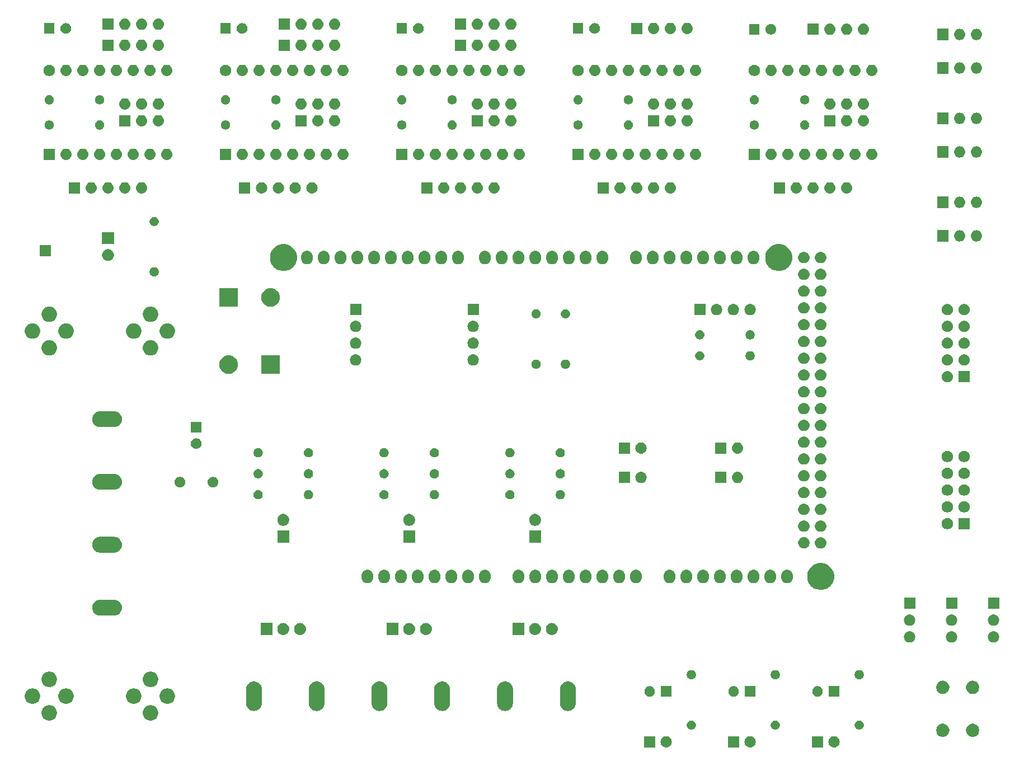
<source format=gbr>
G04 #@! TF.GenerationSoftware,KiCad,Pcbnew,(5.0.2)-1*
G04 #@! TF.CreationDate,2019-02-04T13:01:01-08:00*
G04 #@! TF.ProjectId,samsamps,73616d73-616d-4707-932e-6b696361645f,rev?*
G04 #@! TF.SameCoordinates,Original*
G04 #@! TF.FileFunction,Soldermask,Top*
G04 #@! TF.FilePolarity,Negative*
%FSLAX46Y46*%
G04 Gerber Fmt 4.6, Leading zero omitted, Abs format (unit mm)*
G04 Created by KiCad (PCBNEW (5.0.2)-1) date 2/4/2019 1:01:01 PM*
%MOMM*%
%LPD*%
G01*
G04 APERTURE LIST*
%ADD10C,0.100000*%
G04 APERTURE END LIST*
D10*
G36*
X202096630Y-143307299D02*
X202256855Y-143355903D01*
X202404520Y-143434831D01*
X202533949Y-143541051D01*
X202640169Y-143670480D01*
X202719097Y-143818145D01*
X202767701Y-143978370D01*
X202784112Y-144145000D01*
X202767701Y-144311630D01*
X202719097Y-144471855D01*
X202640169Y-144619520D01*
X202533949Y-144748949D01*
X202404520Y-144855169D01*
X202256855Y-144934097D01*
X202096630Y-144982701D01*
X201971752Y-144995000D01*
X201888248Y-144995000D01*
X201763370Y-144982701D01*
X201603145Y-144934097D01*
X201455480Y-144855169D01*
X201326051Y-144748949D01*
X201219831Y-144619520D01*
X201140903Y-144471855D01*
X201092299Y-144311630D01*
X201075888Y-144145000D01*
X201092299Y-143978370D01*
X201140903Y-143818145D01*
X201219831Y-143670480D01*
X201326051Y-143541051D01*
X201455480Y-143434831D01*
X201603145Y-143355903D01*
X201763370Y-143307299D01*
X201888248Y-143295000D01*
X201971752Y-143295000D01*
X202096630Y-143307299D01*
X202096630Y-143307299D01*
G37*
G36*
X176696630Y-143307299D02*
X176856855Y-143355903D01*
X177004520Y-143434831D01*
X177133949Y-143541051D01*
X177240169Y-143670480D01*
X177319097Y-143818145D01*
X177367701Y-143978370D01*
X177384112Y-144145000D01*
X177367701Y-144311630D01*
X177319097Y-144471855D01*
X177240169Y-144619520D01*
X177133949Y-144748949D01*
X177004520Y-144855169D01*
X176856855Y-144934097D01*
X176696630Y-144982701D01*
X176571752Y-144995000D01*
X176488248Y-144995000D01*
X176363370Y-144982701D01*
X176203145Y-144934097D01*
X176055480Y-144855169D01*
X175926051Y-144748949D01*
X175819831Y-144619520D01*
X175740903Y-144471855D01*
X175692299Y-144311630D01*
X175675888Y-144145000D01*
X175692299Y-143978370D01*
X175740903Y-143818145D01*
X175819831Y-143670480D01*
X175926051Y-143541051D01*
X176055480Y-143434831D01*
X176203145Y-143355903D01*
X176363370Y-143307299D01*
X176488248Y-143295000D01*
X176571752Y-143295000D01*
X176696630Y-143307299D01*
X176696630Y-143307299D01*
G37*
G36*
X174840000Y-144995000D02*
X173140000Y-144995000D01*
X173140000Y-143295000D01*
X174840000Y-143295000D01*
X174840000Y-144995000D01*
X174840000Y-144995000D01*
G37*
G36*
X189396630Y-143307299D02*
X189556855Y-143355903D01*
X189704520Y-143434831D01*
X189833949Y-143541051D01*
X189940169Y-143670480D01*
X190019097Y-143818145D01*
X190067701Y-143978370D01*
X190084112Y-144145000D01*
X190067701Y-144311630D01*
X190019097Y-144471855D01*
X189940169Y-144619520D01*
X189833949Y-144748949D01*
X189704520Y-144855169D01*
X189556855Y-144934097D01*
X189396630Y-144982701D01*
X189271752Y-144995000D01*
X189188248Y-144995000D01*
X189063370Y-144982701D01*
X188903145Y-144934097D01*
X188755480Y-144855169D01*
X188626051Y-144748949D01*
X188519831Y-144619520D01*
X188440903Y-144471855D01*
X188392299Y-144311630D01*
X188375888Y-144145000D01*
X188392299Y-143978370D01*
X188440903Y-143818145D01*
X188519831Y-143670480D01*
X188626051Y-143541051D01*
X188755480Y-143434831D01*
X188903145Y-143355903D01*
X189063370Y-143307299D01*
X189188248Y-143295000D01*
X189271752Y-143295000D01*
X189396630Y-143307299D01*
X189396630Y-143307299D01*
G37*
G36*
X187540000Y-144995000D02*
X185840000Y-144995000D01*
X185840000Y-143295000D01*
X187540000Y-143295000D01*
X187540000Y-144995000D01*
X187540000Y-144995000D01*
G37*
G36*
X200240000Y-144995000D02*
X198540000Y-144995000D01*
X198540000Y-143295000D01*
X200240000Y-143295000D01*
X200240000Y-144995000D01*
X200240000Y-144995000D01*
G37*
G36*
X218560770Y-141405372D02*
X218676689Y-141428429D01*
X218858678Y-141503811D01*
X219022463Y-141613249D01*
X219161751Y-141752537D01*
X219271189Y-141916322D01*
X219346571Y-142098311D01*
X219385000Y-142291509D01*
X219385000Y-142488491D01*
X219346571Y-142681689D01*
X219271189Y-142863678D01*
X219161751Y-143027463D01*
X219022463Y-143166751D01*
X218858678Y-143276189D01*
X218676689Y-143351571D01*
X218560770Y-143374628D01*
X218483493Y-143390000D01*
X218286507Y-143390000D01*
X218209230Y-143374628D01*
X218093311Y-143351571D01*
X217911322Y-143276189D01*
X217747537Y-143166751D01*
X217608249Y-143027463D01*
X217498811Y-142863678D01*
X217423429Y-142681689D01*
X217385000Y-142488491D01*
X217385000Y-142291509D01*
X217423429Y-142098311D01*
X217498811Y-141916322D01*
X217608249Y-141752537D01*
X217747537Y-141613249D01*
X217911322Y-141503811D01*
X218093311Y-141428429D01*
X218209230Y-141405372D01*
X218286507Y-141390000D01*
X218483493Y-141390000D01*
X218560770Y-141405372D01*
X218560770Y-141405372D01*
G37*
G36*
X223060770Y-141405372D02*
X223176689Y-141428429D01*
X223358678Y-141503811D01*
X223522463Y-141613249D01*
X223661751Y-141752537D01*
X223771189Y-141916322D01*
X223846571Y-142098311D01*
X223885000Y-142291509D01*
X223885000Y-142488491D01*
X223846571Y-142681689D01*
X223771189Y-142863678D01*
X223661751Y-143027463D01*
X223522463Y-143166751D01*
X223358678Y-143276189D01*
X223176689Y-143351571D01*
X223060770Y-143374628D01*
X222983493Y-143390000D01*
X222786507Y-143390000D01*
X222709230Y-143374628D01*
X222593311Y-143351571D01*
X222411322Y-143276189D01*
X222247537Y-143166751D01*
X222108249Y-143027463D01*
X221998811Y-142863678D01*
X221923429Y-142681689D01*
X221885000Y-142488491D01*
X221885000Y-142291509D01*
X221923429Y-142098311D01*
X221998811Y-141916322D01*
X222108249Y-141752537D01*
X222247537Y-141613249D01*
X222411322Y-141503811D01*
X222593311Y-141428429D01*
X222709230Y-141405372D01*
X222786507Y-141390000D01*
X222983493Y-141390000D01*
X223060770Y-141405372D01*
X223060770Y-141405372D01*
G37*
G36*
X193177224Y-140915128D02*
X193309175Y-140955155D01*
X193430781Y-141020155D01*
X193537370Y-141107630D01*
X193624845Y-141214219D01*
X193689845Y-141335825D01*
X193729872Y-141467776D01*
X193743387Y-141605000D01*
X193729872Y-141742224D01*
X193689845Y-141874175D01*
X193624845Y-141995781D01*
X193537370Y-142102370D01*
X193430781Y-142189845D01*
X193309175Y-142254845D01*
X193177224Y-142294872D01*
X193074390Y-142305000D01*
X193005610Y-142305000D01*
X192902776Y-142294872D01*
X192770825Y-142254845D01*
X192649219Y-142189845D01*
X192542630Y-142102370D01*
X192455155Y-141995781D01*
X192390155Y-141874175D01*
X192350128Y-141742224D01*
X192336613Y-141605000D01*
X192350128Y-141467776D01*
X192390155Y-141335825D01*
X192455155Y-141214219D01*
X192542630Y-141107630D01*
X192649219Y-141020155D01*
X192770825Y-140955155D01*
X192902776Y-140915128D01*
X193005610Y-140905000D01*
X193074390Y-140905000D01*
X193177224Y-140915128D01*
X193177224Y-140915128D01*
G37*
G36*
X205877224Y-140915128D02*
X206009175Y-140955155D01*
X206130781Y-141020155D01*
X206237370Y-141107630D01*
X206324845Y-141214219D01*
X206389845Y-141335825D01*
X206429872Y-141467776D01*
X206443387Y-141605000D01*
X206429872Y-141742224D01*
X206389845Y-141874175D01*
X206324845Y-141995781D01*
X206237370Y-142102370D01*
X206130781Y-142189845D01*
X206009175Y-142254845D01*
X205877224Y-142294872D01*
X205774390Y-142305000D01*
X205705610Y-142305000D01*
X205602776Y-142294872D01*
X205470825Y-142254845D01*
X205349219Y-142189845D01*
X205242630Y-142102370D01*
X205155155Y-141995781D01*
X205090155Y-141874175D01*
X205050128Y-141742224D01*
X205036613Y-141605000D01*
X205050128Y-141467776D01*
X205090155Y-141335825D01*
X205155155Y-141214219D01*
X205242630Y-141107630D01*
X205349219Y-141020155D01*
X205470825Y-140955155D01*
X205602776Y-140915128D01*
X205705610Y-140905000D01*
X205774390Y-140905000D01*
X205877224Y-140915128D01*
X205877224Y-140915128D01*
G37*
G36*
X180477224Y-140915128D02*
X180609175Y-140955155D01*
X180730781Y-141020155D01*
X180837370Y-141107630D01*
X180924845Y-141214219D01*
X180989845Y-141335825D01*
X181029872Y-141467776D01*
X181043387Y-141605000D01*
X181029872Y-141742224D01*
X180989845Y-141874175D01*
X180924845Y-141995781D01*
X180837370Y-142102370D01*
X180730781Y-142189845D01*
X180609175Y-142254845D01*
X180477224Y-142294872D01*
X180374390Y-142305000D01*
X180305610Y-142305000D01*
X180202776Y-142294872D01*
X180070825Y-142254845D01*
X179949219Y-142189845D01*
X179842630Y-142102370D01*
X179755155Y-141995781D01*
X179690155Y-141874175D01*
X179650128Y-141742224D01*
X179636613Y-141605000D01*
X179650128Y-141467776D01*
X179690155Y-141335825D01*
X179755155Y-141214219D01*
X179842630Y-141107630D01*
X179949219Y-141020155D01*
X180070825Y-140955155D01*
X180202776Y-140915128D01*
X180305610Y-140905000D01*
X180374390Y-140905000D01*
X180477224Y-140915128D01*
X180477224Y-140915128D01*
G37*
G36*
X83527732Y-138640154D02*
X83527734Y-138640155D01*
X83527735Y-138640155D01*
X83606725Y-138672874D01*
X83741572Y-138728729D01*
X83934022Y-138857320D01*
X84097680Y-139020978D01*
X84226271Y-139213428D01*
X84314846Y-139427268D01*
X84360000Y-139654271D01*
X84360000Y-139885729D01*
X84314846Y-140112732D01*
X84226271Y-140326572D01*
X84097680Y-140519022D01*
X83934022Y-140682680D01*
X83741572Y-140811271D01*
X83606725Y-140867126D01*
X83527735Y-140899845D01*
X83527734Y-140899845D01*
X83527732Y-140899846D01*
X83300729Y-140945000D01*
X83069271Y-140945000D01*
X82842268Y-140899846D01*
X82842266Y-140899845D01*
X82842265Y-140899845D01*
X82763275Y-140867126D01*
X82628428Y-140811271D01*
X82435978Y-140682680D01*
X82272320Y-140519022D01*
X82143729Y-140326572D01*
X82055154Y-140112732D01*
X82010000Y-139885729D01*
X82010000Y-139654271D01*
X82055154Y-139427268D01*
X82143729Y-139213428D01*
X82272320Y-139020978D01*
X82435978Y-138857320D01*
X82628428Y-138728729D01*
X82763275Y-138672874D01*
X82842265Y-138640155D01*
X82842266Y-138640155D01*
X82842268Y-138640154D01*
X83069271Y-138595000D01*
X83300729Y-138595000D01*
X83527732Y-138640154D01*
X83527732Y-138640154D01*
G37*
G36*
X98847732Y-138640154D02*
X98847734Y-138640155D01*
X98847735Y-138640155D01*
X98926725Y-138672874D01*
X99061572Y-138728729D01*
X99254022Y-138857320D01*
X99417680Y-139020978D01*
X99546271Y-139213428D01*
X99634846Y-139427268D01*
X99680000Y-139654271D01*
X99680000Y-139885729D01*
X99634846Y-140112732D01*
X99546271Y-140326572D01*
X99417680Y-140519022D01*
X99254022Y-140682680D01*
X99061572Y-140811271D01*
X98926725Y-140867126D01*
X98847735Y-140899845D01*
X98847734Y-140899845D01*
X98847732Y-140899846D01*
X98620729Y-140945000D01*
X98389271Y-140945000D01*
X98162268Y-140899846D01*
X98162266Y-140899845D01*
X98162265Y-140899845D01*
X98083275Y-140867126D01*
X97948428Y-140811271D01*
X97755978Y-140682680D01*
X97592320Y-140519022D01*
X97463729Y-140326572D01*
X97375154Y-140112732D01*
X97330000Y-139885729D01*
X97330000Y-139654271D01*
X97375154Y-139427268D01*
X97463729Y-139213428D01*
X97592320Y-139020978D01*
X97755978Y-138857320D01*
X97948428Y-138728729D01*
X98083275Y-138672874D01*
X98162265Y-138640155D01*
X98162266Y-138640155D01*
X98162268Y-138640154D01*
X98389271Y-138595000D01*
X98620729Y-138595000D01*
X98847732Y-138640154D01*
X98847732Y-138640154D01*
G37*
G36*
X152379240Y-134997363D02*
X152605441Y-135065981D01*
X152605443Y-135065982D01*
X152605446Y-135065983D01*
X152813905Y-135177406D01*
X152813908Y-135177408D01*
X152813909Y-135177409D01*
X152996634Y-135327366D01*
X152996635Y-135327368D01*
X152996637Y-135327369D01*
X153146592Y-135510090D01*
X153258017Y-135718553D01*
X153258017Y-135718554D01*
X153258019Y-135718558D01*
X153326637Y-135944759D01*
X153344000Y-136121050D01*
X153344000Y-138338950D01*
X153326637Y-138515241D01*
X153288744Y-138640155D01*
X153258017Y-138741447D01*
X153146592Y-138949910D01*
X152996634Y-139132634D01*
X152813910Y-139282592D01*
X152605447Y-139394017D01*
X152605444Y-139394018D01*
X152605442Y-139394019D01*
X152379241Y-139462637D01*
X152144000Y-139485806D01*
X151908760Y-139462637D01*
X151682559Y-139394019D01*
X151682557Y-139394018D01*
X151682554Y-139394017D01*
X151474091Y-139282592D01*
X151291367Y-139132634D01*
X151141409Y-138949910D01*
X151029984Y-138741447D01*
X150999257Y-138640155D01*
X150961364Y-138515241D01*
X150944001Y-138338950D01*
X150944000Y-136121051D01*
X150961363Y-135944760D01*
X151029981Y-135718559D01*
X151029982Y-135718557D01*
X151029983Y-135718554D01*
X151141406Y-135510095D01*
X151141410Y-135510090D01*
X151291366Y-135327366D01*
X151291368Y-135327365D01*
X151291369Y-135327363D01*
X151474090Y-135177408D01*
X151682553Y-135065983D01*
X151682556Y-135065982D01*
X151682558Y-135065981D01*
X151908759Y-134997363D01*
X152144000Y-134974194D01*
X152379240Y-134997363D01*
X152379240Y-134997363D01*
G37*
G36*
X161879240Y-134997363D02*
X162105441Y-135065981D01*
X162105443Y-135065982D01*
X162105446Y-135065983D01*
X162313905Y-135177406D01*
X162313908Y-135177408D01*
X162313909Y-135177409D01*
X162496634Y-135327366D01*
X162496635Y-135327368D01*
X162496637Y-135327369D01*
X162646592Y-135510090D01*
X162758017Y-135718553D01*
X162758017Y-135718554D01*
X162758019Y-135718558D01*
X162826637Y-135944759D01*
X162844000Y-136121050D01*
X162844000Y-138338950D01*
X162826637Y-138515241D01*
X162788744Y-138640155D01*
X162758017Y-138741447D01*
X162646592Y-138949910D01*
X162496634Y-139132634D01*
X162313910Y-139282592D01*
X162105447Y-139394017D01*
X162105444Y-139394018D01*
X162105442Y-139394019D01*
X161879241Y-139462637D01*
X161644000Y-139485806D01*
X161408760Y-139462637D01*
X161182559Y-139394019D01*
X161182557Y-139394018D01*
X161182554Y-139394017D01*
X160974091Y-139282592D01*
X160791367Y-139132634D01*
X160641409Y-138949910D01*
X160529984Y-138741447D01*
X160499257Y-138640155D01*
X160461364Y-138515241D01*
X160444001Y-138338950D01*
X160444000Y-136121051D01*
X160461363Y-135944760D01*
X160529981Y-135718559D01*
X160529982Y-135718557D01*
X160529983Y-135718554D01*
X160641406Y-135510095D01*
X160641410Y-135510090D01*
X160791366Y-135327366D01*
X160791368Y-135327365D01*
X160791369Y-135327363D01*
X160974090Y-135177408D01*
X161182553Y-135065983D01*
X161182556Y-135065982D01*
X161182558Y-135065981D01*
X161408759Y-134997363D01*
X161644000Y-134974194D01*
X161879240Y-134997363D01*
X161879240Y-134997363D01*
G37*
G36*
X142879240Y-134997363D02*
X143105441Y-135065981D01*
X143105443Y-135065982D01*
X143105446Y-135065983D01*
X143313905Y-135177406D01*
X143313908Y-135177408D01*
X143313909Y-135177409D01*
X143496634Y-135327366D01*
X143496635Y-135327368D01*
X143496637Y-135327369D01*
X143646592Y-135510090D01*
X143758017Y-135718553D01*
X143758017Y-135718554D01*
X143758019Y-135718558D01*
X143826637Y-135944759D01*
X143844000Y-136121050D01*
X143844000Y-138338950D01*
X143826637Y-138515241D01*
X143788744Y-138640155D01*
X143758017Y-138741447D01*
X143646592Y-138949910D01*
X143496634Y-139132634D01*
X143313910Y-139282592D01*
X143105447Y-139394017D01*
X143105444Y-139394018D01*
X143105442Y-139394019D01*
X142879241Y-139462637D01*
X142644000Y-139485806D01*
X142408760Y-139462637D01*
X142182559Y-139394019D01*
X142182557Y-139394018D01*
X142182554Y-139394017D01*
X141974091Y-139282592D01*
X141791367Y-139132634D01*
X141641409Y-138949910D01*
X141529984Y-138741447D01*
X141499257Y-138640155D01*
X141461364Y-138515241D01*
X141444001Y-138338950D01*
X141444000Y-136121051D01*
X141461363Y-135944760D01*
X141529981Y-135718559D01*
X141529982Y-135718557D01*
X141529983Y-135718554D01*
X141641406Y-135510095D01*
X141641410Y-135510090D01*
X141791366Y-135327366D01*
X141791368Y-135327365D01*
X141791369Y-135327363D01*
X141974090Y-135177408D01*
X142182553Y-135065983D01*
X142182556Y-135065982D01*
X142182558Y-135065981D01*
X142408759Y-134997363D01*
X142644000Y-134974194D01*
X142879240Y-134997363D01*
X142879240Y-134997363D01*
G37*
G36*
X133379240Y-134997363D02*
X133605441Y-135065981D01*
X133605443Y-135065982D01*
X133605446Y-135065983D01*
X133813905Y-135177406D01*
X133813908Y-135177408D01*
X133813909Y-135177409D01*
X133996634Y-135327366D01*
X133996635Y-135327368D01*
X133996637Y-135327369D01*
X134146592Y-135510090D01*
X134258017Y-135718553D01*
X134258017Y-135718554D01*
X134258019Y-135718558D01*
X134326637Y-135944759D01*
X134344000Y-136121050D01*
X134344000Y-138338950D01*
X134326637Y-138515241D01*
X134288744Y-138640155D01*
X134258017Y-138741447D01*
X134146592Y-138949910D01*
X133996634Y-139132634D01*
X133813910Y-139282592D01*
X133605447Y-139394017D01*
X133605444Y-139394018D01*
X133605442Y-139394019D01*
X133379241Y-139462637D01*
X133144000Y-139485806D01*
X132908760Y-139462637D01*
X132682559Y-139394019D01*
X132682557Y-139394018D01*
X132682554Y-139394017D01*
X132474091Y-139282592D01*
X132291367Y-139132634D01*
X132141409Y-138949910D01*
X132029984Y-138741447D01*
X131999257Y-138640155D01*
X131961364Y-138515241D01*
X131944001Y-138338950D01*
X131944000Y-136121051D01*
X131961363Y-135944760D01*
X132029981Y-135718559D01*
X132029982Y-135718557D01*
X132029983Y-135718554D01*
X132141406Y-135510095D01*
X132141410Y-135510090D01*
X132291366Y-135327366D01*
X132291368Y-135327365D01*
X132291369Y-135327363D01*
X132474090Y-135177408D01*
X132682553Y-135065983D01*
X132682556Y-135065982D01*
X132682558Y-135065981D01*
X132908759Y-134997363D01*
X133144000Y-134974194D01*
X133379240Y-134997363D01*
X133379240Y-134997363D01*
G37*
G36*
X123879240Y-134997363D02*
X124105441Y-135065981D01*
X124105443Y-135065982D01*
X124105446Y-135065983D01*
X124313905Y-135177406D01*
X124313908Y-135177408D01*
X124313909Y-135177409D01*
X124496634Y-135327366D01*
X124496635Y-135327368D01*
X124496637Y-135327369D01*
X124646592Y-135510090D01*
X124758017Y-135718553D01*
X124758017Y-135718554D01*
X124758019Y-135718558D01*
X124826637Y-135944759D01*
X124844000Y-136121050D01*
X124844000Y-138338950D01*
X124826637Y-138515241D01*
X124788744Y-138640155D01*
X124758017Y-138741447D01*
X124646592Y-138949910D01*
X124496634Y-139132634D01*
X124313910Y-139282592D01*
X124105447Y-139394017D01*
X124105444Y-139394018D01*
X124105442Y-139394019D01*
X123879241Y-139462637D01*
X123644000Y-139485806D01*
X123408760Y-139462637D01*
X123182559Y-139394019D01*
X123182557Y-139394018D01*
X123182554Y-139394017D01*
X122974091Y-139282592D01*
X122791367Y-139132634D01*
X122641409Y-138949910D01*
X122529984Y-138741447D01*
X122499257Y-138640155D01*
X122461364Y-138515241D01*
X122444001Y-138338950D01*
X122444000Y-136121051D01*
X122461363Y-135944760D01*
X122529981Y-135718559D01*
X122529982Y-135718557D01*
X122529983Y-135718554D01*
X122641406Y-135510095D01*
X122641410Y-135510090D01*
X122791366Y-135327366D01*
X122791368Y-135327365D01*
X122791369Y-135327363D01*
X122974090Y-135177408D01*
X123182553Y-135065983D01*
X123182556Y-135065982D01*
X123182558Y-135065981D01*
X123408759Y-134997363D01*
X123644000Y-134974194D01*
X123879240Y-134997363D01*
X123879240Y-134997363D01*
G37*
G36*
X114379240Y-134997363D02*
X114605441Y-135065981D01*
X114605443Y-135065982D01*
X114605446Y-135065983D01*
X114813905Y-135177406D01*
X114813908Y-135177408D01*
X114813909Y-135177409D01*
X114996634Y-135327366D01*
X114996635Y-135327368D01*
X114996637Y-135327369D01*
X115146592Y-135510090D01*
X115258017Y-135718553D01*
X115258017Y-135718554D01*
X115258019Y-135718558D01*
X115326637Y-135944759D01*
X115344000Y-136121050D01*
X115344000Y-138338950D01*
X115326637Y-138515241D01*
X115288744Y-138640155D01*
X115258017Y-138741447D01*
X115146592Y-138949910D01*
X114996634Y-139132634D01*
X114813910Y-139282592D01*
X114605447Y-139394017D01*
X114605444Y-139394018D01*
X114605442Y-139394019D01*
X114379241Y-139462637D01*
X114144000Y-139485806D01*
X113908760Y-139462637D01*
X113682559Y-139394019D01*
X113682557Y-139394018D01*
X113682554Y-139394017D01*
X113474091Y-139282592D01*
X113291367Y-139132634D01*
X113141409Y-138949910D01*
X113029984Y-138741447D01*
X112999257Y-138640155D01*
X112961364Y-138515241D01*
X112944001Y-138338950D01*
X112944000Y-136121051D01*
X112961363Y-135944760D01*
X113029981Y-135718559D01*
X113029982Y-135718557D01*
X113029983Y-135718554D01*
X113141406Y-135510095D01*
X113141410Y-135510090D01*
X113291366Y-135327366D01*
X113291368Y-135327365D01*
X113291369Y-135327363D01*
X113474090Y-135177408D01*
X113682553Y-135065983D01*
X113682556Y-135065982D01*
X113682558Y-135065981D01*
X113908759Y-134997363D01*
X114144000Y-134974194D01*
X114379240Y-134997363D01*
X114379240Y-134997363D01*
G37*
G36*
X96307732Y-136100154D02*
X96307734Y-136100155D01*
X96307735Y-136100155D01*
X96358177Y-136121049D01*
X96521572Y-136188729D01*
X96714022Y-136317320D01*
X96877680Y-136480978D01*
X97006271Y-136673428D01*
X97094846Y-136887268D01*
X97140000Y-137114271D01*
X97140000Y-137345729D01*
X97094846Y-137572732D01*
X97006271Y-137786572D01*
X96877680Y-137979022D01*
X96714022Y-138142680D01*
X96521572Y-138271271D01*
X96386725Y-138327126D01*
X96307735Y-138359845D01*
X96307734Y-138359845D01*
X96307732Y-138359846D01*
X96080729Y-138405000D01*
X95849271Y-138405000D01*
X95622268Y-138359846D01*
X95622266Y-138359845D01*
X95622265Y-138359845D01*
X95543275Y-138327126D01*
X95408428Y-138271271D01*
X95215978Y-138142680D01*
X95052320Y-137979022D01*
X94923729Y-137786572D01*
X94835154Y-137572732D01*
X94790000Y-137345729D01*
X94790000Y-137114271D01*
X94835154Y-136887268D01*
X94923729Y-136673428D01*
X95052320Y-136480978D01*
X95215978Y-136317320D01*
X95408428Y-136188729D01*
X95571823Y-136121049D01*
X95622265Y-136100155D01*
X95622266Y-136100155D01*
X95622268Y-136100154D01*
X95849271Y-136055000D01*
X96080729Y-136055000D01*
X96307732Y-136100154D01*
X96307732Y-136100154D01*
G37*
G36*
X101387732Y-136100154D02*
X101387734Y-136100155D01*
X101387735Y-136100155D01*
X101438177Y-136121049D01*
X101601572Y-136188729D01*
X101794022Y-136317320D01*
X101957680Y-136480978D01*
X102086271Y-136673428D01*
X102174846Y-136887268D01*
X102220000Y-137114271D01*
X102220000Y-137345729D01*
X102174846Y-137572732D01*
X102086271Y-137786572D01*
X101957680Y-137979022D01*
X101794022Y-138142680D01*
X101601572Y-138271271D01*
X101466725Y-138327126D01*
X101387735Y-138359845D01*
X101387734Y-138359845D01*
X101387732Y-138359846D01*
X101160729Y-138405000D01*
X100929271Y-138405000D01*
X100702268Y-138359846D01*
X100702266Y-138359845D01*
X100702265Y-138359845D01*
X100623275Y-138327126D01*
X100488428Y-138271271D01*
X100295978Y-138142680D01*
X100132320Y-137979022D01*
X100003729Y-137786572D01*
X99915154Y-137572732D01*
X99870000Y-137345729D01*
X99870000Y-137114271D01*
X99915154Y-136887268D01*
X100003729Y-136673428D01*
X100132320Y-136480978D01*
X100295978Y-136317320D01*
X100488428Y-136188729D01*
X100651823Y-136121049D01*
X100702265Y-136100155D01*
X100702266Y-136100155D01*
X100702268Y-136100154D01*
X100929271Y-136055000D01*
X101160729Y-136055000D01*
X101387732Y-136100154D01*
X101387732Y-136100154D01*
G37*
G36*
X86067732Y-136100154D02*
X86067734Y-136100155D01*
X86067735Y-136100155D01*
X86118177Y-136121049D01*
X86281572Y-136188729D01*
X86474022Y-136317320D01*
X86637680Y-136480978D01*
X86766271Y-136673428D01*
X86854846Y-136887268D01*
X86900000Y-137114271D01*
X86900000Y-137345729D01*
X86854846Y-137572732D01*
X86766271Y-137786572D01*
X86637680Y-137979022D01*
X86474022Y-138142680D01*
X86281572Y-138271271D01*
X86146725Y-138327126D01*
X86067735Y-138359845D01*
X86067734Y-138359845D01*
X86067732Y-138359846D01*
X85840729Y-138405000D01*
X85609271Y-138405000D01*
X85382268Y-138359846D01*
X85382266Y-138359845D01*
X85382265Y-138359845D01*
X85303275Y-138327126D01*
X85168428Y-138271271D01*
X84975978Y-138142680D01*
X84812320Y-137979022D01*
X84683729Y-137786572D01*
X84595154Y-137572732D01*
X84550000Y-137345729D01*
X84550000Y-137114271D01*
X84595154Y-136887268D01*
X84683729Y-136673428D01*
X84812320Y-136480978D01*
X84975978Y-136317320D01*
X85168428Y-136188729D01*
X85331823Y-136121049D01*
X85382265Y-136100155D01*
X85382266Y-136100155D01*
X85382268Y-136100154D01*
X85609271Y-136055000D01*
X85840729Y-136055000D01*
X86067732Y-136100154D01*
X86067732Y-136100154D01*
G37*
G36*
X80987732Y-136100154D02*
X80987734Y-136100155D01*
X80987735Y-136100155D01*
X81038177Y-136121049D01*
X81201572Y-136188729D01*
X81394022Y-136317320D01*
X81557680Y-136480978D01*
X81686271Y-136673428D01*
X81774846Y-136887268D01*
X81820000Y-137114271D01*
X81820000Y-137345729D01*
X81774846Y-137572732D01*
X81686271Y-137786572D01*
X81557680Y-137979022D01*
X81394022Y-138142680D01*
X81201572Y-138271271D01*
X81066725Y-138327126D01*
X80987735Y-138359845D01*
X80987734Y-138359845D01*
X80987732Y-138359846D01*
X80760729Y-138405000D01*
X80529271Y-138405000D01*
X80302268Y-138359846D01*
X80302266Y-138359845D01*
X80302265Y-138359845D01*
X80223275Y-138327126D01*
X80088428Y-138271271D01*
X79895978Y-138142680D01*
X79732320Y-137979022D01*
X79603729Y-137786572D01*
X79515154Y-137572732D01*
X79470000Y-137345729D01*
X79470000Y-137114271D01*
X79515154Y-136887268D01*
X79603729Y-136673428D01*
X79732320Y-136480978D01*
X79895978Y-136317320D01*
X80088428Y-136188729D01*
X80251823Y-136121049D01*
X80302265Y-136100155D01*
X80302266Y-136100155D01*
X80302268Y-136100154D01*
X80529271Y-136055000D01*
X80760729Y-136055000D01*
X80987732Y-136100154D01*
X80987732Y-136100154D01*
G37*
G36*
X199663352Y-135755743D02*
X199808941Y-135816048D01*
X199939973Y-135903601D01*
X200051399Y-136015027D01*
X200138952Y-136146059D01*
X200199257Y-136291648D01*
X200230000Y-136446205D01*
X200230000Y-136603795D01*
X200199257Y-136758352D01*
X200138952Y-136903941D01*
X200051399Y-137034973D01*
X199939973Y-137146399D01*
X199808941Y-137233952D01*
X199663352Y-137294257D01*
X199508795Y-137325000D01*
X199351205Y-137325000D01*
X199196648Y-137294257D01*
X199051059Y-137233952D01*
X198920027Y-137146399D01*
X198808601Y-137034973D01*
X198721048Y-136903941D01*
X198660743Y-136758352D01*
X198630000Y-136603795D01*
X198630000Y-136446205D01*
X198660743Y-136291648D01*
X198721048Y-136146059D01*
X198808601Y-136015027D01*
X198920027Y-135903601D01*
X199051059Y-135816048D01*
X199196648Y-135755743D01*
X199351205Y-135725000D01*
X199508795Y-135725000D01*
X199663352Y-135755743D01*
X199663352Y-135755743D01*
G37*
G36*
X190030000Y-137325000D02*
X188430000Y-137325000D01*
X188430000Y-135725000D01*
X190030000Y-135725000D01*
X190030000Y-137325000D01*
X190030000Y-137325000D01*
G37*
G36*
X186963352Y-135755743D02*
X187108941Y-135816048D01*
X187239973Y-135903601D01*
X187351399Y-136015027D01*
X187438952Y-136146059D01*
X187499257Y-136291648D01*
X187530000Y-136446205D01*
X187530000Y-136603795D01*
X187499257Y-136758352D01*
X187438952Y-136903941D01*
X187351399Y-137034973D01*
X187239973Y-137146399D01*
X187108941Y-137233952D01*
X186963352Y-137294257D01*
X186808795Y-137325000D01*
X186651205Y-137325000D01*
X186496648Y-137294257D01*
X186351059Y-137233952D01*
X186220027Y-137146399D01*
X186108601Y-137034973D01*
X186021048Y-136903941D01*
X185960743Y-136758352D01*
X185930000Y-136603795D01*
X185930000Y-136446205D01*
X185960743Y-136291648D01*
X186021048Y-136146059D01*
X186108601Y-136015027D01*
X186220027Y-135903601D01*
X186351059Y-135816048D01*
X186496648Y-135755743D01*
X186651205Y-135725000D01*
X186808795Y-135725000D01*
X186963352Y-135755743D01*
X186963352Y-135755743D01*
G37*
G36*
X177330000Y-137325000D02*
X175730000Y-137325000D01*
X175730000Y-135725000D01*
X177330000Y-135725000D01*
X177330000Y-137325000D01*
X177330000Y-137325000D01*
G37*
G36*
X174263352Y-135755743D02*
X174408941Y-135816048D01*
X174539973Y-135903601D01*
X174651399Y-136015027D01*
X174738952Y-136146059D01*
X174799257Y-136291648D01*
X174830000Y-136446205D01*
X174830000Y-136603795D01*
X174799257Y-136758352D01*
X174738952Y-136903941D01*
X174651399Y-137034973D01*
X174539973Y-137146399D01*
X174408941Y-137233952D01*
X174263352Y-137294257D01*
X174108795Y-137325000D01*
X173951205Y-137325000D01*
X173796648Y-137294257D01*
X173651059Y-137233952D01*
X173520027Y-137146399D01*
X173408601Y-137034973D01*
X173321048Y-136903941D01*
X173260743Y-136758352D01*
X173230000Y-136603795D01*
X173230000Y-136446205D01*
X173260743Y-136291648D01*
X173321048Y-136146059D01*
X173408601Y-136015027D01*
X173520027Y-135903601D01*
X173651059Y-135816048D01*
X173796648Y-135755743D01*
X173951205Y-135725000D01*
X174108795Y-135725000D01*
X174263352Y-135755743D01*
X174263352Y-135755743D01*
G37*
G36*
X202730000Y-137325000D02*
X201130000Y-137325000D01*
X201130000Y-135725000D01*
X202730000Y-135725000D01*
X202730000Y-137325000D01*
X202730000Y-137325000D01*
G37*
G36*
X218560770Y-134905372D02*
X218676689Y-134928429D01*
X218858678Y-135003811D01*
X219022463Y-135113249D01*
X219161751Y-135252537D01*
X219271189Y-135416322D01*
X219346571Y-135598311D01*
X219385000Y-135791509D01*
X219385000Y-135988491D01*
X219346571Y-136181689D01*
X219271189Y-136363678D01*
X219161751Y-136527463D01*
X219022463Y-136666751D01*
X218858678Y-136776189D01*
X218676689Y-136851571D01*
X218560770Y-136874628D01*
X218483493Y-136890000D01*
X218286507Y-136890000D01*
X218209230Y-136874628D01*
X218093311Y-136851571D01*
X217911322Y-136776189D01*
X217747537Y-136666751D01*
X217608249Y-136527463D01*
X217498811Y-136363678D01*
X217423429Y-136181689D01*
X217385000Y-135988491D01*
X217385000Y-135791509D01*
X217423429Y-135598311D01*
X217498811Y-135416322D01*
X217608249Y-135252537D01*
X217747537Y-135113249D01*
X217911322Y-135003811D01*
X218093311Y-134928429D01*
X218209230Y-134905372D01*
X218286507Y-134890000D01*
X218483493Y-134890000D01*
X218560770Y-134905372D01*
X218560770Y-134905372D01*
G37*
G36*
X223060770Y-134905372D02*
X223176689Y-134928429D01*
X223358678Y-135003811D01*
X223522463Y-135113249D01*
X223661751Y-135252537D01*
X223771189Y-135416322D01*
X223846571Y-135598311D01*
X223885000Y-135791509D01*
X223885000Y-135988491D01*
X223846571Y-136181689D01*
X223771189Y-136363678D01*
X223661751Y-136527463D01*
X223522463Y-136666751D01*
X223358678Y-136776189D01*
X223176689Y-136851571D01*
X223060770Y-136874628D01*
X222983493Y-136890000D01*
X222786507Y-136890000D01*
X222709230Y-136874628D01*
X222593311Y-136851571D01*
X222411322Y-136776189D01*
X222247537Y-136666751D01*
X222108249Y-136527463D01*
X221998811Y-136363678D01*
X221923429Y-136181689D01*
X221885000Y-135988491D01*
X221885000Y-135791509D01*
X221923429Y-135598311D01*
X221998811Y-135416322D01*
X222108249Y-135252537D01*
X222247537Y-135113249D01*
X222411322Y-135003811D01*
X222593311Y-134928429D01*
X222709230Y-134905372D01*
X222786507Y-134890000D01*
X222983493Y-134890000D01*
X223060770Y-134905372D01*
X223060770Y-134905372D01*
G37*
G36*
X83527732Y-133560154D02*
X83527734Y-133560155D01*
X83527735Y-133560155D01*
X83606725Y-133592874D01*
X83741572Y-133648729D01*
X83934022Y-133777320D01*
X84097680Y-133940978D01*
X84226271Y-134133428D01*
X84314846Y-134347268D01*
X84360000Y-134574271D01*
X84360000Y-134805729D01*
X84314846Y-135032732D01*
X84226271Y-135246572D01*
X84097680Y-135439022D01*
X83934022Y-135602680D01*
X83741572Y-135731271D01*
X83682491Y-135755743D01*
X83527735Y-135819845D01*
X83527734Y-135819845D01*
X83527732Y-135819846D01*
X83300729Y-135865000D01*
X83069271Y-135865000D01*
X82842268Y-135819846D01*
X82842266Y-135819845D01*
X82842265Y-135819845D01*
X82687509Y-135755743D01*
X82628428Y-135731271D01*
X82435978Y-135602680D01*
X82272320Y-135439022D01*
X82143729Y-135246572D01*
X82055154Y-135032732D01*
X82010000Y-134805729D01*
X82010000Y-134574271D01*
X82055154Y-134347268D01*
X82143729Y-134133428D01*
X82272320Y-133940978D01*
X82435978Y-133777320D01*
X82628428Y-133648729D01*
X82763275Y-133592874D01*
X82842265Y-133560155D01*
X82842266Y-133560155D01*
X82842268Y-133560154D01*
X83069271Y-133515000D01*
X83300729Y-133515000D01*
X83527732Y-133560154D01*
X83527732Y-133560154D01*
G37*
G36*
X98847732Y-133560154D02*
X98847734Y-133560155D01*
X98847735Y-133560155D01*
X98926725Y-133592874D01*
X99061572Y-133648729D01*
X99254022Y-133777320D01*
X99417680Y-133940978D01*
X99546271Y-134133428D01*
X99634846Y-134347268D01*
X99680000Y-134574271D01*
X99680000Y-134805729D01*
X99634846Y-135032732D01*
X99546271Y-135246572D01*
X99417680Y-135439022D01*
X99254022Y-135602680D01*
X99061572Y-135731271D01*
X99002491Y-135755743D01*
X98847735Y-135819845D01*
X98847734Y-135819845D01*
X98847732Y-135819846D01*
X98620729Y-135865000D01*
X98389271Y-135865000D01*
X98162268Y-135819846D01*
X98162266Y-135819845D01*
X98162265Y-135819845D01*
X98007509Y-135755743D01*
X97948428Y-135731271D01*
X97755978Y-135602680D01*
X97592320Y-135439022D01*
X97463729Y-135246572D01*
X97375154Y-135032732D01*
X97330000Y-134805729D01*
X97330000Y-134574271D01*
X97375154Y-134347268D01*
X97463729Y-134133428D01*
X97592320Y-133940978D01*
X97755978Y-133777320D01*
X97948428Y-133648729D01*
X98083275Y-133592874D01*
X98162265Y-133560155D01*
X98162266Y-133560155D01*
X98162268Y-133560154D01*
X98389271Y-133515000D01*
X98620729Y-133515000D01*
X98847732Y-133560154D01*
X98847732Y-133560154D01*
G37*
G36*
X193244183Y-133311900D02*
X193371574Y-133364668D01*
X193486225Y-133441275D01*
X193583725Y-133538775D01*
X193660332Y-133653426D01*
X193713100Y-133780817D01*
X193740000Y-133916055D01*
X193740000Y-134053945D01*
X193713100Y-134189183D01*
X193660332Y-134316574D01*
X193583725Y-134431225D01*
X193486225Y-134528725D01*
X193371574Y-134605332D01*
X193244183Y-134658100D01*
X193108945Y-134685000D01*
X192971055Y-134685000D01*
X192835817Y-134658100D01*
X192708426Y-134605332D01*
X192593775Y-134528725D01*
X192496275Y-134431225D01*
X192419668Y-134316574D01*
X192366900Y-134189183D01*
X192340000Y-134053945D01*
X192340000Y-133916055D01*
X192366900Y-133780817D01*
X192419668Y-133653426D01*
X192496275Y-133538775D01*
X192593775Y-133441275D01*
X192708426Y-133364668D01*
X192835817Y-133311900D01*
X192971055Y-133285000D01*
X193108945Y-133285000D01*
X193244183Y-133311900D01*
X193244183Y-133311900D01*
G37*
G36*
X205944183Y-133311900D02*
X206071574Y-133364668D01*
X206186225Y-133441275D01*
X206283725Y-133538775D01*
X206360332Y-133653426D01*
X206413100Y-133780817D01*
X206440000Y-133916055D01*
X206440000Y-134053945D01*
X206413100Y-134189183D01*
X206360332Y-134316574D01*
X206283725Y-134431225D01*
X206186225Y-134528725D01*
X206071574Y-134605332D01*
X205944183Y-134658100D01*
X205808945Y-134685000D01*
X205671055Y-134685000D01*
X205535817Y-134658100D01*
X205408426Y-134605332D01*
X205293775Y-134528725D01*
X205196275Y-134431225D01*
X205119668Y-134316574D01*
X205066900Y-134189183D01*
X205040000Y-134053945D01*
X205040000Y-133916055D01*
X205066900Y-133780817D01*
X205119668Y-133653426D01*
X205196275Y-133538775D01*
X205293775Y-133441275D01*
X205408426Y-133364668D01*
X205535817Y-133311900D01*
X205671055Y-133285000D01*
X205808945Y-133285000D01*
X205944183Y-133311900D01*
X205944183Y-133311900D01*
G37*
G36*
X180544183Y-133311900D02*
X180671574Y-133364668D01*
X180786225Y-133441275D01*
X180883725Y-133538775D01*
X180960332Y-133653426D01*
X181013100Y-133780817D01*
X181040000Y-133916055D01*
X181040000Y-134053945D01*
X181013100Y-134189183D01*
X180960332Y-134316574D01*
X180883725Y-134431225D01*
X180786225Y-134528725D01*
X180671574Y-134605332D01*
X180544183Y-134658100D01*
X180408945Y-134685000D01*
X180271055Y-134685000D01*
X180135817Y-134658100D01*
X180008426Y-134605332D01*
X179893775Y-134528725D01*
X179796275Y-134431225D01*
X179719668Y-134316574D01*
X179666900Y-134189183D01*
X179640000Y-134053945D01*
X179640000Y-133916055D01*
X179666900Y-133780817D01*
X179719668Y-133653426D01*
X179796275Y-133538775D01*
X179893775Y-133441275D01*
X180008426Y-133364668D01*
X180135817Y-133311900D01*
X180271055Y-133285000D01*
X180408945Y-133285000D01*
X180544183Y-133311900D01*
X180544183Y-133311900D01*
G37*
G36*
X219876630Y-127432299D02*
X220036855Y-127480903D01*
X220184520Y-127559831D01*
X220313949Y-127666051D01*
X220420169Y-127795480D01*
X220499097Y-127943145D01*
X220547701Y-128103370D01*
X220564112Y-128270000D01*
X220547701Y-128436630D01*
X220499097Y-128596855D01*
X220420169Y-128744520D01*
X220313949Y-128873949D01*
X220184520Y-128980169D01*
X220036855Y-129059097D01*
X219876630Y-129107701D01*
X219751752Y-129120000D01*
X219668248Y-129120000D01*
X219543370Y-129107701D01*
X219383145Y-129059097D01*
X219235480Y-128980169D01*
X219106051Y-128873949D01*
X218999831Y-128744520D01*
X218920903Y-128596855D01*
X218872299Y-128436630D01*
X218855888Y-128270000D01*
X218872299Y-128103370D01*
X218920903Y-127943145D01*
X218999831Y-127795480D01*
X219106051Y-127666051D01*
X219235480Y-127559831D01*
X219383145Y-127480903D01*
X219543370Y-127432299D01*
X219668248Y-127420000D01*
X219751752Y-127420000D01*
X219876630Y-127432299D01*
X219876630Y-127432299D01*
G37*
G36*
X226226630Y-127432299D02*
X226386855Y-127480903D01*
X226534520Y-127559831D01*
X226663949Y-127666051D01*
X226770169Y-127795480D01*
X226849097Y-127943145D01*
X226897701Y-128103370D01*
X226914112Y-128270000D01*
X226897701Y-128436630D01*
X226849097Y-128596855D01*
X226770169Y-128744520D01*
X226663949Y-128873949D01*
X226534520Y-128980169D01*
X226386855Y-129059097D01*
X226226630Y-129107701D01*
X226101752Y-129120000D01*
X226018248Y-129120000D01*
X225893370Y-129107701D01*
X225733145Y-129059097D01*
X225585480Y-128980169D01*
X225456051Y-128873949D01*
X225349831Y-128744520D01*
X225270903Y-128596855D01*
X225222299Y-128436630D01*
X225205888Y-128270000D01*
X225222299Y-128103370D01*
X225270903Y-127943145D01*
X225349831Y-127795480D01*
X225456051Y-127666051D01*
X225585480Y-127559831D01*
X225733145Y-127480903D01*
X225893370Y-127432299D01*
X226018248Y-127420000D01*
X226101752Y-127420000D01*
X226226630Y-127432299D01*
X226226630Y-127432299D01*
G37*
G36*
X213526630Y-127432299D02*
X213686855Y-127480903D01*
X213834520Y-127559831D01*
X213963949Y-127666051D01*
X214070169Y-127795480D01*
X214149097Y-127943145D01*
X214197701Y-128103370D01*
X214214112Y-128270000D01*
X214197701Y-128436630D01*
X214149097Y-128596855D01*
X214070169Y-128744520D01*
X213963949Y-128873949D01*
X213834520Y-128980169D01*
X213686855Y-129059097D01*
X213526630Y-129107701D01*
X213401752Y-129120000D01*
X213318248Y-129120000D01*
X213193370Y-129107701D01*
X213033145Y-129059097D01*
X212885480Y-128980169D01*
X212756051Y-128873949D01*
X212649831Y-128744520D01*
X212570903Y-128596855D01*
X212522299Y-128436630D01*
X212505888Y-128270000D01*
X212522299Y-128103370D01*
X212570903Y-127943145D01*
X212649831Y-127795480D01*
X212756051Y-127666051D01*
X212885480Y-127559831D01*
X213033145Y-127480903D01*
X213193370Y-127432299D01*
X213318248Y-127420000D01*
X213401752Y-127420000D01*
X213526630Y-127432299D01*
X213526630Y-127432299D01*
G37*
G36*
X156865432Y-126183022D02*
X157035081Y-126234485D01*
X157191433Y-126318056D01*
X157328475Y-126430525D01*
X157440944Y-126567567D01*
X157524515Y-126723919D01*
X157575978Y-126893568D01*
X157593354Y-127070000D01*
X157575978Y-127246432D01*
X157524515Y-127416081D01*
X157440944Y-127572433D01*
X157328475Y-127709475D01*
X157191433Y-127821944D01*
X157035081Y-127905515D01*
X156865432Y-127956978D01*
X156733211Y-127970000D01*
X156644789Y-127970000D01*
X156512568Y-127956978D01*
X156342919Y-127905515D01*
X156186567Y-127821944D01*
X156049525Y-127709475D01*
X155937056Y-127572433D01*
X155853485Y-127416081D01*
X155802022Y-127246432D01*
X155784646Y-127070000D01*
X155802022Y-126893568D01*
X155853485Y-126723919D01*
X155937056Y-126567567D01*
X156049525Y-126430525D01*
X156186567Y-126318056D01*
X156342919Y-126234485D01*
X156512568Y-126183022D01*
X156644789Y-126170000D01*
X156733211Y-126170000D01*
X156865432Y-126183022D01*
X156865432Y-126183022D01*
G37*
G36*
X155049000Y-127970000D02*
X153249000Y-127970000D01*
X153249000Y-126170000D01*
X155049000Y-126170000D01*
X155049000Y-127970000D01*
X155049000Y-127970000D01*
G37*
G36*
X135999000Y-127970000D02*
X134199000Y-127970000D01*
X134199000Y-126170000D01*
X135999000Y-126170000D01*
X135999000Y-127970000D01*
X135999000Y-127970000D01*
G37*
G36*
X137815432Y-126183022D02*
X137985081Y-126234485D01*
X138141433Y-126318056D01*
X138278475Y-126430525D01*
X138390944Y-126567567D01*
X138474515Y-126723919D01*
X138525978Y-126893568D01*
X138543354Y-127070000D01*
X138525978Y-127246432D01*
X138474515Y-127416081D01*
X138390944Y-127572433D01*
X138278475Y-127709475D01*
X138141433Y-127821944D01*
X137985081Y-127905515D01*
X137815432Y-127956978D01*
X137683211Y-127970000D01*
X137594789Y-127970000D01*
X137462568Y-127956978D01*
X137292919Y-127905515D01*
X137136567Y-127821944D01*
X136999525Y-127709475D01*
X136887056Y-127572433D01*
X136803485Y-127416081D01*
X136752022Y-127246432D01*
X136734646Y-127070000D01*
X136752022Y-126893568D01*
X136803485Y-126723919D01*
X136887056Y-126567567D01*
X136999525Y-126430525D01*
X137136567Y-126318056D01*
X137292919Y-126234485D01*
X137462568Y-126183022D01*
X137594789Y-126170000D01*
X137683211Y-126170000D01*
X137815432Y-126183022D01*
X137815432Y-126183022D01*
G37*
G36*
X140355432Y-126183022D02*
X140525081Y-126234485D01*
X140681433Y-126318056D01*
X140818475Y-126430525D01*
X140930944Y-126567567D01*
X141014515Y-126723919D01*
X141065978Y-126893568D01*
X141083354Y-127070000D01*
X141065978Y-127246432D01*
X141014515Y-127416081D01*
X140930944Y-127572433D01*
X140818475Y-127709475D01*
X140681433Y-127821944D01*
X140525081Y-127905515D01*
X140355432Y-127956978D01*
X140223211Y-127970000D01*
X140134789Y-127970000D01*
X140002568Y-127956978D01*
X139832919Y-127905515D01*
X139676567Y-127821944D01*
X139539525Y-127709475D01*
X139427056Y-127572433D01*
X139343485Y-127416081D01*
X139292022Y-127246432D01*
X139274646Y-127070000D01*
X139292022Y-126893568D01*
X139343485Y-126723919D01*
X139427056Y-126567567D01*
X139539525Y-126430525D01*
X139676567Y-126318056D01*
X139832919Y-126234485D01*
X140002568Y-126183022D01*
X140134789Y-126170000D01*
X140223211Y-126170000D01*
X140355432Y-126183022D01*
X140355432Y-126183022D01*
G37*
G36*
X121305432Y-126183022D02*
X121475081Y-126234485D01*
X121631433Y-126318056D01*
X121768475Y-126430525D01*
X121880944Y-126567567D01*
X121964515Y-126723919D01*
X122015978Y-126893568D01*
X122033354Y-127070000D01*
X122015978Y-127246432D01*
X121964515Y-127416081D01*
X121880944Y-127572433D01*
X121768475Y-127709475D01*
X121631433Y-127821944D01*
X121475081Y-127905515D01*
X121305432Y-127956978D01*
X121173211Y-127970000D01*
X121084789Y-127970000D01*
X120952568Y-127956978D01*
X120782919Y-127905515D01*
X120626567Y-127821944D01*
X120489525Y-127709475D01*
X120377056Y-127572433D01*
X120293485Y-127416081D01*
X120242022Y-127246432D01*
X120224646Y-127070000D01*
X120242022Y-126893568D01*
X120293485Y-126723919D01*
X120377056Y-126567567D01*
X120489525Y-126430525D01*
X120626567Y-126318056D01*
X120782919Y-126234485D01*
X120952568Y-126183022D01*
X121084789Y-126170000D01*
X121173211Y-126170000D01*
X121305432Y-126183022D01*
X121305432Y-126183022D01*
G37*
G36*
X118765432Y-126183022D02*
X118935081Y-126234485D01*
X119091433Y-126318056D01*
X119228475Y-126430525D01*
X119340944Y-126567567D01*
X119424515Y-126723919D01*
X119475978Y-126893568D01*
X119493354Y-127070000D01*
X119475978Y-127246432D01*
X119424515Y-127416081D01*
X119340944Y-127572433D01*
X119228475Y-127709475D01*
X119091433Y-127821944D01*
X118935081Y-127905515D01*
X118765432Y-127956978D01*
X118633211Y-127970000D01*
X118544789Y-127970000D01*
X118412568Y-127956978D01*
X118242919Y-127905515D01*
X118086567Y-127821944D01*
X117949525Y-127709475D01*
X117837056Y-127572433D01*
X117753485Y-127416081D01*
X117702022Y-127246432D01*
X117684646Y-127070000D01*
X117702022Y-126893568D01*
X117753485Y-126723919D01*
X117837056Y-126567567D01*
X117949525Y-126430525D01*
X118086567Y-126318056D01*
X118242919Y-126234485D01*
X118412568Y-126183022D01*
X118544789Y-126170000D01*
X118633211Y-126170000D01*
X118765432Y-126183022D01*
X118765432Y-126183022D01*
G37*
G36*
X116949000Y-127970000D02*
X115149000Y-127970000D01*
X115149000Y-126170000D01*
X116949000Y-126170000D01*
X116949000Y-127970000D01*
X116949000Y-127970000D01*
G37*
G36*
X159405432Y-126183022D02*
X159575081Y-126234485D01*
X159731433Y-126318056D01*
X159868475Y-126430525D01*
X159980944Y-126567567D01*
X160064515Y-126723919D01*
X160115978Y-126893568D01*
X160133354Y-127070000D01*
X160115978Y-127246432D01*
X160064515Y-127416081D01*
X159980944Y-127572433D01*
X159868475Y-127709475D01*
X159731433Y-127821944D01*
X159575081Y-127905515D01*
X159405432Y-127956978D01*
X159273211Y-127970000D01*
X159184789Y-127970000D01*
X159052568Y-127956978D01*
X158882919Y-127905515D01*
X158726567Y-127821944D01*
X158589525Y-127709475D01*
X158477056Y-127572433D01*
X158393485Y-127416081D01*
X158342022Y-127246432D01*
X158324646Y-127070000D01*
X158342022Y-126893568D01*
X158393485Y-126723919D01*
X158477056Y-126567567D01*
X158589525Y-126430525D01*
X158726567Y-126318056D01*
X158882919Y-126234485D01*
X159052568Y-126183022D01*
X159184789Y-126170000D01*
X159273211Y-126170000D01*
X159405432Y-126183022D01*
X159405432Y-126183022D01*
G37*
G36*
X213526630Y-124892299D02*
X213686855Y-124940903D01*
X213834520Y-125019831D01*
X213963949Y-125126051D01*
X214070169Y-125255480D01*
X214149097Y-125403145D01*
X214197701Y-125563370D01*
X214214112Y-125730000D01*
X214197701Y-125896630D01*
X214149097Y-126056855D01*
X214070169Y-126204520D01*
X213963949Y-126333949D01*
X213834520Y-126440169D01*
X213686855Y-126519097D01*
X213526630Y-126567701D01*
X213401752Y-126580000D01*
X213318248Y-126580000D01*
X213193370Y-126567701D01*
X213033145Y-126519097D01*
X212885480Y-126440169D01*
X212756051Y-126333949D01*
X212649831Y-126204520D01*
X212570903Y-126056855D01*
X212522299Y-125896630D01*
X212505888Y-125730000D01*
X212522299Y-125563370D01*
X212570903Y-125403145D01*
X212649831Y-125255480D01*
X212756051Y-125126051D01*
X212885480Y-125019831D01*
X213033145Y-124940903D01*
X213193370Y-124892299D01*
X213318248Y-124880000D01*
X213401752Y-124880000D01*
X213526630Y-124892299D01*
X213526630Y-124892299D01*
G37*
G36*
X226226630Y-124892299D02*
X226386855Y-124940903D01*
X226534520Y-125019831D01*
X226663949Y-125126051D01*
X226770169Y-125255480D01*
X226849097Y-125403145D01*
X226897701Y-125563370D01*
X226914112Y-125730000D01*
X226897701Y-125896630D01*
X226849097Y-126056855D01*
X226770169Y-126204520D01*
X226663949Y-126333949D01*
X226534520Y-126440169D01*
X226386855Y-126519097D01*
X226226630Y-126567701D01*
X226101752Y-126580000D01*
X226018248Y-126580000D01*
X225893370Y-126567701D01*
X225733145Y-126519097D01*
X225585480Y-126440169D01*
X225456051Y-126333949D01*
X225349831Y-126204520D01*
X225270903Y-126056855D01*
X225222299Y-125896630D01*
X225205888Y-125730000D01*
X225222299Y-125563370D01*
X225270903Y-125403145D01*
X225349831Y-125255480D01*
X225456051Y-125126051D01*
X225585480Y-125019831D01*
X225733145Y-124940903D01*
X225893370Y-124892299D01*
X226018248Y-124880000D01*
X226101752Y-124880000D01*
X226226630Y-124892299D01*
X226226630Y-124892299D01*
G37*
G36*
X219876630Y-124892299D02*
X220036855Y-124940903D01*
X220184520Y-125019831D01*
X220313949Y-125126051D01*
X220420169Y-125255480D01*
X220499097Y-125403145D01*
X220547701Y-125563370D01*
X220564112Y-125730000D01*
X220547701Y-125896630D01*
X220499097Y-126056855D01*
X220420169Y-126204520D01*
X220313949Y-126333949D01*
X220184520Y-126440169D01*
X220036855Y-126519097D01*
X219876630Y-126567701D01*
X219751752Y-126580000D01*
X219668248Y-126580000D01*
X219543370Y-126567701D01*
X219383145Y-126519097D01*
X219235480Y-126440169D01*
X219106051Y-126333949D01*
X218999831Y-126204520D01*
X218920903Y-126056855D01*
X218872299Y-125896630D01*
X218855888Y-125730000D01*
X218872299Y-125563370D01*
X218920903Y-125403145D01*
X218999831Y-125255480D01*
X219106051Y-125126051D01*
X219235480Y-125019831D01*
X219383145Y-124940903D01*
X219543370Y-124892299D01*
X219668248Y-124880000D01*
X219751752Y-124880000D01*
X219876630Y-124892299D01*
X219876630Y-124892299D01*
G37*
G36*
X93063608Y-122623273D02*
X93204641Y-122637163D01*
X93430842Y-122705781D01*
X93430844Y-122705782D01*
X93430847Y-122705783D01*
X93639310Y-122817208D01*
X93822034Y-122967166D01*
X93971992Y-123149890D01*
X94083417Y-123358353D01*
X94083418Y-123358356D01*
X94083419Y-123358358D01*
X94152037Y-123584559D01*
X94175206Y-123819800D01*
X94152037Y-124055041D01*
X94083419Y-124281242D01*
X94083417Y-124281247D01*
X93971992Y-124489710D01*
X93822034Y-124672434D01*
X93639310Y-124822392D01*
X93430847Y-124933817D01*
X93430844Y-124933818D01*
X93430842Y-124933819D01*
X93204641Y-125002437D01*
X93063608Y-125016327D01*
X93028351Y-125019800D01*
X90810449Y-125019800D01*
X90775192Y-125016327D01*
X90634159Y-125002437D01*
X90407958Y-124933819D01*
X90407956Y-124933818D01*
X90407953Y-124933817D01*
X90199490Y-124822392D01*
X90016766Y-124672434D01*
X89866808Y-124489710D01*
X89755383Y-124281247D01*
X89755381Y-124281242D01*
X89686763Y-124055041D01*
X89663594Y-123819800D01*
X89686763Y-123584559D01*
X89755381Y-123358358D01*
X89755382Y-123358356D01*
X89755383Y-123358353D01*
X89866808Y-123149890D01*
X90016766Y-122967166D01*
X90199490Y-122817208D01*
X90407953Y-122705783D01*
X90407956Y-122705782D01*
X90407958Y-122705781D01*
X90634159Y-122637163D01*
X90775192Y-122623273D01*
X90810449Y-122619800D01*
X93028351Y-122619800D01*
X93063608Y-122623273D01*
X93063608Y-122623273D01*
G37*
G36*
X220560000Y-124040000D02*
X218860000Y-124040000D01*
X218860000Y-122340000D01*
X220560000Y-122340000D01*
X220560000Y-124040000D01*
X220560000Y-124040000D01*
G37*
G36*
X226910000Y-124040000D02*
X225210000Y-124040000D01*
X225210000Y-122340000D01*
X226910000Y-122340000D01*
X226910000Y-124040000D01*
X226910000Y-124040000D01*
G37*
G36*
X214210000Y-124040000D02*
X212510000Y-124040000D01*
X212510000Y-122340000D01*
X214210000Y-122340000D01*
X214210000Y-124040000D01*
X214210000Y-124040000D01*
G37*
G36*
X200490712Y-117172088D02*
X200860510Y-117325263D01*
X200860513Y-117325265D01*
X201193325Y-117547643D01*
X201476357Y-117830675D01*
X201660204Y-118105822D01*
X201698737Y-118163490D01*
X201851912Y-118533288D01*
X201930000Y-118925864D01*
X201930000Y-119326136D01*
X201851912Y-119718712D01*
X201698737Y-120088510D01*
X201698735Y-120088513D01*
X201476357Y-120421325D01*
X201193325Y-120704357D01*
X200860513Y-120926735D01*
X200860510Y-120926737D01*
X200490712Y-121079912D01*
X200098136Y-121158000D01*
X199697864Y-121158000D01*
X199305288Y-121079912D01*
X198935490Y-120926737D01*
X198935487Y-120926735D01*
X198602675Y-120704357D01*
X198319643Y-120421325D01*
X198097265Y-120088513D01*
X198097263Y-120088510D01*
X197944088Y-119718712D01*
X197866000Y-119326136D01*
X197866000Y-118925864D01*
X197944088Y-118533288D01*
X198097263Y-118163490D01*
X198135796Y-118105822D01*
X198319643Y-117830675D01*
X198602675Y-117547643D01*
X198935487Y-117325265D01*
X198935490Y-117325263D01*
X199305288Y-117172088D01*
X199697864Y-117094000D01*
X200098136Y-117094000D01*
X200490712Y-117172088D01*
X200490712Y-117172088D01*
G37*
G36*
X189907294Y-118122496D02*
X190027726Y-118159029D01*
X190070087Y-118171879D01*
X190220112Y-118252068D01*
X190351612Y-118359988D01*
X190459532Y-118491488D01*
X190539721Y-118641512D01*
X190552571Y-118683873D01*
X190589104Y-118804305D01*
X190589104Y-118804307D01*
X190601600Y-118931179D01*
X190601600Y-119320820D01*
X190601076Y-119326136D01*
X190589104Y-119447694D01*
X190552571Y-119568128D01*
X190539721Y-119610488D01*
X190459532Y-119760512D01*
X190351612Y-119892012D01*
X190220112Y-119999932D01*
X190070088Y-120080121D01*
X190042433Y-120088510D01*
X189907295Y-120129504D01*
X189794432Y-120140620D01*
X189738001Y-120146178D01*
X189738000Y-120146178D01*
X189568706Y-120129504D01*
X189433568Y-120088510D01*
X189405913Y-120080121D01*
X189255889Y-119999932D01*
X189165946Y-119926117D01*
X189124388Y-119892012D01*
X189016469Y-119760512D01*
X188994127Y-119718713D01*
X188936279Y-119610488D01*
X188923429Y-119568127D01*
X188886896Y-119447695D01*
X188878565Y-119363112D01*
X188874400Y-119320821D01*
X188874400Y-118931180D01*
X188886896Y-118804308D01*
X188886896Y-118804306D01*
X188936278Y-118641517D01*
X188936279Y-118641513D01*
X189016468Y-118491488D01*
X189124388Y-118359988D01*
X189255888Y-118252068D01*
X189405912Y-118171879D01*
X189448273Y-118159029D01*
X189568705Y-118122496D01*
X189681568Y-118111380D01*
X189737999Y-118105822D01*
X189738000Y-118105822D01*
X189907294Y-118122496D01*
X189907294Y-118122496D01*
G37*
G36*
X156887294Y-118122496D02*
X157007726Y-118159029D01*
X157050087Y-118171879D01*
X157200112Y-118252068D01*
X157331612Y-118359988D01*
X157439532Y-118491488D01*
X157519721Y-118641512D01*
X157532571Y-118683873D01*
X157569104Y-118804305D01*
X157569104Y-118804307D01*
X157581600Y-118931179D01*
X157581600Y-119320820D01*
X157581076Y-119326136D01*
X157569104Y-119447694D01*
X157532571Y-119568128D01*
X157519721Y-119610488D01*
X157439532Y-119760512D01*
X157331612Y-119892012D01*
X157200112Y-119999932D01*
X157050088Y-120080121D01*
X157022433Y-120088510D01*
X156887295Y-120129504D01*
X156774432Y-120140620D01*
X156718001Y-120146178D01*
X156718000Y-120146178D01*
X156548706Y-120129504D01*
X156413568Y-120088510D01*
X156385913Y-120080121D01*
X156235889Y-119999932D01*
X156145946Y-119926117D01*
X156104388Y-119892012D01*
X155996469Y-119760512D01*
X155974127Y-119718713D01*
X155916279Y-119610488D01*
X155903429Y-119568127D01*
X155866896Y-119447695D01*
X155858565Y-119363112D01*
X155854400Y-119320821D01*
X155854400Y-118931180D01*
X155866896Y-118804308D01*
X155866896Y-118804306D01*
X155916278Y-118641517D01*
X155916279Y-118641513D01*
X155996468Y-118491488D01*
X156104388Y-118359988D01*
X156235888Y-118252068D01*
X156385912Y-118171879D01*
X156428273Y-118159029D01*
X156548705Y-118122496D01*
X156661568Y-118111380D01*
X156717999Y-118105822D01*
X156718000Y-118105822D01*
X156887294Y-118122496D01*
X156887294Y-118122496D01*
G37*
G36*
X159427294Y-118122496D02*
X159547726Y-118159029D01*
X159590087Y-118171879D01*
X159740112Y-118252068D01*
X159871612Y-118359988D01*
X159979532Y-118491488D01*
X160059721Y-118641512D01*
X160072571Y-118683873D01*
X160109104Y-118804305D01*
X160109104Y-118804307D01*
X160121600Y-118931179D01*
X160121600Y-119320820D01*
X160121076Y-119326136D01*
X160109104Y-119447694D01*
X160072571Y-119568128D01*
X160059721Y-119610488D01*
X159979532Y-119760512D01*
X159871612Y-119892012D01*
X159740112Y-119999932D01*
X159590088Y-120080121D01*
X159562433Y-120088510D01*
X159427295Y-120129504D01*
X159314432Y-120140620D01*
X159258001Y-120146178D01*
X159258000Y-120146178D01*
X159088706Y-120129504D01*
X158953568Y-120088510D01*
X158925913Y-120080121D01*
X158775889Y-119999932D01*
X158685946Y-119926117D01*
X158644388Y-119892012D01*
X158536469Y-119760512D01*
X158514127Y-119718713D01*
X158456279Y-119610488D01*
X158443429Y-119568127D01*
X158406896Y-119447695D01*
X158398565Y-119363112D01*
X158394400Y-119320821D01*
X158394400Y-118931180D01*
X158406896Y-118804308D01*
X158406896Y-118804306D01*
X158456278Y-118641517D01*
X158456279Y-118641513D01*
X158536468Y-118491488D01*
X158644388Y-118359988D01*
X158775888Y-118252068D01*
X158925912Y-118171879D01*
X158968273Y-118159029D01*
X159088705Y-118122496D01*
X159201568Y-118111380D01*
X159257999Y-118105822D01*
X159258000Y-118105822D01*
X159427294Y-118122496D01*
X159427294Y-118122496D01*
G37*
G36*
X161967294Y-118122496D02*
X162087726Y-118159029D01*
X162130087Y-118171879D01*
X162280112Y-118252068D01*
X162411612Y-118359988D01*
X162519532Y-118491488D01*
X162599721Y-118641512D01*
X162612571Y-118683873D01*
X162649104Y-118804305D01*
X162649104Y-118804307D01*
X162661600Y-118931179D01*
X162661600Y-119320820D01*
X162661076Y-119326136D01*
X162649104Y-119447694D01*
X162612571Y-119568128D01*
X162599721Y-119610488D01*
X162519532Y-119760512D01*
X162411612Y-119892012D01*
X162280112Y-119999932D01*
X162130088Y-120080121D01*
X162102433Y-120088510D01*
X161967295Y-120129504D01*
X161854432Y-120140620D01*
X161798001Y-120146178D01*
X161798000Y-120146178D01*
X161628706Y-120129504D01*
X161493568Y-120088510D01*
X161465913Y-120080121D01*
X161315889Y-119999932D01*
X161225946Y-119926117D01*
X161184388Y-119892012D01*
X161076469Y-119760512D01*
X161054127Y-119718713D01*
X160996279Y-119610488D01*
X160983429Y-119568127D01*
X160946896Y-119447695D01*
X160938565Y-119363112D01*
X160934400Y-119320821D01*
X160934400Y-118931180D01*
X160946896Y-118804308D01*
X160946896Y-118804306D01*
X160996278Y-118641517D01*
X160996279Y-118641513D01*
X161076468Y-118491488D01*
X161184388Y-118359988D01*
X161315888Y-118252068D01*
X161465912Y-118171879D01*
X161508273Y-118159029D01*
X161628705Y-118122496D01*
X161741568Y-118111380D01*
X161797999Y-118105822D01*
X161798000Y-118105822D01*
X161967294Y-118122496D01*
X161967294Y-118122496D01*
G37*
G36*
X164507294Y-118122496D02*
X164627726Y-118159029D01*
X164670087Y-118171879D01*
X164820112Y-118252068D01*
X164951612Y-118359988D01*
X165059532Y-118491488D01*
X165139721Y-118641512D01*
X165152571Y-118683873D01*
X165189104Y-118804305D01*
X165189104Y-118804307D01*
X165201600Y-118931179D01*
X165201600Y-119320820D01*
X165201076Y-119326136D01*
X165189104Y-119447694D01*
X165152571Y-119568128D01*
X165139721Y-119610488D01*
X165059532Y-119760512D01*
X164951612Y-119892012D01*
X164820112Y-119999932D01*
X164670088Y-120080121D01*
X164642433Y-120088510D01*
X164507295Y-120129504D01*
X164394432Y-120140620D01*
X164338001Y-120146178D01*
X164338000Y-120146178D01*
X164168706Y-120129504D01*
X164033568Y-120088510D01*
X164005913Y-120080121D01*
X163855889Y-119999932D01*
X163765946Y-119926117D01*
X163724388Y-119892012D01*
X163616469Y-119760512D01*
X163594127Y-119718713D01*
X163536279Y-119610488D01*
X163523429Y-119568127D01*
X163486896Y-119447695D01*
X163478565Y-119363112D01*
X163474400Y-119320821D01*
X163474400Y-118931180D01*
X163486896Y-118804308D01*
X163486896Y-118804306D01*
X163536278Y-118641517D01*
X163536279Y-118641513D01*
X163616468Y-118491488D01*
X163724388Y-118359988D01*
X163855888Y-118252068D01*
X164005912Y-118171879D01*
X164048273Y-118159029D01*
X164168705Y-118122496D01*
X164281568Y-118111380D01*
X164337999Y-118105822D01*
X164338000Y-118105822D01*
X164507294Y-118122496D01*
X164507294Y-118122496D01*
G37*
G36*
X169587294Y-118122496D02*
X169707726Y-118159029D01*
X169750087Y-118171879D01*
X169900112Y-118252068D01*
X170031612Y-118359988D01*
X170139532Y-118491488D01*
X170219721Y-118641512D01*
X170232571Y-118683873D01*
X170269104Y-118804305D01*
X170269104Y-118804307D01*
X170281600Y-118931179D01*
X170281600Y-119320820D01*
X170281076Y-119326136D01*
X170269104Y-119447694D01*
X170232571Y-119568128D01*
X170219721Y-119610488D01*
X170139532Y-119760512D01*
X170031612Y-119892012D01*
X169900112Y-119999932D01*
X169750088Y-120080121D01*
X169722433Y-120088510D01*
X169587295Y-120129504D01*
X169474432Y-120140620D01*
X169418001Y-120146178D01*
X169418000Y-120146178D01*
X169248706Y-120129504D01*
X169113568Y-120088510D01*
X169085913Y-120080121D01*
X168935889Y-119999932D01*
X168845946Y-119926117D01*
X168804388Y-119892012D01*
X168696469Y-119760512D01*
X168674127Y-119718713D01*
X168616279Y-119610488D01*
X168603429Y-119568127D01*
X168566896Y-119447695D01*
X168558565Y-119363112D01*
X168554400Y-119320821D01*
X168554400Y-118931180D01*
X168566896Y-118804308D01*
X168566896Y-118804306D01*
X168616278Y-118641517D01*
X168616279Y-118641513D01*
X168696468Y-118491488D01*
X168804388Y-118359988D01*
X168935888Y-118252068D01*
X169085912Y-118171879D01*
X169128273Y-118159029D01*
X169248705Y-118122496D01*
X169361568Y-118111380D01*
X169417999Y-118105822D01*
X169418000Y-118105822D01*
X169587294Y-118122496D01*
X169587294Y-118122496D01*
G37*
G36*
X172127294Y-118122496D02*
X172247726Y-118159029D01*
X172290087Y-118171879D01*
X172440112Y-118252068D01*
X172571612Y-118359988D01*
X172679532Y-118491488D01*
X172759721Y-118641512D01*
X172772571Y-118683873D01*
X172809104Y-118804305D01*
X172809104Y-118804307D01*
X172821600Y-118931179D01*
X172821600Y-119320820D01*
X172821076Y-119326136D01*
X172809104Y-119447694D01*
X172772571Y-119568128D01*
X172759721Y-119610488D01*
X172679532Y-119760512D01*
X172571612Y-119892012D01*
X172440112Y-119999932D01*
X172290088Y-120080121D01*
X172262433Y-120088510D01*
X172127295Y-120129504D01*
X172014432Y-120140620D01*
X171958001Y-120146178D01*
X171958000Y-120146178D01*
X171788706Y-120129504D01*
X171653568Y-120088510D01*
X171625913Y-120080121D01*
X171475889Y-119999932D01*
X171385946Y-119926117D01*
X171344388Y-119892012D01*
X171236469Y-119760512D01*
X171214127Y-119718713D01*
X171156279Y-119610488D01*
X171143429Y-119568127D01*
X171106896Y-119447695D01*
X171098565Y-119363112D01*
X171094400Y-119320821D01*
X171094400Y-118931180D01*
X171106896Y-118804308D01*
X171106896Y-118804306D01*
X171156278Y-118641517D01*
X171156279Y-118641513D01*
X171236468Y-118491488D01*
X171344388Y-118359988D01*
X171475888Y-118252068D01*
X171625912Y-118171879D01*
X171668273Y-118159029D01*
X171788705Y-118122496D01*
X171901568Y-118111380D01*
X171957999Y-118105822D01*
X171958000Y-118105822D01*
X172127294Y-118122496D01*
X172127294Y-118122496D01*
G37*
G36*
X177207294Y-118122496D02*
X177327726Y-118159029D01*
X177370087Y-118171879D01*
X177520112Y-118252068D01*
X177651612Y-118359988D01*
X177759532Y-118491488D01*
X177839721Y-118641512D01*
X177852571Y-118683873D01*
X177889104Y-118804305D01*
X177889104Y-118804307D01*
X177901600Y-118931179D01*
X177901600Y-119320820D01*
X177901076Y-119326136D01*
X177889104Y-119447694D01*
X177852571Y-119568128D01*
X177839721Y-119610488D01*
X177759532Y-119760512D01*
X177651612Y-119892012D01*
X177520112Y-119999932D01*
X177370088Y-120080121D01*
X177342433Y-120088510D01*
X177207295Y-120129504D01*
X177094432Y-120140620D01*
X177038001Y-120146178D01*
X177038000Y-120146178D01*
X176868706Y-120129504D01*
X176733568Y-120088510D01*
X176705913Y-120080121D01*
X176555889Y-119999932D01*
X176465946Y-119926117D01*
X176424388Y-119892012D01*
X176316469Y-119760512D01*
X176294127Y-119718713D01*
X176236279Y-119610488D01*
X176223429Y-119568127D01*
X176186896Y-119447695D01*
X176178565Y-119363112D01*
X176174400Y-119320821D01*
X176174400Y-118931180D01*
X176186896Y-118804308D01*
X176186896Y-118804306D01*
X176236278Y-118641517D01*
X176236279Y-118641513D01*
X176316468Y-118491488D01*
X176424388Y-118359988D01*
X176555888Y-118252068D01*
X176705912Y-118171879D01*
X176748273Y-118159029D01*
X176868705Y-118122496D01*
X176981568Y-118111380D01*
X177037999Y-118105822D01*
X177038000Y-118105822D01*
X177207294Y-118122496D01*
X177207294Y-118122496D01*
G37*
G36*
X179747294Y-118122496D02*
X179867726Y-118159029D01*
X179910087Y-118171879D01*
X180060112Y-118252068D01*
X180191612Y-118359988D01*
X180299532Y-118491488D01*
X180379721Y-118641512D01*
X180392571Y-118683873D01*
X180429104Y-118804305D01*
X180429104Y-118804307D01*
X180441600Y-118931179D01*
X180441600Y-119320820D01*
X180441076Y-119326136D01*
X180429104Y-119447694D01*
X180392571Y-119568128D01*
X180379721Y-119610488D01*
X180299532Y-119760512D01*
X180191612Y-119892012D01*
X180060112Y-119999932D01*
X179910088Y-120080121D01*
X179882433Y-120088510D01*
X179747295Y-120129504D01*
X179634432Y-120140620D01*
X179578001Y-120146178D01*
X179578000Y-120146178D01*
X179408706Y-120129504D01*
X179273568Y-120088510D01*
X179245913Y-120080121D01*
X179095889Y-119999932D01*
X179005946Y-119926117D01*
X178964388Y-119892012D01*
X178856469Y-119760512D01*
X178834127Y-119718713D01*
X178776279Y-119610488D01*
X178763429Y-119568127D01*
X178726896Y-119447695D01*
X178718565Y-119363112D01*
X178714400Y-119320821D01*
X178714400Y-118931180D01*
X178726896Y-118804308D01*
X178726896Y-118804306D01*
X178776278Y-118641517D01*
X178776279Y-118641513D01*
X178856468Y-118491488D01*
X178964388Y-118359988D01*
X179095888Y-118252068D01*
X179245912Y-118171879D01*
X179288273Y-118159029D01*
X179408705Y-118122496D01*
X179521568Y-118111380D01*
X179577999Y-118105822D01*
X179578000Y-118105822D01*
X179747294Y-118122496D01*
X179747294Y-118122496D01*
G37*
G36*
X182287294Y-118122496D02*
X182407726Y-118159029D01*
X182450087Y-118171879D01*
X182600112Y-118252068D01*
X182731612Y-118359988D01*
X182839532Y-118491488D01*
X182919721Y-118641512D01*
X182932571Y-118683873D01*
X182969104Y-118804305D01*
X182969104Y-118804307D01*
X182981600Y-118931179D01*
X182981600Y-119320820D01*
X182981076Y-119326136D01*
X182969104Y-119447694D01*
X182932571Y-119568128D01*
X182919721Y-119610488D01*
X182839532Y-119760512D01*
X182731612Y-119892012D01*
X182600112Y-119999932D01*
X182450088Y-120080121D01*
X182422433Y-120088510D01*
X182287295Y-120129504D01*
X182174432Y-120140620D01*
X182118001Y-120146178D01*
X182118000Y-120146178D01*
X181948706Y-120129504D01*
X181813568Y-120088510D01*
X181785913Y-120080121D01*
X181635889Y-119999932D01*
X181545946Y-119926117D01*
X181504388Y-119892012D01*
X181396469Y-119760512D01*
X181374127Y-119718713D01*
X181316279Y-119610488D01*
X181303429Y-119568127D01*
X181266896Y-119447695D01*
X181258565Y-119363112D01*
X181254400Y-119320821D01*
X181254400Y-118931180D01*
X181266896Y-118804308D01*
X181266896Y-118804306D01*
X181316278Y-118641517D01*
X181316279Y-118641513D01*
X181396468Y-118491488D01*
X181504388Y-118359988D01*
X181635888Y-118252068D01*
X181785912Y-118171879D01*
X181828273Y-118159029D01*
X181948705Y-118122496D01*
X182061568Y-118111380D01*
X182117999Y-118105822D01*
X182118000Y-118105822D01*
X182287294Y-118122496D01*
X182287294Y-118122496D01*
G37*
G36*
X184827294Y-118122496D02*
X184947726Y-118159029D01*
X184990087Y-118171879D01*
X185140112Y-118252068D01*
X185271612Y-118359988D01*
X185379532Y-118491488D01*
X185459721Y-118641512D01*
X185472571Y-118683873D01*
X185509104Y-118804305D01*
X185509104Y-118804307D01*
X185521600Y-118931179D01*
X185521600Y-119320820D01*
X185521076Y-119326136D01*
X185509104Y-119447694D01*
X185472571Y-119568128D01*
X185459721Y-119610488D01*
X185379532Y-119760512D01*
X185271612Y-119892012D01*
X185140112Y-119999932D01*
X184990088Y-120080121D01*
X184962433Y-120088510D01*
X184827295Y-120129504D01*
X184714432Y-120140620D01*
X184658001Y-120146178D01*
X184658000Y-120146178D01*
X184488706Y-120129504D01*
X184353568Y-120088510D01*
X184325913Y-120080121D01*
X184175889Y-119999932D01*
X184085946Y-119926117D01*
X184044388Y-119892012D01*
X183936469Y-119760512D01*
X183914127Y-119718713D01*
X183856279Y-119610488D01*
X183843429Y-119568127D01*
X183806896Y-119447695D01*
X183798565Y-119363112D01*
X183794400Y-119320821D01*
X183794400Y-118931180D01*
X183806896Y-118804308D01*
X183806896Y-118804306D01*
X183856278Y-118641517D01*
X183856279Y-118641513D01*
X183936468Y-118491488D01*
X184044388Y-118359988D01*
X184175888Y-118252068D01*
X184325912Y-118171879D01*
X184368273Y-118159029D01*
X184488705Y-118122496D01*
X184601568Y-118111380D01*
X184657999Y-118105822D01*
X184658000Y-118105822D01*
X184827294Y-118122496D01*
X184827294Y-118122496D01*
G37*
G36*
X187367294Y-118122496D02*
X187487726Y-118159029D01*
X187530087Y-118171879D01*
X187680112Y-118252068D01*
X187811612Y-118359988D01*
X187919532Y-118491488D01*
X187999721Y-118641512D01*
X188012571Y-118683873D01*
X188049104Y-118804305D01*
X188049104Y-118804307D01*
X188061600Y-118931179D01*
X188061600Y-119320820D01*
X188061076Y-119326136D01*
X188049104Y-119447694D01*
X188012571Y-119568128D01*
X187999721Y-119610488D01*
X187919532Y-119760512D01*
X187811612Y-119892012D01*
X187680112Y-119999932D01*
X187530088Y-120080121D01*
X187502433Y-120088510D01*
X187367295Y-120129504D01*
X187254432Y-120140620D01*
X187198001Y-120146178D01*
X187198000Y-120146178D01*
X187028706Y-120129504D01*
X186893568Y-120088510D01*
X186865913Y-120080121D01*
X186715889Y-119999932D01*
X186625946Y-119926117D01*
X186584388Y-119892012D01*
X186476469Y-119760512D01*
X186454127Y-119718713D01*
X186396279Y-119610488D01*
X186383429Y-119568127D01*
X186346896Y-119447695D01*
X186338565Y-119363112D01*
X186334400Y-119320821D01*
X186334400Y-118931180D01*
X186346896Y-118804308D01*
X186346896Y-118804306D01*
X186396278Y-118641517D01*
X186396279Y-118641513D01*
X186476468Y-118491488D01*
X186584388Y-118359988D01*
X186715888Y-118252068D01*
X186865912Y-118171879D01*
X186908273Y-118159029D01*
X187028705Y-118122496D01*
X187141568Y-118111380D01*
X187197999Y-118105822D01*
X187198000Y-118105822D01*
X187367294Y-118122496D01*
X187367294Y-118122496D01*
G37*
G36*
X192447294Y-118122496D02*
X192567726Y-118159029D01*
X192610087Y-118171879D01*
X192760112Y-118252068D01*
X192891612Y-118359988D01*
X192999532Y-118491488D01*
X193079721Y-118641512D01*
X193092571Y-118683873D01*
X193129104Y-118804305D01*
X193129104Y-118804307D01*
X193141600Y-118931179D01*
X193141600Y-119320820D01*
X193141076Y-119326136D01*
X193129104Y-119447694D01*
X193092571Y-119568128D01*
X193079721Y-119610488D01*
X192999532Y-119760512D01*
X192891612Y-119892012D01*
X192760112Y-119999932D01*
X192610088Y-120080121D01*
X192582433Y-120088510D01*
X192447295Y-120129504D01*
X192334432Y-120140620D01*
X192278001Y-120146178D01*
X192278000Y-120146178D01*
X192108706Y-120129504D01*
X191973568Y-120088510D01*
X191945913Y-120080121D01*
X191795889Y-119999932D01*
X191705946Y-119926117D01*
X191664388Y-119892012D01*
X191556469Y-119760512D01*
X191534127Y-119718713D01*
X191476279Y-119610488D01*
X191463429Y-119568127D01*
X191426896Y-119447695D01*
X191418565Y-119363112D01*
X191414400Y-119320821D01*
X191414400Y-118931180D01*
X191426896Y-118804308D01*
X191426896Y-118804306D01*
X191476278Y-118641517D01*
X191476279Y-118641513D01*
X191556468Y-118491488D01*
X191664388Y-118359988D01*
X191795888Y-118252068D01*
X191945912Y-118171879D01*
X191988273Y-118159029D01*
X192108705Y-118122496D01*
X192221568Y-118111380D01*
X192277999Y-118105822D01*
X192278000Y-118105822D01*
X192447294Y-118122496D01*
X192447294Y-118122496D01*
G37*
G36*
X194987294Y-118122496D02*
X195107726Y-118159029D01*
X195150087Y-118171879D01*
X195300112Y-118252068D01*
X195431612Y-118359988D01*
X195539532Y-118491488D01*
X195619721Y-118641512D01*
X195632571Y-118683873D01*
X195669104Y-118804305D01*
X195669104Y-118804307D01*
X195681600Y-118931179D01*
X195681600Y-119320820D01*
X195681076Y-119326136D01*
X195669104Y-119447694D01*
X195632571Y-119568128D01*
X195619721Y-119610488D01*
X195539532Y-119760512D01*
X195431612Y-119892012D01*
X195300112Y-119999932D01*
X195150088Y-120080121D01*
X195122433Y-120088510D01*
X194987295Y-120129504D01*
X194874432Y-120140620D01*
X194818001Y-120146178D01*
X194818000Y-120146178D01*
X194648706Y-120129504D01*
X194513568Y-120088510D01*
X194485913Y-120080121D01*
X194335889Y-119999932D01*
X194245946Y-119926117D01*
X194204388Y-119892012D01*
X194096469Y-119760512D01*
X194074127Y-119718713D01*
X194016279Y-119610488D01*
X194003429Y-119568127D01*
X193966896Y-119447695D01*
X193958565Y-119363112D01*
X193954400Y-119320821D01*
X193954400Y-118931180D01*
X193966896Y-118804308D01*
X193966896Y-118804306D01*
X194016278Y-118641517D01*
X194016279Y-118641513D01*
X194096468Y-118491488D01*
X194204388Y-118359988D01*
X194335888Y-118252068D01*
X194485912Y-118171879D01*
X194528273Y-118159029D01*
X194648705Y-118122496D01*
X194761568Y-118111380D01*
X194817999Y-118105822D01*
X194818000Y-118105822D01*
X194987294Y-118122496D01*
X194987294Y-118122496D01*
G37*
G36*
X154347294Y-118122496D02*
X154467726Y-118159029D01*
X154510087Y-118171879D01*
X154660112Y-118252068D01*
X154791612Y-118359988D01*
X154899532Y-118491488D01*
X154979721Y-118641512D01*
X154992571Y-118683873D01*
X155029104Y-118804305D01*
X155029104Y-118804307D01*
X155041600Y-118931179D01*
X155041600Y-119320820D01*
X155041076Y-119326136D01*
X155029104Y-119447694D01*
X154992571Y-119568128D01*
X154979721Y-119610488D01*
X154899532Y-119760512D01*
X154791612Y-119892012D01*
X154660112Y-119999932D01*
X154510088Y-120080121D01*
X154482433Y-120088510D01*
X154347295Y-120129504D01*
X154234432Y-120140620D01*
X154178001Y-120146178D01*
X154178000Y-120146178D01*
X154008706Y-120129504D01*
X153873568Y-120088510D01*
X153845913Y-120080121D01*
X153695889Y-119999932D01*
X153605946Y-119926117D01*
X153564388Y-119892012D01*
X153456469Y-119760512D01*
X153434127Y-119718713D01*
X153376279Y-119610488D01*
X153363429Y-119568127D01*
X153326896Y-119447695D01*
X153318565Y-119363112D01*
X153314400Y-119320821D01*
X153314400Y-118931180D01*
X153326896Y-118804308D01*
X153326896Y-118804306D01*
X153376278Y-118641517D01*
X153376279Y-118641513D01*
X153456468Y-118491488D01*
X153564388Y-118359988D01*
X153695888Y-118252068D01*
X153845912Y-118171879D01*
X153888273Y-118159029D01*
X154008705Y-118122496D01*
X154121568Y-118111380D01*
X154177999Y-118105822D01*
X154178000Y-118105822D01*
X154347294Y-118122496D01*
X154347294Y-118122496D01*
G37*
G36*
X149267294Y-118122496D02*
X149387726Y-118159029D01*
X149430087Y-118171879D01*
X149580112Y-118252068D01*
X149711612Y-118359988D01*
X149819532Y-118491488D01*
X149899721Y-118641512D01*
X149912571Y-118683873D01*
X149949104Y-118804305D01*
X149949104Y-118804307D01*
X149961600Y-118931179D01*
X149961600Y-119320820D01*
X149961076Y-119326136D01*
X149949104Y-119447694D01*
X149912571Y-119568128D01*
X149899721Y-119610488D01*
X149819532Y-119760512D01*
X149711612Y-119892012D01*
X149580112Y-119999932D01*
X149430088Y-120080121D01*
X149402433Y-120088510D01*
X149267295Y-120129504D01*
X149154432Y-120140620D01*
X149098001Y-120146178D01*
X149098000Y-120146178D01*
X148928706Y-120129504D01*
X148793568Y-120088510D01*
X148765913Y-120080121D01*
X148615889Y-119999932D01*
X148525946Y-119926117D01*
X148484388Y-119892012D01*
X148376469Y-119760512D01*
X148354127Y-119718713D01*
X148296279Y-119610488D01*
X148283429Y-119568127D01*
X148246896Y-119447695D01*
X148238565Y-119363112D01*
X148234400Y-119320821D01*
X148234400Y-118931180D01*
X148246896Y-118804308D01*
X148246896Y-118804306D01*
X148296278Y-118641517D01*
X148296279Y-118641513D01*
X148376468Y-118491488D01*
X148484388Y-118359988D01*
X148615888Y-118252068D01*
X148765912Y-118171879D01*
X148808273Y-118159029D01*
X148928705Y-118122496D01*
X149041568Y-118111380D01*
X149097999Y-118105822D01*
X149098000Y-118105822D01*
X149267294Y-118122496D01*
X149267294Y-118122496D01*
G37*
G36*
X146727294Y-118122496D02*
X146847726Y-118159029D01*
X146890087Y-118171879D01*
X147040112Y-118252068D01*
X147171612Y-118359988D01*
X147279532Y-118491488D01*
X147359721Y-118641512D01*
X147372571Y-118683873D01*
X147409104Y-118804305D01*
X147409104Y-118804307D01*
X147421600Y-118931179D01*
X147421600Y-119320820D01*
X147421076Y-119326136D01*
X147409104Y-119447694D01*
X147372571Y-119568128D01*
X147359721Y-119610488D01*
X147279532Y-119760512D01*
X147171612Y-119892012D01*
X147040112Y-119999932D01*
X146890088Y-120080121D01*
X146862433Y-120088510D01*
X146727295Y-120129504D01*
X146614432Y-120140620D01*
X146558001Y-120146178D01*
X146558000Y-120146178D01*
X146388706Y-120129504D01*
X146253568Y-120088510D01*
X146225913Y-120080121D01*
X146075889Y-119999932D01*
X145985946Y-119926117D01*
X145944388Y-119892012D01*
X145836469Y-119760512D01*
X145814127Y-119718713D01*
X145756279Y-119610488D01*
X145743429Y-119568127D01*
X145706896Y-119447695D01*
X145698565Y-119363112D01*
X145694400Y-119320821D01*
X145694400Y-118931180D01*
X145706896Y-118804308D01*
X145706896Y-118804306D01*
X145756278Y-118641517D01*
X145756279Y-118641513D01*
X145836468Y-118491488D01*
X145944388Y-118359988D01*
X146075888Y-118252068D01*
X146225912Y-118171879D01*
X146268273Y-118159029D01*
X146388705Y-118122496D01*
X146501568Y-118111380D01*
X146557999Y-118105822D01*
X146558000Y-118105822D01*
X146727294Y-118122496D01*
X146727294Y-118122496D01*
G37*
G36*
X144187294Y-118122496D02*
X144307726Y-118159029D01*
X144350087Y-118171879D01*
X144500112Y-118252068D01*
X144631612Y-118359988D01*
X144739532Y-118491488D01*
X144819721Y-118641512D01*
X144832571Y-118683873D01*
X144869104Y-118804305D01*
X144869104Y-118804307D01*
X144881600Y-118931179D01*
X144881600Y-119320820D01*
X144881076Y-119326136D01*
X144869104Y-119447694D01*
X144832571Y-119568128D01*
X144819721Y-119610488D01*
X144739532Y-119760512D01*
X144631612Y-119892012D01*
X144500112Y-119999932D01*
X144350088Y-120080121D01*
X144322433Y-120088510D01*
X144187295Y-120129504D01*
X144074432Y-120140620D01*
X144018001Y-120146178D01*
X144018000Y-120146178D01*
X143848706Y-120129504D01*
X143713568Y-120088510D01*
X143685913Y-120080121D01*
X143535889Y-119999932D01*
X143445946Y-119926117D01*
X143404388Y-119892012D01*
X143296469Y-119760512D01*
X143274127Y-119718713D01*
X143216279Y-119610488D01*
X143203429Y-119568127D01*
X143166896Y-119447695D01*
X143158565Y-119363112D01*
X143154400Y-119320821D01*
X143154400Y-118931180D01*
X143166896Y-118804308D01*
X143166896Y-118804306D01*
X143216278Y-118641517D01*
X143216279Y-118641513D01*
X143296468Y-118491488D01*
X143404388Y-118359988D01*
X143535888Y-118252068D01*
X143685912Y-118171879D01*
X143728273Y-118159029D01*
X143848705Y-118122496D01*
X143961568Y-118111380D01*
X144017999Y-118105822D01*
X144018000Y-118105822D01*
X144187294Y-118122496D01*
X144187294Y-118122496D01*
G37*
G36*
X141647294Y-118122496D02*
X141767726Y-118159029D01*
X141810087Y-118171879D01*
X141960112Y-118252068D01*
X142091612Y-118359988D01*
X142199532Y-118491488D01*
X142279721Y-118641512D01*
X142292571Y-118683873D01*
X142329104Y-118804305D01*
X142329104Y-118804307D01*
X142341600Y-118931179D01*
X142341600Y-119320820D01*
X142341076Y-119326136D01*
X142329104Y-119447694D01*
X142292571Y-119568128D01*
X142279721Y-119610488D01*
X142199532Y-119760512D01*
X142091612Y-119892012D01*
X141960112Y-119999932D01*
X141810088Y-120080121D01*
X141782433Y-120088510D01*
X141647295Y-120129504D01*
X141534432Y-120140620D01*
X141478001Y-120146178D01*
X141478000Y-120146178D01*
X141308706Y-120129504D01*
X141173568Y-120088510D01*
X141145913Y-120080121D01*
X140995889Y-119999932D01*
X140905946Y-119926117D01*
X140864388Y-119892012D01*
X140756469Y-119760512D01*
X140734127Y-119718713D01*
X140676279Y-119610488D01*
X140663429Y-119568127D01*
X140626896Y-119447695D01*
X140618565Y-119363112D01*
X140614400Y-119320821D01*
X140614400Y-118931180D01*
X140626896Y-118804308D01*
X140626896Y-118804306D01*
X140676278Y-118641517D01*
X140676279Y-118641513D01*
X140756468Y-118491488D01*
X140864388Y-118359988D01*
X140995888Y-118252068D01*
X141145912Y-118171879D01*
X141188273Y-118159029D01*
X141308705Y-118122496D01*
X141421568Y-118111380D01*
X141477999Y-118105822D01*
X141478000Y-118105822D01*
X141647294Y-118122496D01*
X141647294Y-118122496D01*
G37*
G36*
X139107294Y-118122496D02*
X139227726Y-118159029D01*
X139270087Y-118171879D01*
X139420112Y-118252068D01*
X139551612Y-118359988D01*
X139659532Y-118491488D01*
X139739721Y-118641512D01*
X139752571Y-118683873D01*
X139789104Y-118804305D01*
X139789104Y-118804307D01*
X139801600Y-118931179D01*
X139801600Y-119320820D01*
X139801076Y-119326136D01*
X139789104Y-119447694D01*
X139752571Y-119568128D01*
X139739721Y-119610488D01*
X139659532Y-119760512D01*
X139551612Y-119892012D01*
X139420112Y-119999932D01*
X139270088Y-120080121D01*
X139242433Y-120088510D01*
X139107295Y-120129504D01*
X138994432Y-120140620D01*
X138938001Y-120146178D01*
X138938000Y-120146178D01*
X138768706Y-120129504D01*
X138633568Y-120088510D01*
X138605913Y-120080121D01*
X138455889Y-119999932D01*
X138365946Y-119926117D01*
X138324388Y-119892012D01*
X138216469Y-119760512D01*
X138194127Y-119718713D01*
X138136279Y-119610488D01*
X138123429Y-119568127D01*
X138086896Y-119447695D01*
X138078565Y-119363112D01*
X138074400Y-119320821D01*
X138074400Y-118931180D01*
X138086896Y-118804308D01*
X138086896Y-118804306D01*
X138136278Y-118641517D01*
X138136279Y-118641513D01*
X138216468Y-118491488D01*
X138324388Y-118359988D01*
X138455888Y-118252068D01*
X138605912Y-118171879D01*
X138648273Y-118159029D01*
X138768705Y-118122496D01*
X138881568Y-118111380D01*
X138937999Y-118105822D01*
X138938000Y-118105822D01*
X139107294Y-118122496D01*
X139107294Y-118122496D01*
G37*
G36*
X136567294Y-118122496D02*
X136687726Y-118159029D01*
X136730087Y-118171879D01*
X136880112Y-118252068D01*
X137011612Y-118359988D01*
X137119532Y-118491488D01*
X137199721Y-118641512D01*
X137212571Y-118683873D01*
X137249104Y-118804305D01*
X137249104Y-118804307D01*
X137261600Y-118931179D01*
X137261600Y-119320820D01*
X137261076Y-119326136D01*
X137249104Y-119447694D01*
X137212571Y-119568128D01*
X137199721Y-119610488D01*
X137119532Y-119760512D01*
X137011612Y-119892012D01*
X136880112Y-119999932D01*
X136730088Y-120080121D01*
X136702433Y-120088510D01*
X136567295Y-120129504D01*
X136454432Y-120140620D01*
X136398001Y-120146178D01*
X136398000Y-120146178D01*
X136228706Y-120129504D01*
X136093568Y-120088510D01*
X136065913Y-120080121D01*
X135915889Y-119999932D01*
X135825946Y-119926117D01*
X135784388Y-119892012D01*
X135676469Y-119760512D01*
X135654127Y-119718713D01*
X135596279Y-119610488D01*
X135583429Y-119568127D01*
X135546896Y-119447695D01*
X135538565Y-119363112D01*
X135534400Y-119320821D01*
X135534400Y-118931180D01*
X135546896Y-118804308D01*
X135546896Y-118804306D01*
X135596278Y-118641517D01*
X135596279Y-118641513D01*
X135676468Y-118491488D01*
X135784388Y-118359988D01*
X135915888Y-118252068D01*
X136065912Y-118171879D01*
X136108273Y-118159029D01*
X136228705Y-118122496D01*
X136341568Y-118111380D01*
X136397999Y-118105822D01*
X136398000Y-118105822D01*
X136567294Y-118122496D01*
X136567294Y-118122496D01*
G37*
G36*
X134027294Y-118122496D02*
X134147726Y-118159029D01*
X134190087Y-118171879D01*
X134340112Y-118252068D01*
X134471612Y-118359988D01*
X134579532Y-118491488D01*
X134659721Y-118641512D01*
X134672571Y-118683873D01*
X134709104Y-118804305D01*
X134709104Y-118804307D01*
X134721600Y-118931179D01*
X134721600Y-119320820D01*
X134721076Y-119326136D01*
X134709104Y-119447694D01*
X134672571Y-119568128D01*
X134659721Y-119610488D01*
X134579532Y-119760512D01*
X134471612Y-119892012D01*
X134340112Y-119999932D01*
X134190088Y-120080121D01*
X134162433Y-120088510D01*
X134027295Y-120129504D01*
X133914432Y-120140620D01*
X133858001Y-120146178D01*
X133858000Y-120146178D01*
X133688706Y-120129504D01*
X133553568Y-120088510D01*
X133525913Y-120080121D01*
X133375889Y-119999932D01*
X133285946Y-119926117D01*
X133244388Y-119892012D01*
X133136469Y-119760512D01*
X133114127Y-119718713D01*
X133056279Y-119610488D01*
X133043429Y-119568127D01*
X133006896Y-119447695D01*
X132998565Y-119363112D01*
X132994400Y-119320821D01*
X132994400Y-118931180D01*
X133006896Y-118804308D01*
X133006896Y-118804306D01*
X133056278Y-118641517D01*
X133056279Y-118641513D01*
X133136468Y-118491488D01*
X133244388Y-118359988D01*
X133375888Y-118252068D01*
X133525912Y-118171879D01*
X133568273Y-118159029D01*
X133688705Y-118122496D01*
X133801568Y-118111380D01*
X133857999Y-118105822D01*
X133858000Y-118105822D01*
X134027294Y-118122496D01*
X134027294Y-118122496D01*
G37*
G36*
X131487294Y-118122496D02*
X131607726Y-118159029D01*
X131650087Y-118171879D01*
X131800112Y-118252068D01*
X131931612Y-118359988D01*
X132039532Y-118491488D01*
X132119721Y-118641512D01*
X132132571Y-118683873D01*
X132169104Y-118804305D01*
X132169104Y-118804307D01*
X132181600Y-118931179D01*
X132181600Y-119320820D01*
X132181076Y-119326136D01*
X132169104Y-119447694D01*
X132132571Y-119568128D01*
X132119721Y-119610488D01*
X132039532Y-119760512D01*
X131931612Y-119892012D01*
X131800112Y-119999932D01*
X131650088Y-120080121D01*
X131622433Y-120088510D01*
X131487295Y-120129504D01*
X131374432Y-120140620D01*
X131318001Y-120146178D01*
X131318000Y-120146178D01*
X131148706Y-120129504D01*
X131013568Y-120088510D01*
X130985913Y-120080121D01*
X130835889Y-119999932D01*
X130745946Y-119926117D01*
X130704388Y-119892012D01*
X130596469Y-119760512D01*
X130574127Y-119718713D01*
X130516279Y-119610488D01*
X130503429Y-119568127D01*
X130466896Y-119447695D01*
X130458565Y-119363112D01*
X130454400Y-119320821D01*
X130454400Y-118931180D01*
X130466896Y-118804308D01*
X130466896Y-118804306D01*
X130516278Y-118641517D01*
X130516279Y-118641513D01*
X130596468Y-118491488D01*
X130704388Y-118359988D01*
X130835888Y-118252068D01*
X130985912Y-118171879D01*
X131028273Y-118159029D01*
X131148705Y-118122496D01*
X131261568Y-118111380D01*
X131317999Y-118105822D01*
X131318000Y-118105822D01*
X131487294Y-118122496D01*
X131487294Y-118122496D01*
G37*
G36*
X167047294Y-118122496D02*
X167167726Y-118159029D01*
X167210087Y-118171879D01*
X167360112Y-118252068D01*
X167491612Y-118359988D01*
X167599532Y-118491488D01*
X167679721Y-118641512D01*
X167692571Y-118683873D01*
X167729104Y-118804305D01*
X167729104Y-118804307D01*
X167741600Y-118931179D01*
X167741600Y-119320820D01*
X167741076Y-119326136D01*
X167729104Y-119447694D01*
X167692571Y-119568128D01*
X167679721Y-119610488D01*
X167599532Y-119760512D01*
X167491612Y-119892012D01*
X167360112Y-119999932D01*
X167210088Y-120080121D01*
X167182433Y-120088510D01*
X167047295Y-120129504D01*
X166934432Y-120140620D01*
X166878001Y-120146178D01*
X166878000Y-120146178D01*
X166708706Y-120129504D01*
X166573568Y-120088510D01*
X166545913Y-120080121D01*
X166395889Y-119999932D01*
X166305946Y-119926117D01*
X166264388Y-119892012D01*
X166156469Y-119760512D01*
X166134127Y-119718713D01*
X166076279Y-119610488D01*
X166063429Y-119568127D01*
X166026896Y-119447695D01*
X166018565Y-119363112D01*
X166014400Y-119320821D01*
X166014400Y-118931180D01*
X166026896Y-118804308D01*
X166026896Y-118804306D01*
X166076278Y-118641517D01*
X166076279Y-118641513D01*
X166156468Y-118491488D01*
X166264388Y-118359988D01*
X166395888Y-118252068D01*
X166545912Y-118171879D01*
X166588273Y-118159029D01*
X166708705Y-118122496D01*
X166821568Y-118111380D01*
X166877999Y-118105822D01*
X166878000Y-118105822D01*
X167047294Y-118122496D01*
X167047294Y-118122496D01*
G37*
G36*
X93063608Y-113123273D02*
X93204641Y-113137163D01*
X93430842Y-113205781D01*
X93430844Y-113205782D01*
X93430847Y-113205783D01*
X93639310Y-113317208D01*
X93822034Y-113467166D01*
X93971992Y-113649890D01*
X94083417Y-113858353D01*
X94083418Y-113858356D01*
X94083419Y-113858358D01*
X94152037Y-114084559D01*
X94175206Y-114319800D01*
X94152037Y-114555041D01*
X94083419Y-114781242D01*
X94083417Y-114781247D01*
X93971992Y-114989710D01*
X93822034Y-115172434D01*
X93639310Y-115322392D01*
X93430847Y-115433817D01*
X93430844Y-115433818D01*
X93430842Y-115433819D01*
X93204641Y-115502437D01*
X93063608Y-115516327D01*
X93028351Y-115519800D01*
X90810449Y-115519800D01*
X90775192Y-115516327D01*
X90634159Y-115502437D01*
X90407958Y-115433819D01*
X90407956Y-115433818D01*
X90407953Y-115433817D01*
X90199490Y-115322392D01*
X90016766Y-115172434D01*
X89866808Y-114989710D01*
X89755383Y-114781247D01*
X89755381Y-114781242D01*
X89686763Y-114555041D01*
X89663594Y-114319800D01*
X89686763Y-114084559D01*
X89755381Y-113858358D01*
X89755382Y-113858356D01*
X89755383Y-113858353D01*
X89866808Y-113649890D01*
X90016766Y-113467166D01*
X90199490Y-113317208D01*
X90407953Y-113205783D01*
X90407956Y-113205782D01*
X90407958Y-113205781D01*
X90634159Y-113137163D01*
X90775192Y-113123273D01*
X90810449Y-113119800D01*
X93028351Y-113119800D01*
X93063608Y-113123273D01*
X93063608Y-113123273D01*
G37*
G36*
X199982712Y-113186565D02*
X200067295Y-113194896D01*
X200187727Y-113231429D01*
X200230088Y-113244279D01*
X200380112Y-113324468D01*
X200511612Y-113432388D01*
X200619532Y-113563888D01*
X200699721Y-113713912D01*
X200699722Y-113713916D01*
X200749104Y-113876705D01*
X200765778Y-114046000D01*
X200749104Y-114215295D01*
X200724045Y-114297903D01*
X200699721Y-114378088D01*
X200619532Y-114528112D01*
X200511612Y-114659612D01*
X200380112Y-114767532D01*
X200230088Y-114847721D01*
X200187727Y-114860571D01*
X200067295Y-114897104D01*
X199982712Y-114905435D01*
X199940421Y-114909600D01*
X199855579Y-114909600D01*
X199813288Y-114905435D01*
X199728705Y-114897104D01*
X199608273Y-114860571D01*
X199565912Y-114847721D01*
X199415888Y-114767532D01*
X199284388Y-114659612D01*
X199176468Y-114528112D01*
X199096279Y-114378088D01*
X199071955Y-114297903D01*
X199046896Y-114215295D01*
X199030222Y-114046000D01*
X199046896Y-113876705D01*
X199096278Y-113713916D01*
X199096279Y-113713912D01*
X199176468Y-113563888D01*
X199284388Y-113432388D01*
X199415888Y-113324468D01*
X199565912Y-113244279D01*
X199608273Y-113231429D01*
X199728705Y-113194896D01*
X199813288Y-113186565D01*
X199855579Y-113182400D01*
X199940421Y-113182400D01*
X199982712Y-113186565D01*
X199982712Y-113186565D01*
G37*
G36*
X197609903Y-113215587D02*
X197767068Y-113280687D01*
X197908513Y-113375198D01*
X198028802Y-113495487D01*
X198123313Y-113636932D01*
X198188413Y-113794097D01*
X198221600Y-113960943D01*
X198221600Y-114131057D01*
X198188413Y-114297903D01*
X198123313Y-114455068D01*
X198028802Y-114596513D01*
X197908513Y-114716802D01*
X197767068Y-114811313D01*
X197609903Y-114876413D01*
X197443057Y-114909600D01*
X197272943Y-114909600D01*
X197106097Y-114876413D01*
X196948932Y-114811313D01*
X196807487Y-114716802D01*
X196687198Y-114596513D01*
X196592687Y-114455068D01*
X196527587Y-114297903D01*
X196494400Y-114131057D01*
X196494400Y-113960943D01*
X196527587Y-113794097D01*
X196592687Y-113636932D01*
X196687198Y-113495487D01*
X196807487Y-113375198D01*
X196948932Y-113280687D01*
X197106097Y-113215587D01*
X197272943Y-113182400D01*
X197443057Y-113182400D01*
X197609903Y-113215587D01*
X197609903Y-113215587D01*
G37*
G36*
X119489000Y-114000000D02*
X117689000Y-114000000D01*
X117689000Y-112200000D01*
X119489000Y-112200000D01*
X119489000Y-114000000D01*
X119489000Y-114000000D01*
G37*
G36*
X138539000Y-114000000D02*
X136739000Y-114000000D01*
X136739000Y-112200000D01*
X138539000Y-112200000D01*
X138539000Y-114000000D01*
X138539000Y-114000000D01*
G37*
G36*
X157589000Y-114000000D02*
X155789000Y-114000000D01*
X155789000Y-112200000D01*
X157589000Y-112200000D01*
X157589000Y-114000000D01*
X157589000Y-114000000D01*
G37*
G36*
X197442712Y-110646565D02*
X197527295Y-110654896D01*
X197647727Y-110691429D01*
X197690088Y-110704279D01*
X197840112Y-110784468D01*
X197971612Y-110892388D01*
X198079532Y-111023888D01*
X198159721Y-111173912D01*
X198172571Y-111216273D01*
X198209104Y-111336705D01*
X198225778Y-111506000D01*
X198209104Y-111675295D01*
X198175753Y-111785236D01*
X198159721Y-111838088D01*
X198079532Y-111988112D01*
X197971612Y-112119612D01*
X197840112Y-112227532D01*
X197690088Y-112307721D01*
X197647727Y-112320571D01*
X197527295Y-112357104D01*
X197442712Y-112365435D01*
X197400421Y-112369600D01*
X197315579Y-112369600D01*
X197273288Y-112365435D01*
X197188705Y-112357104D01*
X197068273Y-112320571D01*
X197025912Y-112307721D01*
X196875888Y-112227532D01*
X196744388Y-112119612D01*
X196636468Y-111988112D01*
X196556279Y-111838088D01*
X196540247Y-111785236D01*
X196506896Y-111675295D01*
X196490222Y-111506000D01*
X196506896Y-111336705D01*
X196543429Y-111216273D01*
X196556279Y-111173912D01*
X196636468Y-111023888D01*
X196744388Y-110892388D01*
X196875888Y-110784468D01*
X197025912Y-110704279D01*
X197068273Y-110691429D01*
X197188705Y-110654896D01*
X197273288Y-110646565D01*
X197315579Y-110642400D01*
X197400421Y-110642400D01*
X197442712Y-110646565D01*
X197442712Y-110646565D01*
G37*
G36*
X199982712Y-110646565D02*
X200067295Y-110654896D01*
X200187727Y-110691429D01*
X200230088Y-110704279D01*
X200380112Y-110784468D01*
X200511612Y-110892388D01*
X200619532Y-111023888D01*
X200699721Y-111173912D01*
X200712571Y-111216273D01*
X200749104Y-111336705D01*
X200765778Y-111506000D01*
X200749104Y-111675295D01*
X200715753Y-111785236D01*
X200699721Y-111838088D01*
X200619532Y-111988112D01*
X200511612Y-112119612D01*
X200380112Y-112227532D01*
X200230088Y-112307721D01*
X200187727Y-112320571D01*
X200067295Y-112357104D01*
X199982712Y-112365435D01*
X199940421Y-112369600D01*
X199855579Y-112369600D01*
X199813288Y-112365435D01*
X199728705Y-112357104D01*
X199608273Y-112320571D01*
X199565912Y-112307721D01*
X199415888Y-112227532D01*
X199284388Y-112119612D01*
X199176468Y-111988112D01*
X199096279Y-111838088D01*
X199080247Y-111785236D01*
X199046896Y-111675295D01*
X199030222Y-111506000D01*
X199046896Y-111336705D01*
X199083429Y-111216273D01*
X199096279Y-111173912D01*
X199176468Y-111023888D01*
X199284388Y-110892388D01*
X199415888Y-110784468D01*
X199565912Y-110704279D01*
X199608273Y-110691429D01*
X199728705Y-110654896D01*
X199813288Y-110646565D01*
X199855579Y-110642400D01*
X199940421Y-110642400D01*
X199982712Y-110646565D01*
X199982712Y-110646565D01*
G37*
G36*
X219322934Y-110307664D02*
X219477627Y-110371740D01*
X219616847Y-110464764D01*
X219735236Y-110583153D01*
X219828260Y-110722373D01*
X219892336Y-110877066D01*
X219925000Y-111041281D01*
X219925000Y-111208719D01*
X219892336Y-111372934D01*
X219828260Y-111527627D01*
X219735236Y-111666847D01*
X219616847Y-111785236D01*
X219477627Y-111878260D01*
X219322934Y-111942336D01*
X219158719Y-111975000D01*
X218991281Y-111975000D01*
X218827066Y-111942336D01*
X218672373Y-111878260D01*
X218533153Y-111785236D01*
X218414764Y-111666847D01*
X218321740Y-111527627D01*
X218257664Y-111372934D01*
X218225000Y-111208719D01*
X218225000Y-111041281D01*
X218257664Y-110877066D01*
X218321740Y-110722373D01*
X218414764Y-110583153D01*
X218533153Y-110464764D01*
X218672373Y-110371740D01*
X218827066Y-110307664D01*
X218991281Y-110275000D01*
X219158719Y-110275000D01*
X219322934Y-110307664D01*
X219322934Y-110307664D01*
G37*
G36*
X222465000Y-111975000D02*
X220765000Y-111975000D01*
X220765000Y-110275000D01*
X222465000Y-110275000D01*
X222465000Y-111975000D01*
X222465000Y-111975000D01*
G37*
G36*
X118851521Y-109694586D02*
X119015309Y-109762429D01*
X119162720Y-109860926D01*
X119288074Y-109986280D01*
X119386571Y-110133691D01*
X119454414Y-110297479D01*
X119489000Y-110471356D01*
X119489000Y-110648644D01*
X119454414Y-110822521D01*
X119386571Y-110986309D01*
X119288074Y-111133720D01*
X119162720Y-111259074D01*
X119015309Y-111357571D01*
X118851521Y-111425414D01*
X118677644Y-111460000D01*
X118500356Y-111460000D01*
X118326479Y-111425414D01*
X118162691Y-111357571D01*
X118015280Y-111259074D01*
X117889926Y-111133720D01*
X117791429Y-110986309D01*
X117723586Y-110822521D01*
X117689000Y-110648644D01*
X117689000Y-110471356D01*
X117723586Y-110297479D01*
X117791429Y-110133691D01*
X117889926Y-109986280D01*
X118015280Y-109860926D01*
X118162691Y-109762429D01*
X118326479Y-109694586D01*
X118500356Y-109660000D01*
X118677644Y-109660000D01*
X118851521Y-109694586D01*
X118851521Y-109694586D01*
G37*
G36*
X137901521Y-109694586D02*
X138065309Y-109762429D01*
X138212720Y-109860926D01*
X138338074Y-109986280D01*
X138436571Y-110133691D01*
X138504414Y-110297479D01*
X138539000Y-110471356D01*
X138539000Y-110648644D01*
X138504414Y-110822521D01*
X138436571Y-110986309D01*
X138338074Y-111133720D01*
X138212720Y-111259074D01*
X138065309Y-111357571D01*
X137901521Y-111425414D01*
X137727644Y-111460000D01*
X137550356Y-111460000D01*
X137376479Y-111425414D01*
X137212691Y-111357571D01*
X137065280Y-111259074D01*
X136939926Y-111133720D01*
X136841429Y-110986309D01*
X136773586Y-110822521D01*
X136739000Y-110648644D01*
X136739000Y-110471356D01*
X136773586Y-110297479D01*
X136841429Y-110133691D01*
X136939926Y-109986280D01*
X137065280Y-109860926D01*
X137212691Y-109762429D01*
X137376479Y-109694586D01*
X137550356Y-109660000D01*
X137727644Y-109660000D01*
X137901521Y-109694586D01*
X137901521Y-109694586D01*
G37*
G36*
X156951521Y-109694586D02*
X157115309Y-109762429D01*
X157262720Y-109860926D01*
X157388074Y-109986280D01*
X157486571Y-110133691D01*
X157554414Y-110297479D01*
X157589000Y-110471356D01*
X157589000Y-110648644D01*
X157554414Y-110822521D01*
X157486571Y-110986309D01*
X157388074Y-111133720D01*
X157262720Y-111259074D01*
X157115309Y-111357571D01*
X156951521Y-111425414D01*
X156777644Y-111460000D01*
X156600356Y-111460000D01*
X156426479Y-111425414D01*
X156262691Y-111357571D01*
X156115280Y-111259074D01*
X155989926Y-111133720D01*
X155891429Y-110986309D01*
X155823586Y-110822521D01*
X155789000Y-110648644D01*
X155789000Y-110471356D01*
X155823586Y-110297479D01*
X155891429Y-110133691D01*
X155989926Y-109986280D01*
X156115280Y-109860926D01*
X156262691Y-109762429D01*
X156426479Y-109694586D01*
X156600356Y-109660000D01*
X156777644Y-109660000D01*
X156951521Y-109694586D01*
X156951521Y-109694586D01*
G37*
G36*
X197442712Y-108106565D02*
X197527295Y-108114896D01*
X197647727Y-108151429D01*
X197690088Y-108164279D01*
X197840112Y-108244468D01*
X197971612Y-108352388D01*
X198079532Y-108483888D01*
X198159721Y-108633912D01*
X198172571Y-108676273D01*
X198209104Y-108796705D01*
X198225778Y-108966000D01*
X198209104Y-109135295D01*
X198175753Y-109245236D01*
X198159721Y-109298088D01*
X198079532Y-109448112D01*
X197971612Y-109579612D01*
X197840112Y-109687532D01*
X197690088Y-109767721D01*
X197647727Y-109780571D01*
X197527295Y-109817104D01*
X197442712Y-109825435D01*
X197400421Y-109829600D01*
X197315579Y-109829600D01*
X197273288Y-109825435D01*
X197188705Y-109817104D01*
X197068273Y-109780571D01*
X197025912Y-109767721D01*
X196875888Y-109687532D01*
X196744388Y-109579612D01*
X196636468Y-109448112D01*
X196556279Y-109298088D01*
X196540247Y-109245236D01*
X196506896Y-109135295D01*
X196490222Y-108966000D01*
X196506896Y-108796705D01*
X196543429Y-108676273D01*
X196556279Y-108633912D01*
X196636468Y-108483888D01*
X196744388Y-108352388D01*
X196875888Y-108244468D01*
X197025912Y-108164279D01*
X197068273Y-108151429D01*
X197188705Y-108114896D01*
X197273288Y-108106565D01*
X197315579Y-108102400D01*
X197400421Y-108102400D01*
X197442712Y-108106565D01*
X197442712Y-108106565D01*
G37*
G36*
X199982712Y-108106565D02*
X200067295Y-108114896D01*
X200187727Y-108151429D01*
X200230088Y-108164279D01*
X200380112Y-108244468D01*
X200511612Y-108352388D01*
X200619532Y-108483888D01*
X200699721Y-108633912D01*
X200712571Y-108676273D01*
X200749104Y-108796705D01*
X200765778Y-108966000D01*
X200749104Y-109135295D01*
X200715753Y-109245236D01*
X200699721Y-109298088D01*
X200619532Y-109448112D01*
X200511612Y-109579612D01*
X200380112Y-109687532D01*
X200230088Y-109767721D01*
X200187727Y-109780571D01*
X200067295Y-109817104D01*
X199982712Y-109825435D01*
X199940421Y-109829600D01*
X199855579Y-109829600D01*
X199813288Y-109825435D01*
X199728705Y-109817104D01*
X199608273Y-109780571D01*
X199565912Y-109767721D01*
X199415888Y-109687532D01*
X199284388Y-109579612D01*
X199176468Y-109448112D01*
X199096279Y-109298088D01*
X199080247Y-109245236D01*
X199046896Y-109135295D01*
X199030222Y-108966000D01*
X199046896Y-108796705D01*
X199083429Y-108676273D01*
X199096279Y-108633912D01*
X199176468Y-108483888D01*
X199284388Y-108352388D01*
X199415888Y-108244468D01*
X199565912Y-108164279D01*
X199608273Y-108151429D01*
X199728705Y-108114896D01*
X199813288Y-108106565D01*
X199855579Y-108102400D01*
X199940421Y-108102400D01*
X199982712Y-108106565D01*
X199982712Y-108106565D01*
G37*
G36*
X219322934Y-107767664D02*
X219477627Y-107831740D01*
X219616847Y-107924764D01*
X219735236Y-108043153D01*
X219828260Y-108182373D01*
X219892336Y-108337066D01*
X219925000Y-108501281D01*
X219925000Y-108668719D01*
X219892336Y-108832934D01*
X219828260Y-108987627D01*
X219735236Y-109126847D01*
X219616847Y-109245236D01*
X219477627Y-109338260D01*
X219322934Y-109402336D01*
X219158719Y-109435000D01*
X218991281Y-109435000D01*
X218827066Y-109402336D01*
X218672373Y-109338260D01*
X218533153Y-109245236D01*
X218414764Y-109126847D01*
X218321740Y-108987627D01*
X218257664Y-108832934D01*
X218225000Y-108668719D01*
X218225000Y-108501281D01*
X218257664Y-108337066D01*
X218321740Y-108182373D01*
X218414764Y-108043153D01*
X218533153Y-107924764D01*
X218672373Y-107831740D01*
X218827066Y-107767664D01*
X218991281Y-107735000D01*
X219158719Y-107735000D01*
X219322934Y-107767664D01*
X219322934Y-107767664D01*
G37*
G36*
X221862934Y-107767664D02*
X222017627Y-107831740D01*
X222156847Y-107924764D01*
X222275236Y-108043153D01*
X222368260Y-108182373D01*
X222432336Y-108337066D01*
X222465000Y-108501281D01*
X222465000Y-108668719D01*
X222432336Y-108832934D01*
X222368260Y-108987627D01*
X222275236Y-109126847D01*
X222156847Y-109245236D01*
X222017627Y-109338260D01*
X221862934Y-109402336D01*
X221698719Y-109435000D01*
X221531281Y-109435000D01*
X221367066Y-109402336D01*
X221212373Y-109338260D01*
X221073153Y-109245236D01*
X220954764Y-109126847D01*
X220861740Y-108987627D01*
X220797664Y-108832934D01*
X220765000Y-108668719D01*
X220765000Y-108501281D01*
X220797664Y-108337066D01*
X220861740Y-108182373D01*
X220954764Y-108043153D01*
X221073153Y-107924764D01*
X221212373Y-107831740D01*
X221367066Y-107767664D01*
X221531281Y-107735000D01*
X221698719Y-107735000D01*
X221862934Y-107767664D01*
X221862934Y-107767664D01*
G37*
G36*
X160636224Y-106060128D02*
X160768175Y-106100155D01*
X160889781Y-106165155D01*
X160996370Y-106252630D01*
X161083845Y-106359219D01*
X161148845Y-106480825D01*
X161188872Y-106612776D01*
X161202387Y-106750000D01*
X161188872Y-106887224D01*
X161148845Y-107019175D01*
X161083845Y-107140781D01*
X160996370Y-107247370D01*
X160889781Y-107334845D01*
X160768175Y-107399845D01*
X160636224Y-107439872D01*
X160533390Y-107450000D01*
X160464610Y-107450000D01*
X160361776Y-107439872D01*
X160229825Y-107399845D01*
X160108219Y-107334845D01*
X160001630Y-107247370D01*
X159914155Y-107140781D01*
X159849155Y-107019175D01*
X159809128Y-106887224D01*
X159795613Y-106750000D01*
X159809128Y-106612776D01*
X159849155Y-106480825D01*
X159914155Y-106359219D01*
X160001630Y-106252630D01*
X160108219Y-106165155D01*
X160229825Y-106100155D01*
X160361776Y-106060128D01*
X160464610Y-106050000D01*
X160533390Y-106050000D01*
X160636224Y-106060128D01*
X160636224Y-106060128D01*
G37*
G36*
X122536224Y-106060128D02*
X122668175Y-106100155D01*
X122789781Y-106165155D01*
X122896370Y-106252630D01*
X122983845Y-106359219D01*
X123048845Y-106480825D01*
X123088872Y-106612776D01*
X123102387Y-106750000D01*
X123088872Y-106887224D01*
X123048845Y-107019175D01*
X122983845Y-107140781D01*
X122896370Y-107247370D01*
X122789781Y-107334845D01*
X122668175Y-107399845D01*
X122536224Y-107439872D01*
X122433390Y-107450000D01*
X122364610Y-107450000D01*
X122261776Y-107439872D01*
X122129825Y-107399845D01*
X122008219Y-107334845D01*
X121901630Y-107247370D01*
X121814155Y-107140781D01*
X121749155Y-107019175D01*
X121709128Y-106887224D01*
X121695613Y-106750000D01*
X121709128Y-106612776D01*
X121749155Y-106480825D01*
X121814155Y-106359219D01*
X121901630Y-106252630D01*
X122008219Y-106165155D01*
X122129825Y-106100155D01*
X122261776Y-106060128D01*
X122364610Y-106050000D01*
X122433390Y-106050000D01*
X122536224Y-106060128D01*
X122536224Y-106060128D01*
G37*
G36*
X153083183Y-106076900D02*
X153208283Y-106128719D01*
X153210574Y-106129668D01*
X153263685Y-106165155D01*
X153325225Y-106206275D01*
X153422725Y-106303775D01*
X153499332Y-106418426D01*
X153552100Y-106545817D01*
X153579000Y-106681055D01*
X153579000Y-106818945D01*
X153552100Y-106954183D01*
X153499332Y-107081574D01*
X153422726Y-107196224D01*
X153325224Y-107293726D01*
X153210574Y-107370332D01*
X153083183Y-107423100D01*
X152947945Y-107450000D01*
X152810055Y-107450000D01*
X152674817Y-107423100D01*
X152547426Y-107370332D01*
X152432776Y-107293726D01*
X152335274Y-107196224D01*
X152258668Y-107081574D01*
X152205900Y-106954183D01*
X152179000Y-106818945D01*
X152179000Y-106681055D01*
X152205900Y-106545817D01*
X152258668Y-106418426D01*
X152335275Y-106303775D01*
X152432775Y-106206275D01*
X152494316Y-106165155D01*
X152547426Y-106129668D01*
X152549717Y-106128719D01*
X152674817Y-106076900D01*
X152810055Y-106050000D01*
X152947945Y-106050000D01*
X153083183Y-106076900D01*
X153083183Y-106076900D01*
G37*
G36*
X141586224Y-106060128D02*
X141718175Y-106100155D01*
X141839781Y-106165155D01*
X141946370Y-106252630D01*
X142033845Y-106359219D01*
X142098845Y-106480825D01*
X142138872Y-106612776D01*
X142152387Y-106750000D01*
X142138872Y-106887224D01*
X142098845Y-107019175D01*
X142033845Y-107140781D01*
X141946370Y-107247370D01*
X141839781Y-107334845D01*
X141718175Y-107399845D01*
X141586224Y-107439872D01*
X141483390Y-107450000D01*
X141414610Y-107450000D01*
X141311776Y-107439872D01*
X141179825Y-107399845D01*
X141058219Y-107334845D01*
X140951630Y-107247370D01*
X140864155Y-107140781D01*
X140799155Y-107019175D01*
X140759128Y-106887224D01*
X140745613Y-106750000D01*
X140759128Y-106612776D01*
X140799155Y-106480825D01*
X140864155Y-106359219D01*
X140951630Y-106252630D01*
X141058219Y-106165155D01*
X141179825Y-106100155D01*
X141311776Y-106060128D01*
X141414610Y-106050000D01*
X141483390Y-106050000D01*
X141586224Y-106060128D01*
X141586224Y-106060128D01*
G37*
G36*
X114983183Y-106076900D02*
X115108283Y-106128719D01*
X115110574Y-106129668D01*
X115163685Y-106165155D01*
X115225225Y-106206275D01*
X115322725Y-106303775D01*
X115399332Y-106418426D01*
X115452100Y-106545817D01*
X115479000Y-106681055D01*
X115479000Y-106818945D01*
X115452100Y-106954183D01*
X115399332Y-107081574D01*
X115322726Y-107196224D01*
X115225224Y-107293726D01*
X115110574Y-107370332D01*
X114983183Y-107423100D01*
X114847945Y-107450000D01*
X114710055Y-107450000D01*
X114574817Y-107423100D01*
X114447426Y-107370332D01*
X114332776Y-107293726D01*
X114235274Y-107196224D01*
X114158668Y-107081574D01*
X114105900Y-106954183D01*
X114079000Y-106818945D01*
X114079000Y-106681055D01*
X114105900Y-106545817D01*
X114158668Y-106418426D01*
X114235275Y-106303775D01*
X114332775Y-106206275D01*
X114394316Y-106165155D01*
X114447426Y-106129668D01*
X114449717Y-106128719D01*
X114574817Y-106076900D01*
X114710055Y-106050000D01*
X114847945Y-106050000D01*
X114983183Y-106076900D01*
X114983183Y-106076900D01*
G37*
G36*
X134033183Y-106076900D02*
X134158283Y-106128719D01*
X134160574Y-106129668D01*
X134213685Y-106165155D01*
X134275225Y-106206275D01*
X134372725Y-106303775D01*
X134449332Y-106418426D01*
X134502100Y-106545817D01*
X134529000Y-106681055D01*
X134529000Y-106818945D01*
X134502100Y-106954183D01*
X134449332Y-107081574D01*
X134372726Y-107196224D01*
X134275224Y-107293726D01*
X134160574Y-107370332D01*
X134033183Y-107423100D01*
X133897945Y-107450000D01*
X133760055Y-107450000D01*
X133624817Y-107423100D01*
X133497426Y-107370332D01*
X133382776Y-107293726D01*
X133285274Y-107196224D01*
X133208668Y-107081574D01*
X133155900Y-106954183D01*
X133129000Y-106818945D01*
X133129000Y-106681055D01*
X133155900Y-106545817D01*
X133208668Y-106418426D01*
X133285275Y-106303775D01*
X133382775Y-106206275D01*
X133444316Y-106165155D01*
X133497426Y-106129668D01*
X133499717Y-106128719D01*
X133624817Y-106076900D01*
X133760055Y-106050000D01*
X133897945Y-106050000D01*
X134033183Y-106076900D01*
X134033183Y-106076900D01*
G37*
G36*
X197442712Y-105566565D02*
X197527295Y-105574896D01*
X197647727Y-105611429D01*
X197690088Y-105624279D01*
X197840112Y-105704468D01*
X197971612Y-105812388D01*
X198079532Y-105943888D01*
X198159721Y-106093912D01*
X198170567Y-106129668D01*
X198209104Y-106256705D01*
X198225778Y-106426000D01*
X198209104Y-106595295D01*
X198183089Y-106681055D01*
X198159721Y-106758088D01*
X198079532Y-106908112D01*
X197971612Y-107039612D01*
X197840112Y-107147532D01*
X197690088Y-107227721D01*
X197647727Y-107240571D01*
X197527295Y-107277104D01*
X197442712Y-107285435D01*
X197400421Y-107289600D01*
X197315579Y-107289600D01*
X197273288Y-107285435D01*
X197188705Y-107277104D01*
X197068273Y-107240571D01*
X197025912Y-107227721D01*
X196875888Y-107147532D01*
X196744388Y-107039612D01*
X196636468Y-106908112D01*
X196556279Y-106758088D01*
X196532911Y-106681055D01*
X196506896Y-106595295D01*
X196490222Y-106426000D01*
X196506896Y-106256705D01*
X196545433Y-106129668D01*
X196556279Y-106093912D01*
X196636468Y-105943888D01*
X196744388Y-105812388D01*
X196875888Y-105704468D01*
X197025912Y-105624279D01*
X197068273Y-105611429D01*
X197188705Y-105574896D01*
X197273288Y-105566565D01*
X197315579Y-105562400D01*
X197400421Y-105562400D01*
X197442712Y-105566565D01*
X197442712Y-105566565D01*
G37*
G36*
X199982712Y-105566565D02*
X200067295Y-105574896D01*
X200187727Y-105611429D01*
X200230088Y-105624279D01*
X200380112Y-105704468D01*
X200511612Y-105812388D01*
X200619532Y-105943888D01*
X200699721Y-106093912D01*
X200710567Y-106129668D01*
X200749104Y-106256705D01*
X200765778Y-106426000D01*
X200749104Y-106595295D01*
X200723089Y-106681055D01*
X200699721Y-106758088D01*
X200619532Y-106908112D01*
X200511612Y-107039612D01*
X200380112Y-107147532D01*
X200230088Y-107227721D01*
X200187727Y-107240571D01*
X200067295Y-107277104D01*
X199982712Y-107285435D01*
X199940421Y-107289600D01*
X199855579Y-107289600D01*
X199813288Y-107285435D01*
X199728705Y-107277104D01*
X199608273Y-107240571D01*
X199565912Y-107227721D01*
X199415888Y-107147532D01*
X199284388Y-107039612D01*
X199176468Y-106908112D01*
X199096279Y-106758088D01*
X199072911Y-106681055D01*
X199046896Y-106595295D01*
X199030222Y-106426000D01*
X199046896Y-106256705D01*
X199085433Y-106129668D01*
X199096279Y-106093912D01*
X199176468Y-105943888D01*
X199284388Y-105812388D01*
X199415888Y-105704468D01*
X199565912Y-105624279D01*
X199608273Y-105611429D01*
X199728705Y-105574896D01*
X199813288Y-105566565D01*
X199855579Y-105562400D01*
X199940421Y-105562400D01*
X199982712Y-105566565D01*
X199982712Y-105566565D01*
G37*
G36*
X221862934Y-105227664D02*
X222017627Y-105291740D01*
X222156847Y-105384764D01*
X222275236Y-105503153D01*
X222368260Y-105642373D01*
X222432336Y-105797066D01*
X222465000Y-105961281D01*
X222465000Y-106128719D01*
X222432336Y-106292934D01*
X222368260Y-106447627D01*
X222275236Y-106586847D01*
X222156847Y-106705236D01*
X222017627Y-106798260D01*
X221862934Y-106862336D01*
X221698719Y-106895000D01*
X221531281Y-106895000D01*
X221367066Y-106862336D01*
X221212373Y-106798260D01*
X221073153Y-106705236D01*
X220954764Y-106586847D01*
X220861740Y-106447627D01*
X220797664Y-106292934D01*
X220765000Y-106128719D01*
X220765000Y-105961281D01*
X220797664Y-105797066D01*
X220861740Y-105642373D01*
X220954764Y-105503153D01*
X221073153Y-105384764D01*
X221212373Y-105291740D01*
X221367066Y-105227664D01*
X221531281Y-105195000D01*
X221698719Y-105195000D01*
X221862934Y-105227664D01*
X221862934Y-105227664D01*
G37*
G36*
X219322934Y-105227664D02*
X219477627Y-105291740D01*
X219616847Y-105384764D01*
X219735236Y-105503153D01*
X219828260Y-105642373D01*
X219892336Y-105797066D01*
X219925000Y-105961281D01*
X219925000Y-106128719D01*
X219892336Y-106292934D01*
X219828260Y-106447627D01*
X219735236Y-106586847D01*
X219616847Y-106705236D01*
X219477627Y-106798260D01*
X219322934Y-106862336D01*
X219158719Y-106895000D01*
X218991281Y-106895000D01*
X218827066Y-106862336D01*
X218672373Y-106798260D01*
X218533153Y-106705236D01*
X218414764Y-106586847D01*
X218321740Y-106447627D01*
X218257664Y-106292934D01*
X218225000Y-106128719D01*
X218225000Y-105961281D01*
X218257664Y-105797066D01*
X218321740Y-105642373D01*
X218414764Y-105503153D01*
X218533153Y-105384764D01*
X218672373Y-105291740D01*
X218827066Y-105227664D01*
X218991281Y-105195000D01*
X219158719Y-105195000D01*
X219322934Y-105227664D01*
X219322934Y-105227664D01*
G37*
G36*
X93063608Y-103623273D02*
X93204641Y-103637163D01*
X93430842Y-103705781D01*
X93430844Y-103705782D01*
X93430847Y-103705783D01*
X93639310Y-103817208D01*
X93822034Y-103967166D01*
X93971992Y-104149890D01*
X94083417Y-104358353D01*
X94083418Y-104358356D01*
X94083419Y-104358358D01*
X94152037Y-104584559D01*
X94175206Y-104819800D01*
X94152037Y-105055041D01*
X94083419Y-105281242D01*
X94083417Y-105281247D01*
X93971992Y-105489710D01*
X93822034Y-105672434D01*
X93639310Y-105822392D01*
X93430847Y-105933817D01*
X93430844Y-105933818D01*
X93430842Y-105933819D01*
X93204641Y-106002437D01*
X93063608Y-106016327D01*
X93028351Y-106019800D01*
X90810449Y-106019800D01*
X90775192Y-106016327D01*
X90634159Y-106002437D01*
X90407958Y-105933819D01*
X90407956Y-105933818D01*
X90407953Y-105933817D01*
X90199490Y-105822392D01*
X90016766Y-105672434D01*
X89866808Y-105489710D01*
X89755383Y-105281247D01*
X89755381Y-105281242D01*
X89686763Y-105055041D01*
X89663594Y-104819800D01*
X89686763Y-104584559D01*
X89755381Y-104358358D01*
X89755382Y-104358356D01*
X89755383Y-104358353D01*
X89866808Y-104149890D01*
X90016766Y-103967166D01*
X90199490Y-103817208D01*
X90407953Y-103705783D01*
X90407956Y-103705782D01*
X90407958Y-103705781D01*
X90634159Y-103637163D01*
X90775192Y-103623273D01*
X90810449Y-103619800D01*
X93028351Y-103619800D01*
X93063608Y-103623273D01*
X93063608Y-103623273D01*
G37*
G36*
X108183352Y-104075743D02*
X108328941Y-104136048D01*
X108459973Y-104223601D01*
X108571399Y-104335027D01*
X108658952Y-104466059D01*
X108719257Y-104611648D01*
X108750000Y-104766205D01*
X108750000Y-104923795D01*
X108719257Y-105078352D01*
X108658952Y-105223941D01*
X108571399Y-105354973D01*
X108459973Y-105466399D01*
X108328941Y-105553952D01*
X108183352Y-105614257D01*
X108028795Y-105645000D01*
X107871205Y-105645000D01*
X107716648Y-105614257D01*
X107571059Y-105553952D01*
X107440027Y-105466399D01*
X107328601Y-105354973D01*
X107241048Y-105223941D01*
X107180743Y-105078352D01*
X107150000Y-104923795D01*
X107150000Y-104766205D01*
X107180743Y-104611648D01*
X107241048Y-104466059D01*
X107328601Y-104335027D01*
X107440027Y-104223601D01*
X107571059Y-104136048D01*
X107716648Y-104075743D01*
X107871205Y-104045000D01*
X108028795Y-104045000D01*
X108183352Y-104075743D01*
X108183352Y-104075743D01*
G37*
G36*
X103183352Y-104075743D02*
X103328941Y-104136048D01*
X103459973Y-104223601D01*
X103571399Y-104335027D01*
X103658952Y-104466059D01*
X103719257Y-104611648D01*
X103750000Y-104766205D01*
X103750000Y-104923795D01*
X103719257Y-105078352D01*
X103658952Y-105223941D01*
X103571399Y-105354973D01*
X103459973Y-105466399D01*
X103328941Y-105553952D01*
X103183352Y-105614257D01*
X103028795Y-105645000D01*
X102871205Y-105645000D01*
X102716648Y-105614257D01*
X102571059Y-105553952D01*
X102440027Y-105466399D01*
X102328601Y-105354973D01*
X102241048Y-105223941D01*
X102180743Y-105078352D01*
X102150000Y-104923795D01*
X102150000Y-104766205D01*
X102180743Y-104611648D01*
X102241048Y-104466059D01*
X102328601Y-104335027D01*
X102440027Y-104223601D01*
X102571059Y-104136048D01*
X102716648Y-104075743D01*
X102871205Y-104045000D01*
X103028795Y-104045000D01*
X103183352Y-104075743D01*
X103183352Y-104075743D01*
G37*
G36*
X185635000Y-104990000D02*
X183935000Y-104990000D01*
X183935000Y-103290000D01*
X185635000Y-103290000D01*
X185635000Y-104990000D01*
X185635000Y-104990000D01*
G37*
G36*
X187491630Y-103302299D02*
X187651855Y-103350903D01*
X187799520Y-103429831D01*
X187928949Y-103536051D01*
X188035169Y-103665480D01*
X188114097Y-103813145D01*
X188162701Y-103973370D01*
X188179112Y-104140000D01*
X188162701Y-104306630D01*
X188114097Y-104466855D01*
X188035169Y-104614520D01*
X187928949Y-104743949D01*
X187799520Y-104850169D01*
X187651855Y-104929097D01*
X187491630Y-104977701D01*
X187366752Y-104990000D01*
X187283248Y-104990000D01*
X187158370Y-104977701D01*
X186998145Y-104929097D01*
X186850480Y-104850169D01*
X186721051Y-104743949D01*
X186614831Y-104614520D01*
X186535903Y-104466855D01*
X186487299Y-104306630D01*
X186470888Y-104140000D01*
X186487299Y-103973370D01*
X186535903Y-103813145D01*
X186614831Y-103665480D01*
X186721051Y-103536051D01*
X186850480Y-103429831D01*
X186998145Y-103350903D01*
X187158370Y-103302299D01*
X187283248Y-103290000D01*
X187366752Y-103290000D01*
X187491630Y-103302299D01*
X187491630Y-103302299D01*
G37*
G36*
X171030000Y-104990000D02*
X169330000Y-104990000D01*
X169330000Y-103290000D01*
X171030000Y-103290000D01*
X171030000Y-104990000D01*
X171030000Y-104990000D01*
G37*
G36*
X172886630Y-103302299D02*
X173046855Y-103350903D01*
X173194520Y-103429831D01*
X173323949Y-103536051D01*
X173430169Y-103665480D01*
X173509097Y-103813145D01*
X173557701Y-103973370D01*
X173574112Y-104140000D01*
X173557701Y-104306630D01*
X173509097Y-104466855D01*
X173430169Y-104614520D01*
X173323949Y-104743949D01*
X173194520Y-104850169D01*
X173046855Y-104929097D01*
X172886630Y-104977701D01*
X172761752Y-104990000D01*
X172678248Y-104990000D01*
X172553370Y-104977701D01*
X172393145Y-104929097D01*
X172245480Y-104850169D01*
X172116051Y-104743949D01*
X172009831Y-104614520D01*
X171930903Y-104466855D01*
X171882299Y-104306630D01*
X171865888Y-104140000D01*
X171882299Y-103973370D01*
X171930903Y-103813145D01*
X172009831Y-103665480D01*
X172116051Y-103536051D01*
X172245480Y-103429831D01*
X172393145Y-103350903D01*
X172553370Y-103302299D01*
X172678248Y-103290000D01*
X172761752Y-103290000D01*
X172886630Y-103302299D01*
X172886630Y-103302299D01*
G37*
G36*
X199982712Y-103026565D02*
X200067295Y-103034896D01*
X200187727Y-103071429D01*
X200230088Y-103084279D01*
X200380112Y-103164468D01*
X200511612Y-103272388D01*
X200619532Y-103403888D01*
X200699721Y-103553912D01*
X200712571Y-103596273D01*
X200749104Y-103716705D01*
X200765778Y-103886000D01*
X200749104Y-104055295D01*
X200724607Y-104136049D01*
X200699721Y-104218088D01*
X200619532Y-104368112D01*
X200511612Y-104499612D01*
X200380112Y-104607532D01*
X200230088Y-104687721D01*
X200187727Y-104700571D01*
X200067295Y-104737104D01*
X199997806Y-104743948D01*
X199940421Y-104749600D01*
X199855579Y-104749600D01*
X199798194Y-104743948D01*
X199728705Y-104737104D01*
X199608273Y-104700571D01*
X199565912Y-104687721D01*
X199415888Y-104607532D01*
X199284388Y-104499612D01*
X199176468Y-104368112D01*
X199096279Y-104218088D01*
X199071393Y-104136049D01*
X199046896Y-104055295D01*
X199030222Y-103886000D01*
X199046896Y-103716705D01*
X199083429Y-103596273D01*
X199096279Y-103553912D01*
X199176468Y-103403888D01*
X199284388Y-103272388D01*
X199415888Y-103164468D01*
X199565912Y-103084279D01*
X199608273Y-103071429D01*
X199728705Y-103034896D01*
X199813288Y-103026565D01*
X199855579Y-103022400D01*
X199940421Y-103022400D01*
X199982712Y-103026565D01*
X199982712Y-103026565D01*
G37*
G36*
X197442712Y-103026565D02*
X197527295Y-103034896D01*
X197647727Y-103071429D01*
X197690088Y-103084279D01*
X197840112Y-103164468D01*
X197971612Y-103272388D01*
X198079532Y-103403888D01*
X198159721Y-103553912D01*
X198172571Y-103596273D01*
X198209104Y-103716705D01*
X198225778Y-103886000D01*
X198209104Y-104055295D01*
X198184607Y-104136049D01*
X198159721Y-104218088D01*
X198079532Y-104368112D01*
X197971612Y-104499612D01*
X197840112Y-104607532D01*
X197690088Y-104687721D01*
X197647727Y-104700571D01*
X197527295Y-104737104D01*
X197457806Y-104743948D01*
X197400421Y-104749600D01*
X197315579Y-104749600D01*
X197258194Y-104743948D01*
X197188705Y-104737104D01*
X197068273Y-104700571D01*
X197025912Y-104687721D01*
X196875888Y-104607532D01*
X196744388Y-104499612D01*
X196636468Y-104368112D01*
X196556279Y-104218088D01*
X196531393Y-104136049D01*
X196506896Y-104055295D01*
X196490222Y-103886000D01*
X196506896Y-103716705D01*
X196543429Y-103596273D01*
X196556279Y-103553912D01*
X196636468Y-103403888D01*
X196744388Y-103272388D01*
X196875888Y-103164468D01*
X197025912Y-103084279D01*
X197068273Y-103071429D01*
X197188705Y-103034896D01*
X197273288Y-103026565D01*
X197315579Y-103022400D01*
X197400421Y-103022400D01*
X197442712Y-103026565D01*
X197442712Y-103026565D01*
G37*
G36*
X221862934Y-102687664D02*
X222017627Y-102751740D01*
X222156847Y-102844764D01*
X222275236Y-102963153D01*
X222368260Y-103102373D01*
X222432336Y-103257066D01*
X222465000Y-103421281D01*
X222465000Y-103588719D01*
X222432336Y-103752934D01*
X222368260Y-103907627D01*
X222275236Y-104046847D01*
X222156847Y-104165236D01*
X222017627Y-104258260D01*
X221862934Y-104322336D01*
X221698719Y-104355000D01*
X221531281Y-104355000D01*
X221367066Y-104322336D01*
X221212373Y-104258260D01*
X221073153Y-104165236D01*
X220954764Y-104046847D01*
X220861740Y-103907627D01*
X220797664Y-103752934D01*
X220765000Y-103588719D01*
X220765000Y-103421281D01*
X220797664Y-103257066D01*
X220861740Y-103102373D01*
X220954764Y-102963153D01*
X221073153Y-102844764D01*
X221212373Y-102751740D01*
X221367066Y-102687664D01*
X221531281Y-102655000D01*
X221698719Y-102655000D01*
X221862934Y-102687664D01*
X221862934Y-102687664D01*
G37*
G36*
X219322934Y-102687664D02*
X219477627Y-102751740D01*
X219616847Y-102844764D01*
X219735236Y-102963153D01*
X219828260Y-103102373D01*
X219892336Y-103257066D01*
X219925000Y-103421281D01*
X219925000Y-103588719D01*
X219892336Y-103752934D01*
X219828260Y-103907627D01*
X219735236Y-104046847D01*
X219616847Y-104165236D01*
X219477627Y-104258260D01*
X219322934Y-104322336D01*
X219158719Y-104355000D01*
X218991281Y-104355000D01*
X218827066Y-104322336D01*
X218672373Y-104258260D01*
X218533153Y-104165236D01*
X218414764Y-104046847D01*
X218321740Y-103907627D01*
X218257664Y-103752934D01*
X218225000Y-103588719D01*
X218225000Y-103421281D01*
X218257664Y-103257066D01*
X218321740Y-103102373D01*
X218414764Y-102963153D01*
X218533153Y-102844764D01*
X218672373Y-102751740D01*
X218827066Y-102687664D01*
X218991281Y-102655000D01*
X219158719Y-102655000D01*
X219322934Y-102687664D01*
X219322934Y-102687664D01*
G37*
G36*
X133966224Y-102885128D02*
X134098175Y-102925155D01*
X134219781Y-102990155D01*
X134326370Y-103077630D01*
X134413845Y-103184219D01*
X134478845Y-103305825D01*
X134518872Y-103437776D01*
X134532387Y-103575000D01*
X134518872Y-103712224D01*
X134478845Y-103844175D01*
X134413845Y-103965781D01*
X134326370Y-104072370D01*
X134219781Y-104159845D01*
X134098175Y-104224845D01*
X133966224Y-104264872D01*
X133863390Y-104275000D01*
X133794610Y-104275000D01*
X133691776Y-104264872D01*
X133559825Y-104224845D01*
X133438219Y-104159845D01*
X133331630Y-104072370D01*
X133244155Y-103965781D01*
X133179155Y-103844175D01*
X133139128Y-103712224D01*
X133125613Y-103575000D01*
X133139128Y-103437776D01*
X133179155Y-103305825D01*
X133244155Y-103184219D01*
X133331630Y-103077630D01*
X133438219Y-102990155D01*
X133559825Y-102925155D01*
X133691776Y-102885128D01*
X133794610Y-102875000D01*
X133863390Y-102875000D01*
X133966224Y-102885128D01*
X133966224Y-102885128D01*
G37*
G36*
X122603183Y-102901900D02*
X122730574Y-102954668D01*
X122783685Y-102990155D01*
X122845225Y-103031275D01*
X122942725Y-103128775D01*
X123019332Y-103243426D01*
X123072100Y-103370817D01*
X123099000Y-103506055D01*
X123099000Y-103643945D01*
X123072100Y-103779183D01*
X123027854Y-103886000D01*
X123019332Y-103906574D01*
X122942726Y-104021224D01*
X122845224Y-104118726D01*
X122775616Y-104165236D01*
X122730574Y-104195332D01*
X122603183Y-104248100D01*
X122467945Y-104275000D01*
X122330055Y-104275000D01*
X122194817Y-104248100D01*
X122067426Y-104195332D01*
X122022384Y-104165236D01*
X121952776Y-104118726D01*
X121855274Y-104021224D01*
X121778668Y-103906574D01*
X121770146Y-103886000D01*
X121725900Y-103779183D01*
X121699000Y-103643945D01*
X121699000Y-103506055D01*
X121725900Y-103370817D01*
X121778668Y-103243426D01*
X121855275Y-103128775D01*
X121952775Y-103031275D01*
X122014316Y-102990155D01*
X122067426Y-102954668D01*
X122194817Y-102901900D01*
X122330055Y-102875000D01*
X122467945Y-102875000D01*
X122603183Y-102901900D01*
X122603183Y-102901900D01*
G37*
G36*
X114916224Y-102885128D02*
X115048175Y-102925155D01*
X115169781Y-102990155D01*
X115276370Y-103077630D01*
X115363845Y-103184219D01*
X115428845Y-103305825D01*
X115468872Y-103437776D01*
X115482387Y-103575000D01*
X115468872Y-103712224D01*
X115428845Y-103844175D01*
X115363845Y-103965781D01*
X115276370Y-104072370D01*
X115169781Y-104159845D01*
X115048175Y-104224845D01*
X114916224Y-104264872D01*
X114813390Y-104275000D01*
X114744610Y-104275000D01*
X114641776Y-104264872D01*
X114509825Y-104224845D01*
X114388219Y-104159845D01*
X114281630Y-104072370D01*
X114194155Y-103965781D01*
X114129155Y-103844175D01*
X114089128Y-103712224D01*
X114075613Y-103575000D01*
X114089128Y-103437776D01*
X114129155Y-103305825D01*
X114194155Y-103184219D01*
X114281630Y-103077630D01*
X114388219Y-102990155D01*
X114509825Y-102925155D01*
X114641776Y-102885128D01*
X114744610Y-102875000D01*
X114813390Y-102875000D01*
X114916224Y-102885128D01*
X114916224Y-102885128D01*
G37*
G36*
X160703183Y-102901900D02*
X160830574Y-102954668D01*
X160883685Y-102990155D01*
X160945225Y-103031275D01*
X161042725Y-103128775D01*
X161119332Y-103243426D01*
X161172100Y-103370817D01*
X161199000Y-103506055D01*
X161199000Y-103643945D01*
X161172100Y-103779183D01*
X161127854Y-103886000D01*
X161119332Y-103906574D01*
X161042726Y-104021224D01*
X160945224Y-104118726D01*
X160875616Y-104165236D01*
X160830574Y-104195332D01*
X160703183Y-104248100D01*
X160567945Y-104275000D01*
X160430055Y-104275000D01*
X160294817Y-104248100D01*
X160167426Y-104195332D01*
X160122384Y-104165236D01*
X160052776Y-104118726D01*
X159955274Y-104021224D01*
X159878668Y-103906574D01*
X159870146Y-103886000D01*
X159825900Y-103779183D01*
X159799000Y-103643945D01*
X159799000Y-103506055D01*
X159825900Y-103370817D01*
X159878668Y-103243426D01*
X159955275Y-103128775D01*
X160052775Y-103031275D01*
X160114316Y-102990155D01*
X160167426Y-102954668D01*
X160294817Y-102901900D01*
X160430055Y-102875000D01*
X160567945Y-102875000D01*
X160703183Y-102901900D01*
X160703183Y-102901900D01*
G37*
G36*
X141653183Y-102901900D02*
X141780574Y-102954668D01*
X141833685Y-102990155D01*
X141895225Y-103031275D01*
X141992725Y-103128775D01*
X142069332Y-103243426D01*
X142122100Y-103370817D01*
X142149000Y-103506055D01*
X142149000Y-103643945D01*
X142122100Y-103779183D01*
X142077854Y-103886000D01*
X142069332Y-103906574D01*
X141992726Y-104021224D01*
X141895224Y-104118726D01*
X141825616Y-104165236D01*
X141780574Y-104195332D01*
X141653183Y-104248100D01*
X141517945Y-104275000D01*
X141380055Y-104275000D01*
X141244817Y-104248100D01*
X141117426Y-104195332D01*
X141072384Y-104165236D01*
X141002776Y-104118726D01*
X140905274Y-104021224D01*
X140828668Y-103906574D01*
X140820146Y-103886000D01*
X140775900Y-103779183D01*
X140749000Y-103643945D01*
X140749000Y-103506055D01*
X140775900Y-103370817D01*
X140828668Y-103243426D01*
X140905275Y-103128775D01*
X141002775Y-103031275D01*
X141064316Y-102990155D01*
X141117426Y-102954668D01*
X141244817Y-102901900D01*
X141380055Y-102875000D01*
X141517945Y-102875000D01*
X141653183Y-102901900D01*
X141653183Y-102901900D01*
G37*
G36*
X153016224Y-102885128D02*
X153148175Y-102925155D01*
X153269781Y-102990155D01*
X153376370Y-103077630D01*
X153463845Y-103184219D01*
X153528845Y-103305825D01*
X153568872Y-103437776D01*
X153582387Y-103575000D01*
X153568872Y-103712224D01*
X153528845Y-103844175D01*
X153463845Y-103965781D01*
X153376370Y-104072370D01*
X153269781Y-104159845D01*
X153148175Y-104224845D01*
X153016224Y-104264872D01*
X152913390Y-104275000D01*
X152844610Y-104275000D01*
X152741776Y-104264872D01*
X152609825Y-104224845D01*
X152488219Y-104159845D01*
X152381630Y-104072370D01*
X152294155Y-103965781D01*
X152229155Y-103844175D01*
X152189128Y-103712224D01*
X152175613Y-103575000D01*
X152189128Y-103437776D01*
X152229155Y-103305825D01*
X152294155Y-103184219D01*
X152381630Y-103077630D01*
X152488219Y-102990155D01*
X152609825Y-102925155D01*
X152741776Y-102885128D01*
X152844610Y-102875000D01*
X152913390Y-102875000D01*
X153016224Y-102885128D01*
X153016224Y-102885128D01*
G37*
G36*
X199982712Y-100486565D02*
X200067295Y-100494896D01*
X200187727Y-100531429D01*
X200230088Y-100544279D01*
X200380112Y-100624468D01*
X200511612Y-100732388D01*
X200619532Y-100863888D01*
X200699721Y-101013912D01*
X200710620Y-101049843D01*
X200749104Y-101176705D01*
X200765778Y-101346000D01*
X200749104Y-101515295D01*
X200715753Y-101625236D01*
X200699721Y-101678088D01*
X200619532Y-101828112D01*
X200511612Y-101959612D01*
X200380112Y-102067532D01*
X200230088Y-102147721D01*
X200187727Y-102160571D01*
X200067295Y-102197104D01*
X199982712Y-102205435D01*
X199940421Y-102209600D01*
X199855579Y-102209600D01*
X199813288Y-102205435D01*
X199728705Y-102197104D01*
X199608273Y-102160571D01*
X199565912Y-102147721D01*
X199415888Y-102067532D01*
X199284388Y-101959612D01*
X199176468Y-101828112D01*
X199096279Y-101678088D01*
X199080247Y-101625236D01*
X199046896Y-101515295D01*
X199030222Y-101346000D01*
X199046896Y-101176705D01*
X199085380Y-101049843D01*
X199096279Y-101013912D01*
X199176468Y-100863888D01*
X199284388Y-100732388D01*
X199415888Y-100624468D01*
X199565912Y-100544279D01*
X199608273Y-100531429D01*
X199728705Y-100494896D01*
X199813288Y-100486565D01*
X199855579Y-100482400D01*
X199940421Y-100482400D01*
X199982712Y-100486565D01*
X199982712Y-100486565D01*
G37*
G36*
X197442712Y-100486565D02*
X197527295Y-100494896D01*
X197647727Y-100531429D01*
X197690088Y-100544279D01*
X197840112Y-100624468D01*
X197971612Y-100732388D01*
X198079532Y-100863888D01*
X198159721Y-101013912D01*
X198170620Y-101049843D01*
X198209104Y-101176705D01*
X198225778Y-101346000D01*
X198209104Y-101515295D01*
X198175753Y-101625236D01*
X198159721Y-101678088D01*
X198079532Y-101828112D01*
X197971612Y-101959612D01*
X197840112Y-102067532D01*
X197690088Y-102147721D01*
X197647727Y-102160571D01*
X197527295Y-102197104D01*
X197442712Y-102205435D01*
X197400421Y-102209600D01*
X197315579Y-102209600D01*
X197273288Y-102205435D01*
X197188705Y-102197104D01*
X197068273Y-102160571D01*
X197025912Y-102147721D01*
X196875888Y-102067532D01*
X196744388Y-101959612D01*
X196636468Y-101828112D01*
X196556279Y-101678088D01*
X196540247Y-101625236D01*
X196506896Y-101515295D01*
X196490222Y-101346000D01*
X196506896Y-101176705D01*
X196545380Y-101049843D01*
X196556279Y-101013912D01*
X196636468Y-100863888D01*
X196744388Y-100732388D01*
X196875888Y-100624468D01*
X197025912Y-100544279D01*
X197068273Y-100531429D01*
X197188705Y-100494896D01*
X197273288Y-100486565D01*
X197315579Y-100482400D01*
X197400421Y-100482400D01*
X197442712Y-100486565D01*
X197442712Y-100486565D01*
G37*
G36*
X219322934Y-100147664D02*
X219477627Y-100211740D01*
X219616847Y-100304764D01*
X219735236Y-100423153D01*
X219828260Y-100562373D01*
X219892336Y-100717066D01*
X219925000Y-100881281D01*
X219925000Y-101048719D01*
X219892336Y-101212934D01*
X219828260Y-101367627D01*
X219735236Y-101506847D01*
X219616847Y-101625236D01*
X219477627Y-101718260D01*
X219322934Y-101782336D01*
X219158719Y-101815000D01*
X218991281Y-101815000D01*
X218827066Y-101782336D01*
X218672373Y-101718260D01*
X218533153Y-101625236D01*
X218414764Y-101506847D01*
X218321740Y-101367627D01*
X218257664Y-101212934D01*
X218225000Y-101048719D01*
X218225000Y-100881281D01*
X218257664Y-100717066D01*
X218321740Y-100562373D01*
X218414764Y-100423153D01*
X218533153Y-100304764D01*
X218672373Y-100211740D01*
X218827066Y-100147664D01*
X218991281Y-100115000D01*
X219158719Y-100115000D01*
X219322934Y-100147664D01*
X219322934Y-100147664D01*
G37*
G36*
X221862934Y-100147664D02*
X222017627Y-100211740D01*
X222156847Y-100304764D01*
X222275236Y-100423153D01*
X222368260Y-100562373D01*
X222432336Y-100717066D01*
X222465000Y-100881281D01*
X222465000Y-101048719D01*
X222432336Y-101212934D01*
X222368260Y-101367627D01*
X222275236Y-101506847D01*
X222156847Y-101625236D01*
X222017627Y-101718260D01*
X221862934Y-101782336D01*
X221698719Y-101815000D01*
X221531281Y-101815000D01*
X221367066Y-101782336D01*
X221212373Y-101718260D01*
X221073153Y-101625236D01*
X220954764Y-101506847D01*
X220861740Y-101367627D01*
X220797664Y-101212934D01*
X220765000Y-101048719D01*
X220765000Y-100881281D01*
X220797664Y-100717066D01*
X220861740Y-100562373D01*
X220954764Y-100423153D01*
X221073153Y-100304764D01*
X221212373Y-100211740D01*
X221367066Y-100147664D01*
X221531281Y-100115000D01*
X221698719Y-100115000D01*
X221862934Y-100147664D01*
X221862934Y-100147664D01*
G37*
G36*
X122603183Y-99726900D02*
X122730574Y-99779668D01*
X122845224Y-99856274D01*
X122942726Y-99953776D01*
X123019332Y-100068426D01*
X123072100Y-100195817D01*
X123099000Y-100331055D01*
X123099000Y-100468945D01*
X123072100Y-100604183D01*
X123019332Y-100731574D01*
X122942726Y-100846224D01*
X122845224Y-100943726D01*
X122740182Y-101013912D01*
X122730574Y-101020332D01*
X122603183Y-101073100D01*
X122467945Y-101100000D01*
X122330055Y-101100000D01*
X122194817Y-101073100D01*
X122067426Y-101020332D01*
X122057818Y-101013912D01*
X121952776Y-100943726D01*
X121855274Y-100846224D01*
X121778668Y-100731574D01*
X121725900Y-100604183D01*
X121699000Y-100468945D01*
X121699000Y-100331055D01*
X121725900Y-100195817D01*
X121778668Y-100068426D01*
X121855274Y-99953776D01*
X121952776Y-99856274D01*
X122067426Y-99779668D01*
X122194817Y-99726900D01*
X122330055Y-99700000D01*
X122467945Y-99700000D01*
X122603183Y-99726900D01*
X122603183Y-99726900D01*
G37*
G36*
X114916224Y-99710128D02*
X115048175Y-99750155D01*
X115169781Y-99815155D01*
X115276370Y-99902630D01*
X115363845Y-100009219D01*
X115428845Y-100130825D01*
X115468872Y-100262776D01*
X115482387Y-100400000D01*
X115468872Y-100537224D01*
X115428845Y-100669175D01*
X115363845Y-100790781D01*
X115276370Y-100897370D01*
X115169781Y-100984845D01*
X115048175Y-101049845D01*
X114916224Y-101089872D01*
X114813390Y-101100000D01*
X114744610Y-101100000D01*
X114641776Y-101089872D01*
X114509825Y-101049845D01*
X114388219Y-100984845D01*
X114281630Y-100897370D01*
X114194155Y-100790781D01*
X114129155Y-100669175D01*
X114089128Y-100537224D01*
X114075613Y-100400000D01*
X114089128Y-100262776D01*
X114129155Y-100130825D01*
X114194155Y-100009219D01*
X114281630Y-99902630D01*
X114388219Y-99815155D01*
X114509825Y-99750155D01*
X114641776Y-99710128D01*
X114744610Y-99700000D01*
X114813390Y-99700000D01*
X114916224Y-99710128D01*
X114916224Y-99710128D01*
G37*
G36*
X141653183Y-99726900D02*
X141780574Y-99779668D01*
X141895224Y-99856274D01*
X141992726Y-99953776D01*
X142069332Y-100068426D01*
X142122100Y-100195817D01*
X142149000Y-100331055D01*
X142149000Y-100468945D01*
X142122100Y-100604183D01*
X142069332Y-100731574D01*
X141992726Y-100846224D01*
X141895224Y-100943726D01*
X141790182Y-101013912D01*
X141780574Y-101020332D01*
X141653183Y-101073100D01*
X141517945Y-101100000D01*
X141380055Y-101100000D01*
X141244817Y-101073100D01*
X141117426Y-101020332D01*
X141107818Y-101013912D01*
X141002776Y-100943726D01*
X140905274Y-100846224D01*
X140828668Y-100731574D01*
X140775900Y-100604183D01*
X140749000Y-100468945D01*
X140749000Y-100331055D01*
X140775900Y-100195817D01*
X140828668Y-100068426D01*
X140905274Y-99953776D01*
X141002776Y-99856274D01*
X141117426Y-99779668D01*
X141244817Y-99726900D01*
X141380055Y-99700000D01*
X141517945Y-99700000D01*
X141653183Y-99726900D01*
X141653183Y-99726900D01*
G37*
G36*
X133966224Y-99710128D02*
X134098175Y-99750155D01*
X134219781Y-99815155D01*
X134326370Y-99902630D01*
X134413845Y-100009219D01*
X134478845Y-100130825D01*
X134518872Y-100262776D01*
X134532387Y-100400000D01*
X134518872Y-100537224D01*
X134478845Y-100669175D01*
X134413845Y-100790781D01*
X134326370Y-100897370D01*
X134219781Y-100984845D01*
X134098175Y-101049845D01*
X133966224Y-101089872D01*
X133863390Y-101100000D01*
X133794610Y-101100000D01*
X133691776Y-101089872D01*
X133559825Y-101049845D01*
X133438219Y-100984845D01*
X133331630Y-100897370D01*
X133244155Y-100790781D01*
X133179155Y-100669175D01*
X133139128Y-100537224D01*
X133125613Y-100400000D01*
X133139128Y-100262776D01*
X133179155Y-100130825D01*
X133244155Y-100009219D01*
X133331630Y-99902630D01*
X133438219Y-99815155D01*
X133559825Y-99750155D01*
X133691776Y-99710128D01*
X133794610Y-99700000D01*
X133863390Y-99700000D01*
X133966224Y-99710128D01*
X133966224Y-99710128D01*
G37*
G36*
X153016224Y-99710128D02*
X153148175Y-99750155D01*
X153269781Y-99815155D01*
X153376370Y-99902630D01*
X153463845Y-100009219D01*
X153528845Y-100130825D01*
X153568872Y-100262776D01*
X153582387Y-100400000D01*
X153568872Y-100537224D01*
X153528845Y-100669175D01*
X153463845Y-100790781D01*
X153376370Y-100897370D01*
X153269781Y-100984845D01*
X153148175Y-101049845D01*
X153016224Y-101089872D01*
X152913390Y-101100000D01*
X152844610Y-101100000D01*
X152741776Y-101089872D01*
X152609825Y-101049845D01*
X152488219Y-100984845D01*
X152381630Y-100897370D01*
X152294155Y-100790781D01*
X152229155Y-100669175D01*
X152189128Y-100537224D01*
X152175613Y-100400000D01*
X152189128Y-100262776D01*
X152229155Y-100130825D01*
X152294155Y-100009219D01*
X152381630Y-99902630D01*
X152488219Y-99815155D01*
X152609825Y-99750155D01*
X152741776Y-99710128D01*
X152844610Y-99700000D01*
X152913390Y-99700000D01*
X153016224Y-99710128D01*
X153016224Y-99710128D01*
G37*
G36*
X160703183Y-99726900D02*
X160830574Y-99779668D01*
X160945224Y-99856274D01*
X161042726Y-99953776D01*
X161119332Y-100068426D01*
X161172100Y-100195817D01*
X161199000Y-100331055D01*
X161199000Y-100468945D01*
X161172100Y-100604183D01*
X161119332Y-100731574D01*
X161042726Y-100846224D01*
X160945224Y-100943726D01*
X160840182Y-101013912D01*
X160830574Y-101020332D01*
X160703183Y-101073100D01*
X160567945Y-101100000D01*
X160430055Y-101100000D01*
X160294817Y-101073100D01*
X160167426Y-101020332D01*
X160157818Y-101013912D01*
X160052776Y-100943726D01*
X159955274Y-100846224D01*
X159878668Y-100731574D01*
X159825900Y-100604183D01*
X159799000Y-100468945D01*
X159799000Y-100331055D01*
X159825900Y-100195817D01*
X159878668Y-100068426D01*
X159955274Y-99953776D01*
X160052776Y-99856274D01*
X160167426Y-99779668D01*
X160294817Y-99726900D01*
X160430055Y-99700000D01*
X160567945Y-99700000D01*
X160703183Y-99726900D01*
X160703183Y-99726900D01*
G37*
G36*
X171030000Y-100545000D02*
X169330000Y-100545000D01*
X169330000Y-98845000D01*
X171030000Y-98845000D01*
X171030000Y-100545000D01*
X171030000Y-100545000D01*
G37*
G36*
X187491630Y-98857299D02*
X187651855Y-98905903D01*
X187799520Y-98984831D01*
X187928949Y-99091051D01*
X188035169Y-99220480D01*
X188114097Y-99368145D01*
X188162701Y-99528370D01*
X188179112Y-99695000D01*
X188162701Y-99861630D01*
X188114097Y-100021855D01*
X188035169Y-100169520D01*
X187928949Y-100298949D01*
X187799520Y-100405169D01*
X187651855Y-100484097D01*
X187491630Y-100532701D01*
X187366752Y-100545000D01*
X187283248Y-100545000D01*
X187158370Y-100532701D01*
X186998145Y-100484097D01*
X186850480Y-100405169D01*
X186721051Y-100298949D01*
X186614831Y-100169520D01*
X186535903Y-100021855D01*
X186487299Y-99861630D01*
X186470888Y-99695000D01*
X186487299Y-99528370D01*
X186535903Y-99368145D01*
X186614831Y-99220480D01*
X186721051Y-99091051D01*
X186850480Y-98984831D01*
X186998145Y-98905903D01*
X187158370Y-98857299D01*
X187283248Y-98845000D01*
X187366752Y-98845000D01*
X187491630Y-98857299D01*
X187491630Y-98857299D01*
G37*
G36*
X185635000Y-100545000D02*
X183935000Y-100545000D01*
X183935000Y-98845000D01*
X185635000Y-98845000D01*
X185635000Y-100545000D01*
X185635000Y-100545000D01*
G37*
G36*
X172886630Y-98857299D02*
X173046855Y-98905903D01*
X173194520Y-98984831D01*
X173323949Y-99091051D01*
X173430169Y-99220480D01*
X173509097Y-99368145D01*
X173557701Y-99528370D01*
X173574112Y-99695000D01*
X173557701Y-99861630D01*
X173509097Y-100021855D01*
X173430169Y-100169520D01*
X173323949Y-100298949D01*
X173194520Y-100405169D01*
X173046855Y-100484097D01*
X172886630Y-100532701D01*
X172761752Y-100545000D01*
X172678248Y-100545000D01*
X172553370Y-100532701D01*
X172393145Y-100484097D01*
X172245480Y-100405169D01*
X172116051Y-100298949D01*
X172009831Y-100169520D01*
X171930903Y-100021855D01*
X171882299Y-99861630D01*
X171865888Y-99695000D01*
X171882299Y-99528370D01*
X171930903Y-99368145D01*
X172009831Y-99220480D01*
X172116051Y-99091051D01*
X172245480Y-98984831D01*
X172393145Y-98905903D01*
X172553370Y-98857299D01*
X172678248Y-98845000D01*
X172761752Y-98845000D01*
X172886630Y-98857299D01*
X172886630Y-98857299D01*
G37*
G36*
X105643352Y-98250743D02*
X105788941Y-98311048D01*
X105919973Y-98398601D01*
X106031399Y-98510027D01*
X106118952Y-98641059D01*
X106179257Y-98786648D01*
X106210000Y-98941205D01*
X106210000Y-99098795D01*
X106179257Y-99253352D01*
X106118952Y-99398941D01*
X106031399Y-99529973D01*
X105919973Y-99641399D01*
X105788941Y-99728952D01*
X105643352Y-99789257D01*
X105488795Y-99820000D01*
X105331205Y-99820000D01*
X105176648Y-99789257D01*
X105031059Y-99728952D01*
X104900027Y-99641399D01*
X104788601Y-99529973D01*
X104701048Y-99398941D01*
X104640743Y-99253352D01*
X104610000Y-99098795D01*
X104610000Y-98941205D01*
X104640743Y-98786648D01*
X104701048Y-98641059D01*
X104788601Y-98510027D01*
X104900027Y-98398601D01*
X105031059Y-98311048D01*
X105176648Y-98250743D01*
X105331205Y-98220000D01*
X105488795Y-98220000D01*
X105643352Y-98250743D01*
X105643352Y-98250743D01*
G37*
G36*
X197442712Y-97946565D02*
X197527295Y-97954896D01*
X197647727Y-97991429D01*
X197690088Y-98004279D01*
X197840112Y-98084468D01*
X197971612Y-98192388D01*
X198079532Y-98323888D01*
X198159721Y-98473912D01*
X198159722Y-98473916D01*
X198209104Y-98636705D01*
X198225778Y-98806000D01*
X198209104Y-98975295D01*
X198173989Y-99091051D01*
X198159721Y-99138088D01*
X198079532Y-99288112D01*
X197971612Y-99419612D01*
X197840112Y-99527532D01*
X197690088Y-99607721D01*
X197647727Y-99620571D01*
X197527295Y-99657104D01*
X197442712Y-99665435D01*
X197400421Y-99669600D01*
X197315579Y-99669600D01*
X197273288Y-99665435D01*
X197188705Y-99657104D01*
X197068273Y-99620571D01*
X197025912Y-99607721D01*
X196875888Y-99527532D01*
X196744388Y-99419612D01*
X196636468Y-99288112D01*
X196556279Y-99138088D01*
X196542011Y-99091051D01*
X196506896Y-98975295D01*
X196490222Y-98806000D01*
X196506896Y-98636705D01*
X196556278Y-98473916D01*
X196556279Y-98473912D01*
X196636468Y-98323888D01*
X196744388Y-98192388D01*
X196875888Y-98084468D01*
X197025912Y-98004279D01*
X197068273Y-97991429D01*
X197188705Y-97954896D01*
X197273288Y-97946565D01*
X197315579Y-97942400D01*
X197400421Y-97942400D01*
X197442712Y-97946565D01*
X197442712Y-97946565D01*
G37*
G36*
X199982712Y-97946565D02*
X200067295Y-97954896D01*
X200187727Y-97991429D01*
X200230088Y-98004279D01*
X200380112Y-98084468D01*
X200511612Y-98192388D01*
X200619532Y-98323888D01*
X200699721Y-98473912D01*
X200699722Y-98473916D01*
X200749104Y-98636705D01*
X200765778Y-98806000D01*
X200749104Y-98975295D01*
X200713989Y-99091051D01*
X200699721Y-99138088D01*
X200619532Y-99288112D01*
X200511612Y-99419612D01*
X200380112Y-99527532D01*
X200230088Y-99607721D01*
X200187727Y-99620571D01*
X200067295Y-99657104D01*
X199982712Y-99665435D01*
X199940421Y-99669600D01*
X199855579Y-99669600D01*
X199813288Y-99665435D01*
X199728705Y-99657104D01*
X199608273Y-99620571D01*
X199565912Y-99607721D01*
X199415888Y-99527532D01*
X199284388Y-99419612D01*
X199176468Y-99288112D01*
X199096279Y-99138088D01*
X199082011Y-99091051D01*
X199046896Y-98975295D01*
X199030222Y-98806000D01*
X199046896Y-98636705D01*
X199096278Y-98473916D01*
X199096279Y-98473912D01*
X199176468Y-98323888D01*
X199284388Y-98192388D01*
X199415888Y-98084468D01*
X199565912Y-98004279D01*
X199608273Y-97991429D01*
X199728705Y-97954896D01*
X199813288Y-97946565D01*
X199855579Y-97942400D01*
X199940421Y-97942400D01*
X199982712Y-97946565D01*
X199982712Y-97946565D01*
G37*
G36*
X106210000Y-97320000D02*
X104610000Y-97320000D01*
X104610000Y-95720000D01*
X106210000Y-95720000D01*
X106210000Y-97320000D01*
X106210000Y-97320000D01*
G37*
G36*
X199982712Y-95406565D02*
X200067295Y-95414896D01*
X200187727Y-95451429D01*
X200230088Y-95464279D01*
X200380112Y-95544468D01*
X200511612Y-95652388D01*
X200619532Y-95783888D01*
X200699721Y-95933912D01*
X200699722Y-95933916D01*
X200749104Y-96096705D01*
X200765778Y-96266000D01*
X200749104Y-96435295D01*
X200728736Y-96502437D01*
X200699721Y-96598088D01*
X200619532Y-96748112D01*
X200511612Y-96879612D01*
X200380112Y-96987532D01*
X200230088Y-97067721D01*
X200187727Y-97080571D01*
X200067295Y-97117104D01*
X199982712Y-97125435D01*
X199940421Y-97129600D01*
X199855579Y-97129600D01*
X199813288Y-97125435D01*
X199728705Y-97117104D01*
X199608273Y-97080571D01*
X199565912Y-97067721D01*
X199415888Y-96987532D01*
X199284388Y-96879612D01*
X199176468Y-96748112D01*
X199096279Y-96598088D01*
X199067264Y-96502437D01*
X199046896Y-96435295D01*
X199030222Y-96266000D01*
X199046896Y-96096705D01*
X199096278Y-95933916D01*
X199096279Y-95933912D01*
X199176468Y-95783888D01*
X199284388Y-95652388D01*
X199415888Y-95544468D01*
X199565912Y-95464279D01*
X199608273Y-95451429D01*
X199728705Y-95414896D01*
X199813288Y-95406565D01*
X199855579Y-95402400D01*
X199940421Y-95402400D01*
X199982712Y-95406565D01*
X199982712Y-95406565D01*
G37*
G36*
X197442712Y-95406565D02*
X197527295Y-95414896D01*
X197647727Y-95451429D01*
X197690088Y-95464279D01*
X197840112Y-95544468D01*
X197971612Y-95652388D01*
X198079532Y-95783888D01*
X198159721Y-95933912D01*
X198159722Y-95933916D01*
X198209104Y-96096705D01*
X198225778Y-96266000D01*
X198209104Y-96435295D01*
X198188736Y-96502437D01*
X198159721Y-96598088D01*
X198079532Y-96748112D01*
X197971612Y-96879612D01*
X197840112Y-96987532D01*
X197690088Y-97067721D01*
X197647727Y-97080571D01*
X197527295Y-97117104D01*
X197442712Y-97125435D01*
X197400421Y-97129600D01*
X197315579Y-97129600D01*
X197273288Y-97125435D01*
X197188705Y-97117104D01*
X197068273Y-97080571D01*
X197025912Y-97067721D01*
X196875888Y-96987532D01*
X196744388Y-96879612D01*
X196636468Y-96748112D01*
X196556279Y-96598088D01*
X196527264Y-96502437D01*
X196506896Y-96435295D01*
X196490222Y-96266000D01*
X196506896Y-96096705D01*
X196556278Y-95933916D01*
X196556279Y-95933912D01*
X196636468Y-95783888D01*
X196744388Y-95652388D01*
X196875888Y-95544468D01*
X197025912Y-95464279D01*
X197068273Y-95451429D01*
X197188705Y-95414896D01*
X197273288Y-95406565D01*
X197315579Y-95402400D01*
X197400421Y-95402400D01*
X197442712Y-95406565D01*
X197442712Y-95406565D01*
G37*
G36*
X93063608Y-94123273D02*
X93204641Y-94137163D01*
X93430842Y-94205781D01*
X93430844Y-94205782D01*
X93430847Y-94205783D01*
X93639310Y-94317208D01*
X93822034Y-94467166D01*
X93971992Y-94649890D01*
X94083417Y-94858353D01*
X94083418Y-94858356D01*
X94083419Y-94858358D01*
X94152037Y-95084559D01*
X94175206Y-95319800D01*
X94152037Y-95555041D01*
X94083419Y-95781242D01*
X94083417Y-95781247D01*
X93971992Y-95989710D01*
X93822034Y-96172434D01*
X93639310Y-96322392D01*
X93430847Y-96433817D01*
X93430844Y-96433818D01*
X93430842Y-96433819D01*
X93204641Y-96502437D01*
X93063608Y-96516327D01*
X93028351Y-96519800D01*
X90810449Y-96519800D01*
X90775192Y-96516327D01*
X90634159Y-96502437D01*
X90407958Y-96433819D01*
X90407956Y-96433818D01*
X90407953Y-96433817D01*
X90199490Y-96322392D01*
X90016766Y-96172434D01*
X89866808Y-95989710D01*
X89755383Y-95781247D01*
X89755381Y-95781242D01*
X89686763Y-95555041D01*
X89663594Y-95319800D01*
X89686763Y-95084559D01*
X89755381Y-94858358D01*
X89755382Y-94858356D01*
X89755383Y-94858353D01*
X89866808Y-94649890D01*
X90016766Y-94467166D01*
X90199490Y-94317208D01*
X90407953Y-94205783D01*
X90407956Y-94205782D01*
X90407958Y-94205781D01*
X90634159Y-94137163D01*
X90775192Y-94123273D01*
X90810449Y-94119800D01*
X93028351Y-94119800D01*
X93063608Y-94123273D01*
X93063608Y-94123273D01*
G37*
G36*
X199982712Y-92866565D02*
X200067295Y-92874896D01*
X200187727Y-92911429D01*
X200230088Y-92924279D01*
X200380112Y-93004468D01*
X200511612Y-93112388D01*
X200619532Y-93243888D01*
X200699721Y-93393912D01*
X200699722Y-93393916D01*
X200749104Y-93556705D01*
X200765778Y-93726000D01*
X200749104Y-93895295D01*
X200712571Y-94015727D01*
X200699721Y-94058088D01*
X200619532Y-94208112D01*
X200511612Y-94339612D01*
X200380112Y-94447532D01*
X200230088Y-94527721D01*
X200187727Y-94540571D01*
X200067295Y-94577104D01*
X199982712Y-94585435D01*
X199940421Y-94589600D01*
X199855579Y-94589600D01*
X199813288Y-94585435D01*
X199728705Y-94577104D01*
X199608273Y-94540571D01*
X199565912Y-94527721D01*
X199415888Y-94447532D01*
X199284388Y-94339612D01*
X199176468Y-94208112D01*
X199096279Y-94058088D01*
X199083429Y-94015727D01*
X199046896Y-93895295D01*
X199030222Y-93726000D01*
X199046896Y-93556705D01*
X199096278Y-93393916D01*
X199096279Y-93393912D01*
X199176468Y-93243888D01*
X199284388Y-93112388D01*
X199415888Y-93004468D01*
X199565912Y-92924279D01*
X199608273Y-92911429D01*
X199728705Y-92874896D01*
X199813288Y-92866565D01*
X199855579Y-92862400D01*
X199940421Y-92862400D01*
X199982712Y-92866565D01*
X199982712Y-92866565D01*
G37*
G36*
X197442712Y-92866565D02*
X197527295Y-92874896D01*
X197647727Y-92911429D01*
X197690088Y-92924279D01*
X197840112Y-93004468D01*
X197971612Y-93112388D01*
X198079532Y-93243888D01*
X198159721Y-93393912D01*
X198159722Y-93393916D01*
X198209104Y-93556705D01*
X198225778Y-93726000D01*
X198209104Y-93895295D01*
X198172571Y-94015727D01*
X198159721Y-94058088D01*
X198079532Y-94208112D01*
X197971612Y-94339612D01*
X197840112Y-94447532D01*
X197690088Y-94527721D01*
X197647727Y-94540571D01*
X197527295Y-94577104D01*
X197442712Y-94585435D01*
X197400421Y-94589600D01*
X197315579Y-94589600D01*
X197273288Y-94585435D01*
X197188705Y-94577104D01*
X197068273Y-94540571D01*
X197025912Y-94527721D01*
X196875888Y-94447532D01*
X196744388Y-94339612D01*
X196636468Y-94208112D01*
X196556279Y-94058088D01*
X196543429Y-94015727D01*
X196506896Y-93895295D01*
X196490222Y-93726000D01*
X196506896Y-93556705D01*
X196556278Y-93393916D01*
X196556279Y-93393912D01*
X196636468Y-93243888D01*
X196744388Y-93112388D01*
X196875888Y-93004468D01*
X197025912Y-92924279D01*
X197068273Y-92911429D01*
X197188705Y-92874896D01*
X197273288Y-92866565D01*
X197315579Y-92862400D01*
X197400421Y-92862400D01*
X197442712Y-92866565D01*
X197442712Y-92866565D01*
G37*
G36*
X197442712Y-90326565D02*
X197527295Y-90334896D01*
X197647727Y-90371429D01*
X197690088Y-90384279D01*
X197840112Y-90464468D01*
X197971612Y-90572388D01*
X198079532Y-90703888D01*
X198159721Y-90853912D01*
X198159722Y-90853916D01*
X198209104Y-91016705D01*
X198225778Y-91186000D01*
X198209104Y-91355295D01*
X198172571Y-91475727D01*
X198159721Y-91518088D01*
X198079532Y-91668112D01*
X197971612Y-91799612D01*
X197840112Y-91907532D01*
X197690088Y-91987721D01*
X197647727Y-92000571D01*
X197527295Y-92037104D01*
X197442712Y-92045435D01*
X197400421Y-92049600D01*
X197315579Y-92049600D01*
X197273288Y-92045435D01*
X197188705Y-92037104D01*
X197068273Y-92000571D01*
X197025912Y-91987721D01*
X196875888Y-91907532D01*
X196744388Y-91799612D01*
X196636468Y-91668112D01*
X196556279Y-91518088D01*
X196543429Y-91475727D01*
X196506896Y-91355295D01*
X196490222Y-91186000D01*
X196506896Y-91016705D01*
X196556278Y-90853916D01*
X196556279Y-90853912D01*
X196636468Y-90703888D01*
X196744388Y-90572388D01*
X196875888Y-90464468D01*
X197025912Y-90384279D01*
X197068273Y-90371429D01*
X197188705Y-90334896D01*
X197273288Y-90326565D01*
X197315579Y-90322400D01*
X197400421Y-90322400D01*
X197442712Y-90326565D01*
X197442712Y-90326565D01*
G37*
G36*
X199982712Y-90326565D02*
X200067295Y-90334896D01*
X200187727Y-90371429D01*
X200230088Y-90384279D01*
X200380112Y-90464468D01*
X200511612Y-90572388D01*
X200619532Y-90703888D01*
X200699721Y-90853912D01*
X200699722Y-90853916D01*
X200749104Y-91016705D01*
X200765778Y-91186000D01*
X200749104Y-91355295D01*
X200712571Y-91475727D01*
X200699721Y-91518088D01*
X200619532Y-91668112D01*
X200511612Y-91799612D01*
X200380112Y-91907532D01*
X200230088Y-91987721D01*
X200187727Y-92000571D01*
X200067295Y-92037104D01*
X199982712Y-92045435D01*
X199940421Y-92049600D01*
X199855579Y-92049600D01*
X199813288Y-92045435D01*
X199728705Y-92037104D01*
X199608273Y-92000571D01*
X199565912Y-91987721D01*
X199415888Y-91907532D01*
X199284388Y-91799612D01*
X199176468Y-91668112D01*
X199096279Y-91518088D01*
X199083429Y-91475727D01*
X199046896Y-91355295D01*
X199030222Y-91186000D01*
X199046896Y-91016705D01*
X199096278Y-90853916D01*
X199096279Y-90853912D01*
X199176468Y-90703888D01*
X199284388Y-90572388D01*
X199415888Y-90464468D01*
X199565912Y-90384279D01*
X199608273Y-90371429D01*
X199728705Y-90334896D01*
X199813288Y-90326565D01*
X199855579Y-90322400D01*
X199940421Y-90322400D01*
X199982712Y-90326565D01*
X199982712Y-90326565D01*
G37*
G36*
X222465000Y-89750000D02*
X220765000Y-89750000D01*
X220765000Y-88050000D01*
X222465000Y-88050000D01*
X222465000Y-89750000D01*
X222465000Y-89750000D01*
G37*
G36*
X219322934Y-88082664D02*
X219477627Y-88146740D01*
X219616847Y-88239764D01*
X219735236Y-88358153D01*
X219828260Y-88497373D01*
X219892336Y-88652066D01*
X219925000Y-88816281D01*
X219925000Y-88983719D01*
X219892336Y-89147934D01*
X219828260Y-89302627D01*
X219735236Y-89441847D01*
X219616847Y-89560236D01*
X219477627Y-89653260D01*
X219322934Y-89717336D01*
X219158719Y-89750000D01*
X218991281Y-89750000D01*
X218827066Y-89717336D01*
X218672373Y-89653260D01*
X218533153Y-89560236D01*
X218414764Y-89441847D01*
X218321740Y-89302627D01*
X218257664Y-89147934D01*
X218225000Y-88983719D01*
X218225000Y-88816281D01*
X218257664Y-88652066D01*
X218321740Y-88497373D01*
X218414764Y-88358153D01*
X218533153Y-88239764D01*
X218672373Y-88146740D01*
X218827066Y-88082664D01*
X218991281Y-88050000D01*
X219158719Y-88050000D01*
X219322934Y-88082664D01*
X219322934Y-88082664D01*
G37*
G36*
X199982712Y-87786565D02*
X200067295Y-87794896D01*
X200187727Y-87831429D01*
X200230088Y-87844279D01*
X200380112Y-87924468D01*
X200511612Y-88032388D01*
X200619532Y-88163888D01*
X200699721Y-88313912D01*
X200699722Y-88313916D01*
X200749104Y-88476705D01*
X200765778Y-88646000D01*
X200749104Y-88815295D01*
X200712571Y-88935727D01*
X200699721Y-88978088D01*
X200619532Y-89128112D01*
X200511612Y-89259612D01*
X200380112Y-89367532D01*
X200230088Y-89447721D01*
X200187727Y-89460571D01*
X200067295Y-89497104D01*
X199982712Y-89505435D01*
X199940421Y-89509600D01*
X199855579Y-89509600D01*
X199813288Y-89505435D01*
X199728705Y-89497104D01*
X199608273Y-89460571D01*
X199565912Y-89447721D01*
X199415888Y-89367532D01*
X199284388Y-89259612D01*
X199176468Y-89128112D01*
X199096279Y-88978088D01*
X199083429Y-88935727D01*
X199046896Y-88815295D01*
X199030222Y-88646000D01*
X199046896Y-88476705D01*
X199096278Y-88313916D01*
X199096279Y-88313912D01*
X199176468Y-88163888D01*
X199284388Y-88032388D01*
X199415888Y-87924468D01*
X199565912Y-87844279D01*
X199608273Y-87831429D01*
X199728705Y-87794896D01*
X199813288Y-87786565D01*
X199855579Y-87782400D01*
X199940421Y-87782400D01*
X199982712Y-87786565D01*
X199982712Y-87786565D01*
G37*
G36*
X197442712Y-87786565D02*
X197527295Y-87794896D01*
X197647727Y-87831429D01*
X197690088Y-87844279D01*
X197840112Y-87924468D01*
X197971612Y-88032388D01*
X198079532Y-88163888D01*
X198159721Y-88313912D01*
X198159722Y-88313916D01*
X198209104Y-88476705D01*
X198225778Y-88646000D01*
X198209104Y-88815295D01*
X198172571Y-88935727D01*
X198159721Y-88978088D01*
X198079532Y-89128112D01*
X197971612Y-89259612D01*
X197840112Y-89367532D01*
X197690088Y-89447721D01*
X197647727Y-89460571D01*
X197527295Y-89497104D01*
X197442712Y-89505435D01*
X197400421Y-89509600D01*
X197315579Y-89509600D01*
X197273288Y-89505435D01*
X197188705Y-89497104D01*
X197068273Y-89460571D01*
X197025912Y-89447721D01*
X196875888Y-89367532D01*
X196744388Y-89259612D01*
X196636468Y-89128112D01*
X196556279Y-88978088D01*
X196543429Y-88935727D01*
X196506896Y-88815295D01*
X196490222Y-88646000D01*
X196506896Y-88476705D01*
X196556278Y-88313916D01*
X196556279Y-88313912D01*
X196636468Y-88163888D01*
X196744388Y-88032388D01*
X196875888Y-87924468D01*
X197025912Y-87844279D01*
X197068273Y-87831429D01*
X197188705Y-87794896D01*
X197273288Y-87786565D01*
X197315579Y-87782400D01*
X197400421Y-87782400D01*
X197442712Y-87786565D01*
X197442712Y-87786565D01*
G37*
G36*
X110608448Y-85685057D02*
X110872349Y-85765110D01*
X111115562Y-85895110D01*
X111328739Y-86070061D01*
X111503690Y-86283238D01*
X111633690Y-86526451D01*
X111713743Y-86790352D01*
X111740774Y-87064800D01*
X111713743Y-87339248D01*
X111633690Y-87603149D01*
X111503690Y-87846362D01*
X111328739Y-88059539D01*
X111115562Y-88234490D01*
X110872349Y-88364490D01*
X110608448Y-88444543D01*
X110402777Y-88464800D01*
X110265223Y-88464800D01*
X110059552Y-88444543D01*
X109795651Y-88364490D01*
X109552438Y-88234490D01*
X109339261Y-88059539D01*
X109164310Y-87846362D01*
X109034310Y-87603149D01*
X108954257Y-87339248D01*
X108927226Y-87064800D01*
X108954257Y-86790352D01*
X109034310Y-86526451D01*
X109164310Y-86283238D01*
X109339261Y-86070061D01*
X109552438Y-85895110D01*
X109795651Y-85765110D01*
X110059552Y-85685057D01*
X110265223Y-85664800D01*
X110402777Y-85664800D01*
X110608448Y-85685057D01*
X110608448Y-85685057D01*
G37*
G36*
X118084000Y-88464800D02*
X115284000Y-88464800D01*
X115284000Y-85664800D01*
X118084000Y-85664800D01*
X118084000Y-88464800D01*
X118084000Y-88464800D01*
G37*
G36*
X156982224Y-86305128D02*
X157114175Y-86345155D01*
X157235781Y-86410155D01*
X157342370Y-86497630D01*
X157429845Y-86604219D01*
X157494845Y-86725825D01*
X157534872Y-86857776D01*
X157548387Y-86995000D01*
X157534872Y-87132224D01*
X157494845Y-87264175D01*
X157429845Y-87385781D01*
X157342370Y-87492370D01*
X157235781Y-87579845D01*
X157114175Y-87644845D01*
X156982224Y-87684872D01*
X156879390Y-87695000D01*
X156810610Y-87695000D01*
X156707776Y-87684872D01*
X156575825Y-87644845D01*
X156454219Y-87579845D01*
X156347630Y-87492370D01*
X156260155Y-87385781D01*
X156195155Y-87264175D01*
X156155128Y-87132224D01*
X156141613Y-86995000D01*
X156155128Y-86857776D01*
X156195155Y-86725825D01*
X156260155Y-86604219D01*
X156347630Y-86497630D01*
X156454219Y-86410155D01*
X156575825Y-86345155D01*
X156707776Y-86305128D01*
X156810610Y-86295000D01*
X156879390Y-86295000D01*
X156982224Y-86305128D01*
X156982224Y-86305128D01*
G37*
G36*
X161494183Y-86321900D02*
X161621574Y-86374668D01*
X161724916Y-86443718D01*
X161736225Y-86451275D01*
X161833725Y-86548775D01*
X161910332Y-86663426D01*
X161963100Y-86790817D01*
X161990000Y-86926055D01*
X161990000Y-87063945D01*
X161963100Y-87199183D01*
X161910332Y-87326574D01*
X161833726Y-87441224D01*
X161736224Y-87538726D01*
X161639807Y-87603149D01*
X161621574Y-87615332D01*
X161494183Y-87668100D01*
X161358945Y-87695000D01*
X161221055Y-87695000D01*
X161085817Y-87668100D01*
X160958426Y-87615332D01*
X160940193Y-87603149D01*
X160843776Y-87538726D01*
X160746274Y-87441224D01*
X160669668Y-87326574D01*
X160616900Y-87199183D01*
X160590000Y-87063945D01*
X160590000Y-86926055D01*
X160616900Y-86790817D01*
X160669668Y-86663426D01*
X160746275Y-86548775D01*
X160843775Y-86451275D01*
X160855085Y-86443718D01*
X160958426Y-86374668D01*
X161085817Y-86321900D01*
X161221055Y-86295000D01*
X161358945Y-86295000D01*
X161494183Y-86321900D01*
X161494183Y-86321900D01*
G37*
G36*
X221862934Y-85542664D02*
X222017627Y-85606740D01*
X222156847Y-85699764D01*
X222275236Y-85818153D01*
X222368260Y-85957373D01*
X222432336Y-86112066D01*
X222465000Y-86276281D01*
X222465000Y-86443719D01*
X222432336Y-86607934D01*
X222368260Y-86762627D01*
X222275236Y-86901847D01*
X222156847Y-87020236D01*
X222017627Y-87113260D01*
X221862934Y-87177336D01*
X221698719Y-87210000D01*
X221531281Y-87210000D01*
X221367066Y-87177336D01*
X221212373Y-87113260D01*
X221073153Y-87020236D01*
X220954764Y-86901847D01*
X220861740Y-86762627D01*
X220797664Y-86607934D01*
X220765000Y-86443719D01*
X220765000Y-86276281D01*
X220797664Y-86112066D01*
X220861740Y-85957373D01*
X220954764Y-85818153D01*
X221073153Y-85699764D01*
X221212373Y-85606740D01*
X221367066Y-85542664D01*
X221531281Y-85510000D01*
X221698719Y-85510000D01*
X221862934Y-85542664D01*
X221862934Y-85542664D01*
G37*
G36*
X129706630Y-85522299D02*
X129866855Y-85570903D01*
X130014520Y-85649831D01*
X130143949Y-85756051D01*
X130250169Y-85885480D01*
X130329097Y-86033145D01*
X130377701Y-86193370D01*
X130394112Y-86360000D01*
X130377701Y-86526630D01*
X130329097Y-86686855D01*
X130250169Y-86834520D01*
X130143949Y-86963949D01*
X130014520Y-87070169D01*
X129866855Y-87149097D01*
X129706630Y-87197701D01*
X129581752Y-87210000D01*
X129498248Y-87210000D01*
X129373370Y-87197701D01*
X129213145Y-87149097D01*
X129065480Y-87070169D01*
X128936051Y-86963949D01*
X128829831Y-86834520D01*
X128750903Y-86686855D01*
X128702299Y-86526630D01*
X128685888Y-86360000D01*
X128702299Y-86193370D01*
X128750903Y-86033145D01*
X128829831Y-85885480D01*
X128936051Y-85756051D01*
X129065480Y-85649831D01*
X129213145Y-85570903D01*
X129373370Y-85522299D01*
X129498248Y-85510000D01*
X129581752Y-85510000D01*
X129706630Y-85522299D01*
X129706630Y-85522299D01*
G37*
G36*
X219322934Y-85542664D02*
X219477627Y-85606740D01*
X219616847Y-85699764D01*
X219735236Y-85818153D01*
X219828260Y-85957373D01*
X219892336Y-86112066D01*
X219925000Y-86276281D01*
X219925000Y-86443719D01*
X219892336Y-86607934D01*
X219828260Y-86762627D01*
X219735236Y-86901847D01*
X219616847Y-87020236D01*
X219477627Y-87113260D01*
X219322934Y-87177336D01*
X219158719Y-87210000D01*
X218991281Y-87210000D01*
X218827066Y-87177336D01*
X218672373Y-87113260D01*
X218533153Y-87020236D01*
X218414764Y-86901847D01*
X218321740Y-86762627D01*
X218257664Y-86607934D01*
X218225000Y-86443719D01*
X218225000Y-86276281D01*
X218257664Y-86112066D01*
X218321740Y-85957373D01*
X218414764Y-85818153D01*
X218533153Y-85699764D01*
X218672373Y-85606740D01*
X218827066Y-85542664D01*
X218991281Y-85510000D01*
X219158719Y-85510000D01*
X219322934Y-85542664D01*
X219322934Y-85542664D01*
G37*
G36*
X147486630Y-85522299D02*
X147646855Y-85570903D01*
X147794520Y-85649831D01*
X147923949Y-85756051D01*
X148030169Y-85885480D01*
X148109097Y-86033145D01*
X148157701Y-86193370D01*
X148174112Y-86360000D01*
X148157701Y-86526630D01*
X148109097Y-86686855D01*
X148030169Y-86834520D01*
X147923949Y-86963949D01*
X147794520Y-87070169D01*
X147646855Y-87149097D01*
X147486630Y-87197701D01*
X147361752Y-87210000D01*
X147278248Y-87210000D01*
X147153370Y-87197701D01*
X146993145Y-87149097D01*
X146845480Y-87070169D01*
X146716051Y-86963949D01*
X146609831Y-86834520D01*
X146530903Y-86686855D01*
X146482299Y-86526630D01*
X146465888Y-86360000D01*
X146482299Y-86193370D01*
X146530903Y-86033145D01*
X146609831Y-85885480D01*
X146716051Y-85756051D01*
X146845480Y-85649831D01*
X146993145Y-85570903D01*
X147153370Y-85522299D01*
X147278248Y-85510000D01*
X147361752Y-85510000D01*
X147486630Y-85522299D01*
X147486630Y-85522299D01*
G37*
G36*
X197442712Y-85246565D02*
X197527295Y-85254896D01*
X197647727Y-85291429D01*
X197690088Y-85304279D01*
X197840112Y-85384468D01*
X197971612Y-85492388D01*
X198079532Y-85623888D01*
X198159721Y-85773912D01*
X198165798Y-85793945D01*
X198209104Y-85936705D01*
X198225778Y-86106000D01*
X198209104Y-86275295D01*
X198172571Y-86395727D01*
X198159721Y-86438088D01*
X198079532Y-86588112D01*
X197971612Y-86719612D01*
X197840112Y-86827532D01*
X197690088Y-86907721D01*
X197647727Y-86920571D01*
X197527295Y-86957104D01*
X197457806Y-86963948D01*
X197400421Y-86969600D01*
X197315579Y-86969600D01*
X197258194Y-86963948D01*
X197188705Y-86957104D01*
X197068273Y-86920571D01*
X197025912Y-86907721D01*
X196875888Y-86827532D01*
X196744388Y-86719612D01*
X196636468Y-86588112D01*
X196556279Y-86438088D01*
X196543429Y-86395727D01*
X196506896Y-86275295D01*
X196490222Y-86106000D01*
X196506896Y-85936705D01*
X196550202Y-85793945D01*
X196556279Y-85773912D01*
X196636468Y-85623888D01*
X196744388Y-85492388D01*
X196875888Y-85384468D01*
X197025912Y-85304279D01*
X197068273Y-85291429D01*
X197188705Y-85254896D01*
X197273288Y-85246565D01*
X197315579Y-85242400D01*
X197400421Y-85242400D01*
X197442712Y-85246565D01*
X197442712Y-85246565D01*
G37*
G36*
X199982712Y-85246565D02*
X200067295Y-85254896D01*
X200187727Y-85291429D01*
X200230088Y-85304279D01*
X200380112Y-85384468D01*
X200511612Y-85492388D01*
X200619532Y-85623888D01*
X200699721Y-85773912D01*
X200705798Y-85793945D01*
X200749104Y-85936705D01*
X200765778Y-86106000D01*
X200749104Y-86275295D01*
X200712571Y-86395727D01*
X200699721Y-86438088D01*
X200619532Y-86588112D01*
X200511612Y-86719612D01*
X200380112Y-86827532D01*
X200230088Y-86907721D01*
X200187727Y-86920571D01*
X200067295Y-86957104D01*
X199997806Y-86963948D01*
X199940421Y-86969600D01*
X199855579Y-86969600D01*
X199798194Y-86963948D01*
X199728705Y-86957104D01*
X199608273Y-86920571D01*
X199565912Y-86907721D01*
X199415888Y-86827532D01*
X199284388Y-86719612D01*
X199176468Y-86588112D01*
X199096279Y-86438088D01*
X199083429Y-86395727D01*
X199046896Y-86275295D01*
X199030222Y-86106000D01*
X199046896Y-85936705D01*
X199090202Y-85793945D01*
X199096279Y-85773912D01*
X199176468Y-85623888D01*
X199284388Y-85492388D01*
X199415888Y-85384468D01*
X199565912Y-85304279D01*
X199608273Y-85291429D01*
X199728705Y-85254896D01*
X199813288Y-85246565D01*
X199855579Y-85242400D01*
X199940421Y-85242400D01*
X199982712Y-85246565D01*
X199982712Y-85246565D01*
G37*
G36*
X189434183Y-85051900D02*
X189561574Y-85104668D01*
X189676224Y-85181274D01*
X189773726Y-85278776D01*
X189844347Y-85384469D01*
X189850332Y-85393426D01*
X189903100Y-85520817D01*
X189930000Y-85656055D01*
X189930000Y-85793945D01*
X189903100Y-85929183D01*
X189860037Y-86033145D01*
X189850332Y-86056574D01*
X189773726Y-86171224D01*
X189676224Y-86268726D01*
X189596643Y-86321900D01*
X189561574Y-86345332D01*
X189434183Y-86398100D01*
X189298945Y-86425000D01*
X189161055Y-86425000D01*
X189025817Y-86398100D01*
X188898426Y-86345332D01*
X188863357Y-86321900D01*
X188783776Y-86268726D01*
X188686274Y-86171224D01*
X188609668Y-86056574D01*
X188599963Y-86033145D01*
X188556900Y-85929183D01*
X188530000Y-85793945D01*
X188530000Y-85656055D01*
X188556900Y-85520817D01*
X188609668Y-85393426D01*
X188615653Y-85384469D01*
X188686274Y-85278776D01*
X188783776Y-85181274D01*
X188898426Y-85104668D01*
X189025817Y-85051900D01*
X189161055Y-85025000D01*
X189298945Y-85025000D01*
X189434183Y-85051900D01*
X189434183Y-85051900D01*
G37*
G36*
X181747224Y-85035128D02*
X181879175Y-85075155D01*
X182000781Y-85140155D01*
X182107370Y-85227630D01*
X182194845Y-85334219D01*
X182259845Y-85455825D01*
X182299872Y-85587776D01*
X182313387Y-85725000D01*
X182299872Y-85862224D01*
X182259845Y-85994175D01*
X182194845Y-86115781D01*
X182107370Y-86222370D01*
X182000781Y-86309845D01*
X181879175Y-86374845D01*
X181747224Y-86414872D01*
X181644390Y-86425000D01*
X181575610Y-86425000D01*
X181472776Y-86414872D01*
X181340825Y-86374845D01*
X181219219Y-86309845D01*
X181112630Y-86222370D01*
X181025155Y-86115781D01*
X180960155Y-85994175D01*
X180920128Y-85862224D01*
X180906613Y-85725000D01*
X180920128Y-85587776D01*
X180960155Y-85455825D01*
X181025155Y-85334219D01*
X181112630Y-85227630D01*
X181219219Y-85140155D01*
X181340825Y-85075155D01*
X181472776Y-85035128D01*
X181575610Y-85025000D01*
X181644390Y-85025000D01*
X181747224Y-85035128D01*
X181747224Y-85035128D01*
G37*
G36*
X83527732Y-83394954D02*
X83527734Y-83394955D01*
X83527735Y-83394955D01*
X83581857Y-83417373D01*
X83741572Y-83483529D01*
X83934022Y-83612120D01*
X84097680Y-83775778D01*
X84226271Y-83968228D01*
X84226271Y-83968229D01*
X84300261Y-84146855D01*
X84314846Y-84182068D01*
X84360000Y-84409071D01*
X84360000Y-84640529D01*
X84314846Y-84867532D01*
X84226271Y-85081372D01*
X84097680Y-85273822D01*
X83934022Y-85437480D01*
X83741572Y-85566071D01*
X83729906Y-85570903D01*
X83527735Y-85654645D01*
X83527734Y-85654645D01*
X83527732Y-85654646D01*
X83300729Y-85699800D01*
X83069271Y-85699800D01*
X82842268Y-85654646D01*
X82842266Y-85654645D01*
X82842265Y-85654645D01*
X82640094Y-85570903D01*
X82628428Y-85566071D01*
X82435978Y-85437480D01*
X82272320Y-85273822D01*
X82143729Y-85081372D01*
X82055154Y-84867532D01*
X82010000Y-84640529D01*
X82010000Y-84409071D01*
X82055154Y-84182068D01*
X82069740Y-84146855D01*
X82143729Y-83968229D01*
X82143729Y-83968228D01*
X82272320Y-83775778D01*
X82435978Y-83612120D01*
X82628428Y-83483529D01*
X82788143Y-83417373D01*
X82842265Y-83394955D01*
X82842266Y-83394955D01*
X82842268Y-83394954D01*
X83069271Y-83349800D01*
X83300729Y-83349800D01*
X83527732Y-83394954D01*
X83527732Y-83394954D01*
G37*
G36*
X98847732Y-83394954D02*
X98847734Y-83394955D01*
X98847735Y-83394955D01*
X98901857Y-83417373D01*
X99061572Y-83483529D01*
X99254022Y-83612120D01*
X99417680Y-83775778D01*
X99546271Y-83968228D01*
X99546271Y-83968229D01*
X99620261Y-84146855D01*
X99634846Y-84182068D01*
X99680000Y-84409071D01*
X99680000Y-84640529D01*
X99634846Y-84867532D01*
X99546271Y-85081372D01*
X99417680Y-85273822D01*
X99254022Y-85437480D01*
X99061572Y-85566071D01*
X99049906Y-85570903D01*
X98847735Y-85654645D01*
X98847734Y-85654645D01*
X98847732Y-85654646D01*
X98620729Y-85699800D01*
X98389271Y-85699800D01*
X98162268Y-85654646D01*
X98162266Y-85654645D01*
X98162265Y-85654645D01*
X97960094Y-85570903D01*
X97948428Y-85566071D01*
X97755978Y-85437480D01*
X97592320Y-85273822D01*
X97463729Y-85081372D01*
X97375154Y-84867532D01*
X97330000Y-84640529D01*
X97330000Y-84409071D01*
X97375154Y-84182068D01*
X97389740Y-84146855D01*
X97463729Y-83968229D01*
X97463729Y-83968228D01*
X97592320Y-83775778D01*
X97755978Y-83612120D01*
X97948428Y-83483529D01*
X98108143Y-83417373D01*
X98162265Y-83394955D01*
X98162266Y-83394955D01*
X98162268Y-83394954D01*
X98389271Y-83349800D01*
X98620729Y-83349800D01*
X98847732Y-83394954D01*
X98847732Y-83394954D01*
G37*
G36*
X221862934Y-83002664D02*
X222017627Y-83066740D01*
X222156847Y-83159764D01*
X222275236Y-83278153D01*
X222368260Y-83417373D01*
X222432336Y-83572066D01*
X222465000Y-83736281D01*
X222465000Y-83903719D01*
X222432336Y-84067934D01*
X222368260Y-84222627D01*
X222275236Y-84361847D01*
X222156847Y-84480236D01*
X222017627Y-84573260D01*
X221862934Y-84637336D01*
X221698719Y-84670000D01*
X221531281Y-84670000D01*
X221367066Y-84637336D01*
X221212373Y-84573260D01*
X221073153Y-84480236D01*
X220954764Y-84361847D01*
X220861740Y-84222627D01*
X220797664Y-84067934D01*
X220765000Y-83903719D01*
X220765000Y-83736281D01*
X220797664Y-83572066D01*
X220861740Y-83417373D01*
X220954764Y-83278153D01*
X221073153Y-83159764D01*
X221212373Y-83066740D01*
X221367066Y-83002664D01*
X221531281Y-82970000D01*
X221698719Y-82970000D01*
X221862934Y-83002664D01*
X221862934Y-83002664D01*
G37*
G36*
X129706630Y-82982299D02*
X129866855Y-83030903D01*
X130014520Y-83109831D01*
X130143949Y-83216051D01*
X130250169Y-83345480D01*
X130329097Y-83493145D01*
X130377701Y-83653370D01*
X130394112Y-83820000D01*
X130377701Y-83986630D01*
X130329097Y-84146855D01*
X130250169Y-84294520D01*
X130143949Y-84423949D01*
X130014520Y-84530169D01*
X129866855Y-84609097D01*
X129706630Y-84657701D01*
X129581752Y-84670000D01*
X129498248Y-84670000D01*
X129373370Y-84657701D01*
X129213145Y-84609097D01*
X129065480Y-84530169D01*
X128936051Y-84423949D01*
X128829831Y-84294520D01*
X128750903Y-84146855D01*
X128702299Y-83986630D01*
X128685888Y-83820000D01*
X128702299Y-83653370D01*
X128750903Y-83493145D01*
X128829831Y-83345480D01*
X128936051Y-83216051D01*
X129065480Y-83109831D01*
X129213145Y-83030903D01*
X129373370Y-82982299D01*
X129498248Y-82970000D01*
X129581752Y-82970000D01*
X129706630Y-82982299D01*
X129706630Y-82982299D01*
G37*
G36*
X219322934Y-83002664D02*
X219477627Y-83066740D01*
X219616847Y-83159764D01*
X219735236Y-83278153D01*
X219828260Y-83417373D01*
X219892336Y-83572066D01*
X219925000Y-83736281D01*
X219925000Y-83903719D01*
X219892336Y-84067934D01*
X219828260Y-84222627D01*
X219735236Y-84361847D01*
X219616847Y-84480236D01*
X219477627Y-84573260D01*
X219322934Y-84637336D01*
X219158719Y-84670000D01*
X218991281Y-84670000D01*
X218827066Y-84637336D01*
X218672373Y-84573260D01*
X218533153Y-84480236D01*
X218414764Y-84361847D01*
X218321740Y-84222627D01*
X218257664Y-84067934D01*
X218225000Y-83903719D01*
X218225000Y-83736281D01*
X218257664Y-83572066D01*
X218321740Y-83417373D01*
X218414764Y-83278153D01*
X218533153Y-83159764D01*
X218672373Y-83066740D01*
X218827066Y-83002664D01*
X218991281Y-82970000D01*
X219158719Y-82970000D01*
X219322934Y-83002664D01*
X219322934Y-83002664D01*
G37*
G36*
X147486630Y-82982299D02*
X147646855Y-83030903D01*
X147794520Y-83109831D01*
X147923949Y-83216051D01*
X148030169Y-83345480D01*
X148109097Y-83493145D01*
X148157701Y-83653370D01*
X148174112Y-83820000D01*
X148157701Y-83986630D01*
X148109097Y-84146855D01*
X148030169Y-84294520D01*
X147923949Y-84423949D01*
X147794520Y-84530169D01*
X147646855Y-84609097D01*
X147486630Y-84657701D01*
X147361752Y-84670000D01*
X147278248Y-84670000D01*
X147153370Y-84657701D01*
X146993145Y-84609097D01*
X146845480Y-84530169D01*
X146716051Y-84423949D01*
X146609831Y-84294520D01*
X146530903Y-84146855D01*
X146482299Y-83986630D01*
X146465888Y-83820000D01*
X146482299Y-83653370D01*
X146530903Y-83493145D01*
X146609831Y-83345480D01*
X146716051Y-83216051D01*
X146845480Y-83109831D01*
X146993145Y-83030903D01*
X147153370Y-82982299D01*
X147278248Y-82970000D01*
X147361752Y-82970000D01*
X147486630Y-82982299D01*
X147486630Y-82982299D01*
G37*
G36*
X197442712Y-82706565D02*
X197527295Y-82714896D01*
X197647727Y-82751429D01*
X197690088Y-82764279D01*
X197840112Y-82844468D01*
X197971612Y-82952388D01*
X198079532Y-83083888D01*
X198159721Y-83233912D01*
X198161529Y-83239872D01*
X198209104Y-83396705D01*
X198225778Y-83566000D01*
X198209104Y-83735295D01*
X198183409Y-83820000D01*
X198159721Y-83898088D01*
X198079532Y-84048112D01*
X197971612Y-84179612D01*
X197840112Y-84287532D01*
X197690088Y-84367721D01*
X197647727Y-84380571D01*
X197527295Y-84417104D01*
X197457806Y-84423948D01*
X197400421Y-84429600D01*
X197315579Y-84429600D01*
X197258194Y-84423948D01*
X197188705Y-84417104D01*
X197068273Y-84380571D01*
X197025912Y-84367721D01*
X196875888Y-84287532D01*
X196744388Y-84179612D01*
X196636468Y-84048112D01*
X196556279Y-83898088D01*
X196532591Y-83820000D01*
X196506896Y-83735295D01*
X196490222Y-83566000D01*
X196506896Y-83396705D01*
X196554471Y-83239872D01*
X196556279Y-83233912D01*
X196636468Y-83083888D01*
X196744388Y-82952388D01*
X196875888Y-82844468D01*
X197025912Y-82764279D01*
X197068273Y-82751429D01*
X197188705Y-82714896D01*
X197273288Y-82706565D01*
X197315579Y-82702400D01*
X197400421Y-82702400D01*
X197442712Y-82706565D01*
X197442712Y-82706565D01*
G37*
G36*
X199982712Y-82706565D02*
X200067295Y-82714896D01*
X200187727Y-82751429D01*
X200230088Y-82764279D01*
X200380112Y-82844468D01*
X200511612Y-82952388D01*
X200619532Y-83083888D01*
X200699721Y-83233912D01*
X200701529Y-83239872D01*
X200749104Y-83396705D01*
X200765778Y-83566000D01*
X200749104Y-83735295D01*
X200723409Y-83820000D01*
X200699721Y-83898088D01*
X200619532Y-84048112D01*
X200511612Y-84179612D01*
X200380112Y-84287532D01*
X200230088Y-84367721D01*
X200187727Y-84380571D01*
X200067295Y-84417104D01*
X199997806Y-84423948D01*
X199940421Y-84429600D01*
X199855579Y-84429600D01*
X199798194Y-84423948D01*
X199728705Y-84417104D01*
X199608273Y-84380571D01*
X199565912Y-84367721D01*
X199415888Y-84287532D01*
X199284388Y-84179612D01*
X199176468Y-84048112D01*
X199096279Y-83898088D01*
X199072591Y-83820000D01*
X199046896Y-83735295D01*
X199030222Y-83566000D01*
X199046896Y-83396705D01*
X199094471Y-83239872D01*
X199096279Y-83233912D01*
X199176468Y-83083888D01*
X199284388Y-82952388D01*
X199415888Y-82844468D01*
X199565912Y-82764279D01*
X199608273Y-82751429D01*
X199728705Y-82714896D01*
X199813288Y-82706565D01*
X199855579Y-82702400D01*
X199940421Y-82702400D01*
X199982712Y-82706565D01*
X199982712Y-82706565D01*
G37*
G36*
X181747224Y-81860128D02*
X181879175Y-81900155D01*
X182000781Y-81965155D01*
X182107370Y-82052630D01*
X182194845Y-82159219D01*
X182259845Y-82280825D01*
X182299872Y-82412776D01*
X182313387Y-82550000D01*
X182299872Y-82687224D01*
X182259845Y-82819175D01*
X182194845Y-82940781D01*
X182107370Y-83047370D01*
X182000781Y-83134845D01*
X181879175Y-83199845D01*
X181747224Y-83239872D01*
X181644390Y-83250000D01*
X181575610Y-83250000D01*
X181472776Y-83239872D01*
X181340825Y-83199845D01*
X181219219Y-83134845D01*
X181112630Y-83047370D01*
X181025155Y-82940781D01*
X180960155Y-82819175D01*
X180920128Y-82687224D01*
X180906613Y-82550000D01*
X180920128Y-82412776D01*
X180960155Y-82280825D01*
X181025155Y-82159219D01*
X181112630Y-82052630D01*
X181219219Y-81965155D01*
X181340825Y-81900155D01*
X181472776Y-81860128D01*
X181575610Y-81850000D01*
X181644390Y-81850000D01*
X181747224Y-81860128D01*
X181747224Y-81860128D01*
G37*
G36*
X189434183Y-81876900D02*
X189561574Y-81929668D01*
X189676224Y-82006274D01*
X189773726Y-82103776D01*
X189783030Y-82117701D01*
X189850332Y-82218426D01*
X189903100Y-82345817D01*
X189930000Y-82481055D01*
X189930000Y-82618945D01*
X189903100Y-82754183D01*
X189850332Y-82881574D01*
X189773726Y-82996224D01*
X189676224Y-83093726D01*
X189577393Y-83159762D01*
X189561574Y-83170332D01*
X189434183Y-83223100D01*
X189298945Y-83250000D01*
X189161055Y-83250000D01*
X189025817Y-83223100D01*
X188898426Y-83170332D01*
X188882607Y-83159762D01*
X188783776Y-83093726D01*
X188686274Y-82996224D01*
X188609668Y-82881574D01*
X188556900Y-82754183D01*
X188530000Y-82618945D01*
X188530000Y-82481055D01*
X188556900Y-82345817D01*
X188609668Y-82218426D01*
X188676970Y-82117701D01*
X188686274Y-82103776D01*
X188783776Y-82006274D01*
X188898426Y-81929668D01*
X189025817Y-81876900D01*
X189161055Y-81850000D01*
X189298945Y-81850000D01*
X189434183Y-81876900D01*
X189434183Y-81876900D01*
G37*
G36*
X86067732Y-80854954D02*
X86067734Y-80854955D01*
X86067735Y-80854955D01*
X86121857Y-80877373D01*
X86281572Y-80943529D01*
X86474022Y-81072120D01*
X86637680Y-81235778D01*
X86766271Y-81428228D01*
X86766271Y-81428229D01*
X86840261Y-81606855D01*
X86854846Y-81642068D01*
X86900000Y-81869071D01*
X86900000Y-82100529D01*
X86854846Y-82327532D01*
X86766271Y-82541372D01*
X86637680Y-82733822D01*
X86474022Y-82897480D01*
X86281572Y-83026071D01*
X86230151Y-83047370D01*
X86067735Y-83114645D01*
X86067734Y-83114645D01*
X86067732Y-83114646D01*
X85840729Y-83159800D01*
X85609271Y-83159800D01*
X85382268Y-83114646D01*
X85382266Y-83114645D01*
X85382265Y-83114645D01*
X85219849Y-83047370D01*
X85168428Y-83026071D01*
X84975978Y-82897480D01*
X84812320Y-82733822D01*
X84683729Y-82541372D01*
X84595154Y-82327532D01*
X84550000Y-82100529D01*
X84550000Y-81869071D01*
X84595154Y-81642068D01*
X84609740Y-81606855D01*
X84683729Y-81428229D01*
X84683729Y-81428228D01*
X84812320Y-81235778D01*
X84975978Y-81072120D01*
X85168428Y-80943529D01*
X85328143Y-80877373D01*
X85382265Y-80854955D01*
X85382266Y-80854955D01*
X85382268Y-80854954D01*
X85609271Y-80809800D01*
X85840729Y-80809800D01*
X86067732Y-80854954D01*
X86067732Y-80854954D01*
G37*
G36*
X96307732Y-80854954D02*
X96307734Y-80854955D01*
X96307735Y-80854955D01*
X96361857Y-80877373D01*
X96521572Y-80943529D01*
X96714022Y-81072120D01*
X96877680Y-81235778D01*
X97006271Y-81428228D01*
X97006271Y-81428229D01*
X97080261Y-81606855D01*
X97094846Y-81642068D01*
X97140000Y-81869071D01*
X97140000Y-82100529D01*
X97094846Y-82327532D01*
X97006271Y-82541372D01*
X96877680Y-82733822D01*
X96714022Y-82897480D01*
X96521572Y-83026071D01*
X96470151Y-83047370D01*
X96307735Y-83114645D01*
X96307734Y-83114645D01*
X96307732Y-83114646D01*
X96080729Y-83159800D01*
X95849271Y-83159800D01*
X95622268Y-83114646D01*
X95622266Y-83114645D01*
X95622265Y-83114645D01*
X95459849Y-83047370D01*
X95408428Y-83026071D01*
X95215978Y-82897480D01*
X95052320Y-82733822D01*
X94923729Y-82541372D01*
X94835154Y-82327532D01*
X94790000Y-82100529D01*
X94790000Y-81869071D01*
X94835154Y-81642068D01*
X94849740Y-81606855D01*
X94923729Y-81428229D01*
X94923729Y-81428228D01*
X95052320Y-81235778D01*
X95215978Y-81072120D01*
X95408428Y-80943529D01*
X95568143Y-80877373D01*
X95622265Y-80854955D01*
X95622266Y-80854955D01*
X95622268Y-80854954D01*
X95849271Y-80809800D01*
X96080729Y-80809800D01*
X96307732Y-80854954D01*
X96307732Y-80854954D01*
G37*
G36*
X101387732Y-80854954D02*
X101387734Y-80854955D01*
X101387735Y-80854955D01*
X101441857Y-80877373D01*
X101601572Y-80943529D01*
X101794022Y-81072120D01*
X101957680Y-81235778D01*
X102086271Y-81428228D01*
X102086271Y-81428229D01*
X102160261Y-81606855D01*
X102174846Y-81642068D01*
X102220000Y-81869071D01*
X102220000Y-82100529D01*
X102174846Y-82327532D01*
X102086271Y-82541372D01*
X101957680Y-82733822D01*
X101794022Y-82897480D01*
X101601572Y-83026071D01*
X101550151Y-83047370D01*
X101387735Y-83114645D01*
X101387734Y-83114645D01*
X101387732Y-83114646D01*
X101160729Y-83159800D01*
X100929271Y-83159800D01*
X100702268Y-83114646D01*
X100702266Y-83114645D01*
X100702265Y-83114645D01*
X100539849Y-83047370D01*
X100488428Y-83026071D01*
X100295978Y-82897480D01*
X100132320Y-82733822D01*
X100003729Y-82541372D01*
X99915154Y-82327532D01*
X99870000Y-82100529D01*
X99870000Y-81869071D01*
X99915154Y-81642068D01*
X99929740Y-81606855D01*
X100003729Y-81428229D01*
X100003729Y-81428228D01*
X100132320Y-81235778D01*
X100295978Y-81072120D01*
X100488428Y-80943529D01*
X100648143Y-80877373D01*
X100702265Y-80854955D01*
X100702266Y-80854955D01*
X100702268Y-80854954D01*
X100929271Y-80809800D01*
X101160729Y-80809800D01*
X101387732Y-80854954D01*
X101387732Y-80854954D01*
G37*
G36*
X80987732Y-80854954D02*
X80987734Y-80854955D01*
X80987735Y-80854955D01*
X81041857Y-80877373D01*
X81201572Y-80943529D01*
X81394022Y-81072120D01*
X81557680Y-81235778D01*
X81686271Y-81428228D01*
X81686271Y-81428229D01*
X81760261Y-81606855D01*
X81774846Y-81642068D01*
X81820000Y-81869071D01*
X81820000Y-82100529D01*
X81774846Y-82327532D01*
X81686271Y-82541372D01*
X81557680Y-82733822D01*
X81394022Y-82897480D01*
X81201572Y-83026071D01*
X81150151Y-83047370D01*
X80987735Y-83114645D01*
X80987734Y-83114645D01*
X80987732Y-83114646D01*
X80760729Y-83159800D01*
X80529271Y-83159800D01*
X80302268Y-83114646D01*
X80302266Y-83114645D01*
X80302265Y-83114645D01*
X80139849Y-83047370D01*
X80088428Y-83026071D01*
X79895978Y-82897480D01*
X79732320Y-82733822D01*
X79603729Y-82541372D01*
X79515154Y-82327532D01*
X79470000Y-82100529D01*
X79470000Y-81869071D01*
X79515154Y-81642068D01*
X79529740Y-81606855D01*
X79603729Y-81428229D01*
X79603729Y-81428228D01*
X79732320Y-81235778D01*
X79895978Y-81072120D01*
X80088428Y-80943529D01*
X80248143Y-80877373D01*
X80302265Y-80854955D01*
X80302266Y-80854955D01*
X80302268Y-80854954D01*
X80529271Y-80809800D01*
X80760729Y-80809800D01*
X80987732Y-80854954D01*
X80987732Y-80854954D01*
G37*
G36*
X147486630Y-80442299D02*
X147646855Y-80490903D01*
X147794520Y-80569831D01*
X147923949Y-80676051D01*
X148030169Y-80805480D01*
X148109097Y-80953145D01*
X148157701Y-81113370D01*
X148174112Y-81280000D01*
X148157701Y-81446630D01*
X148109097Y-81606855D01*
X148030169Y-81754520D01*
X147923949Y-81883949D01*
X147794520Y-81990169D01*
X147646855Y-82069097D01*
X147486630Y-82117701D01*
X147361752Y-82130000D01*
X147278248Y-82130000D01*
X147153370Y-82117701D01*
X146993145Y-82069097D01*
X146845480Y-81990169D01*
X146716051Y-81883949D01*
X146609831Y-81754520D01*
X146530903Y-81606855D01*
X146482299Y-81446630D01*
X146465888Y-81280000D01*
X146482299Y-81113370D01*
X146530903Y-80953145D01*
X146609831Y-80805480D01*
X146716051Y-80676051D01*
X146845480Y-80569831D01*
X146993145Y-80490903D01*
X147153370Y-80442299D01*
X147278248Y-80430000D01*
X147361752Y-80430000D01*
X147486630Y-80442299D01*
X147486630Y-80442299D01*
G37*
G36*
X129706630Y-80442299D02*
X129866855Y-80490903D01*
X130014520Y-80569831D01*
X130143949Y-80676051D01*
X130250169Y-80805480D01*
X130329097Y-80953145D01*
X130377701Y-81113370D01*
X130394112Y-81280000D01*
X130377701Y-81446630D01*
X130329097Y-81606855D01*
X130250169Y-81754520D01*
X130143949Y-81883949D01*
X130014520Y-81990169D01*
X129866855Y-82069097D01*
X129706630Y-82117701D01*
X129581752Y-82130000D01*
X129498248Y-82130000D01*
X129373370Y-82117701D01*
X129213145Y-82069097D01*
X129065480Y-81990169D01*
X128936051Y-81883949D01*
X128829831Y-81754520D01*
X128750903Y-81606855D01*
X128702299Y-81446630D01*
X128685888Y-81280000D01*
X128702299Y-81113370D01*
X128750903Y-80953145D01*
X128829831Y-80805480D01*
X128936051Y-80676051D01*
X129065480Y-80569831D01*
X129213145Y-80490903D01*
X129373370Y-80442299D01*
X129498248Y-80430000D01*
X129581752Y-80430000D01*
X129706630Y-80442299D01*
X129706630Y-80442299D01*
G37*
G36*
X219322934Y-80462664D02*
X219477627Y-80526740D01*
X219616847Y-80619764D01*
X219735236Y-80738153D01*
X219828260Y-80877373D01*
X219892336Y-81032066D01*
X219925000Y-81196281D01*
X219925000Y-81363719D01*
X219892336Y-81527934D01*
X219828260Y-81682627D01*
X219735236Y-81821847D01*
X219616847Y-81940236D01*
X219477627Y-82033260D01*
X219322934Y-82097336D01*
X219158719Y-82130000D01*
X218991281Y-82130000D01*
X218827066Y-82097336D01*
X218672373Y-82033260D01*
X218533153Y-81940236D01*
X218414764Y-81821847D01*
X218321740Y-81682627D01*
X218257664Y-81527934D01*
X218225000Y-81363719D01*
X218225000Y-81196281D01*
X218257664Y-81032066D01*
X218321740Y-80877373D01*
X218414764Y-80738153D01*
X218533153Y-80619764D01*
X218672373Y-80526740D01*
X218827066Y-80462664D01*
X218991281Y-80430000D01*
X219158719Y-80430000D01*
X219322934Y-80462664D01*
X219322934Y-80462664D01*
G37*
G36*
X221862934Y-80462664D02*
X222017627Y-80526740D01*
X222156847Y-80619764D01*
X222275236Y-80738153D01*
X222368260Y-80877373D01*
X222432336Y-81032066D01*
X222465000Y-81196281D01*
X222465000Y-81363719D01*
X222432336Y-81527934D01*
X222368260Y-81682627D01*
X222275236Y-81821847D01*
X222156847Y-81940236D01*
X222017627Y-82033260D01*
X221862934Y-82097336D01*
X221698719Y-82130000D01*
X221531281Y-82130000D01*
X221367066Y-82097336D01*
X221212373Y-82033260D01*
X221073153Y-81940236D01*
X220954764Y-81821847D01*
X220861740Y-81682627D01*
X220797664Y-81527934D01*
X220765000Y-81363719D01*
X220765000Y-81196281D01*
X220797664Y-81032066D01*
X220861740Y-80877373D01*
X220954764Y-80738153D01*
X221073153Y-80619764D01*
X221212373Y-80526740D01*
X221367066Y-80462664D01*
X221531281Y-80430000D01*
X221698719Y-80430000D01*
X221862934Y-80462664D01*
X221862934Y-80462664D01*
G37*
G36*
X199982712Y-80166565D02*
X200067295Y-80174896D01*
X200187727Y-80211429D01*
X200230088Y-80224279D01*
X200380112Y-80304468D01*
X200511612Y-80412388D01*
X200619532Y-80543888D01*
X200699721Y-80693912D01*
X200699722Y-80693916D01*
X200749104Y-80856705D01*
X200765778Y-81026000D01*
X200749104Y-81195295D01*
X200723409Y-81280000D01*
X200699721Y-81358088D01*
X200619532Y-81508112D01*
X200511612Y-81639612D01*
X200380112Y-81747532D01*
X200230088Y-81827721D01*
X200187727Y-81840571D01*
X200067295Y-81877104D01*
X199997806Y-81883948D01*
X199940421Y-81889600D01*
X199855579Y-81889600D01*
X199798194Y-81883948D01*
X199728705Y-81877104D01*
X199608273Y-81840571D01*
X199565912Y-81827721D01*
X199415888Y-81747532D01*
X199284388Y-81639612D01*
X199176468Y-81508112D01*
X199096279Y-81358088D01*
X199072591Y-81280000D01*
X199046896Y-81195295D01*
X199030222Y-81026000D01*
X199046896Y-80856705D01*
X199096278Y-80693916D01*
X199096279Y-80693912D01*
X199176468Y-80543888D01*
X199284388Y-80412388D01*
X199415888Y-80304468D01*
X199565912Y-80224279D01*
X199608273Y-80211429D01*
X199728705Y-80174896D01*
X199813288Y-80166565D01*
X199855579Y-80162400D01*
X199940421Y-80162400D01*
X199982712Y-80166565D01*
X199982712Y-80166565D01*
G37*
G36*
X197442712Y-80166565D02*
X197527295Y-80174896D01*
X197647727Y-80211429D01*
X197690088Y-80224279D01*
X197840112Y-80304468D01*
X197971612Y-80412388D01*
X198079532Y-80543888D01*
X198159721Y-80693912D01*
X198159722Y-80693916D01*
X198209104Y-80856705D01*
X198225778Y-81026000D01*
X198209104Y-81195295D01*
X198183409Y-81280000D01*
X198159721Y-81358088D01*
X198079532Y-81508112D01*
X197971612Y-81639612D01*
X197840112Y-81747532D01*
X197690088Y-81827721D01*
X197647727Y-81840571D01*
X197527295Y-81877104D01*
X197457806Y-81883948D01*
X197400421Y-81889600D01*
X197315579Y-81889600D01*
X197258194Y-81883948D01*
X197188705Y-81877104D01*
X197068273Y-81840571D01*
X197025912Y-81827721D01*
X196875888Y-81747532D01*
X196744388Y-81639612D01*
X196636468Y-81508112D01*
X196556279Y-81358088D01*
X196532591Y-81280000D01*
X196506896Y-81195295D01*
X196490222Y-81026000D01*
X196506896Y-80856705D01*
X196556278Y-80693916D01*
X196556279Y-80693912D01*
X196636468Y-80543888D01*
X196744388Y-80412388D01*
X196875888Y-80304468D01*
X197025912Y-80224279D01*
X197068273Y-80211429D01*
X197188705Y-80174896D01*
X197273288Y-80166565D01*
X197315579Y-80162400D01*
X197400421Y-80162400D01*
X197442712Y-80166565D01*
X197442712Y-80166565D01*
G37*
G36*
X83527732Y-78314954D02*
X83527734Y-78314955D01*
X83527735Y-78314955D01*
X83581857Y-78337373D01*
X83741572Y-78403529D01*
X83934022Y-78532120D01*
X84097680Y-78695778D01*
X84226271Y-78888228D01*
X84266032Y-78984220D01*
X84300261Y-79066855D01*
X84314846Y-79102068D01*
X84360000Y-79329071D01*
X84360000Y-79560529D01*
X84319173Y-79765781D01*
X84314845Y-79787535D01*
X84300890Y-79821225D01*
X84226271Y-80001372D01*
X84097680Y-80193822D01*
X83934022Y-80357480D01*
X83741572Y-80486071D01*
X83729906Y-80490903D01*
X83527735Y-80574645D01*
X83527734Y-80574645D01*
X83527732Y-80574646D01*
X83300729Y-80619800D01*
X83069271Y-80619800D01*
X82842268Y-80574646D01*
X82842266Y-80574645D01*
X82842265Y-80574645D01*
X82640094Y-80490903D01*
X82628428Y-80486071D01*
X82435978Y-80357480D01*
X82272320Y-80193822D01*
X82143729Y-80001372D01*
X82069110Y-79821225D01*
X82055155Y-79787535D01*
X82050828Y-79765781D01*
X82010000Y-79560529D01*
X82010000Y-79329071D01*
X82055154Y-79102068D01*
X82069740Y-79066855D01*
X82103968Y-78984220D01*
X82143729Y-78888228D01*
X82272320Y-78695778D01*
X82435978Y-78532120D01*
X82628428Y-78403529D01*
X82788143Y-78337373D01*
X82842265Y-78314955D01*
X82842266Y-78314955D01*
X82842268Y-78314954D01*
X83069271Y-78269800D01*
X83300729Y-78269800D01*
X83527732Y-78314954D01*
X83527732Y-78314954D01*
G37*
G36*
X98847732Y-78314954D02*
X98847734Y-78314955D01*
X98847735Y-78314955D01*
X98901857Y-78337373D01*
X99061572Y-78403529D01*
X99254022Y-78532120D01*
X99417680Y-78695778D01*
X99546271Y-78888228D01*
X99586032Y-78984220D01*
X99620261Y-79066855D01*
X99634846Y-79102068D01*
X99680000Y-79329071D01*
X99680000Y-79560529D01*
X99639173Y-79765781D01*
X99634845Y-79787535D01*
X99620890Y-79821225D01*
X99546271Y-80001372D01*
X99417680Y-80193822D01*
X99254022Y-80357480D01*
X99061572Y-80486071D01*
X99049906Y-80490903D01*
X98847735Y-80574645D01*
X98847734Y-80574645D01*
X98847732Y-80574646D01*
X98620729Y-80619800D01*
X98389271Y-80619800D01*
X98162268Y-80574646D01*
X98162266Y-80574645D01*
X98162265Y-80574645D01*
X97960094Y-80490903D01*
X97948428Y-80486071D01*
X97755978Y-80357480D01*
X97592320Y-80193822D01*
X97463729Y-80001372D01*
X97389110Y-79821225D01*
X97375155Y-79787535D01*
X97370828Y-79765781D01*
X97330000Y-79560529D01*
X97330000Y-79329071D01*
X97375154Y-79102068D01*
X97389740Y-79066855D01*
X97423968Y-78984220D01*
X97463729Y-78888228D01*
X97592320Y-78695778D01*
X97755978Y-78532120D01*
X97948428Y-78403529D01*
X98108143Y-78337373D01*
X98162265Y-78314955D01*
X98162266Y-78314955D01*
X98162268Y-78314954D01*
X98389271Y-78269800D01*
X98620729Y-78269800D01*
X98847732Y-78314954D01*
X98847732Y-78314954D01*
G37*
G36*
X161427224Y-78685128D02*
X161559175Y-78725155D01*
X161680781Y-78790155D01*
X161787370Y-78877630D01*
X161874845Y-78984219D01*
X161939845Y-79105825D01*
X161979872Y-79237776D01*
X161993387Y-79375000D01*
X161979872Y-79512224D01*
X161939845Y-79644175D01*
X161874845Y-79765781D01*
X161787370Y-79872370D01*
X161680781Y-79959845D01*
X161559175Y-80024845D01*
X161427224Y-80064872D01*
X161324390Y-80075000D01*
X161255610Y-80075000D01*
X161152776Y-80064872D01*
X161020825Y-80024845D01*
X160899219Y-79959845D01*
X160792630Y-79872370D01*
X160705155Y-79765781D01*
X160640155Y-79644175D01*
X160600128Y-79512224D01*
X160586613Y-79375000D01*
X160600128Y-79237776D01*
X160640155Y-79105825D01*
X160705155Y-78984219D01*
X160792630Y-78877630D01*
X160899219Y-78790155D01*
X161020825Y-78725155D01*
X161152776Y-78685128D01*
X161255610Y-78675000D01*
X161324390Y-78675000D01*
X161427224Y-78685128D01*
X161427224Y-78685128D01*
G37*
G36*
X157049183Y-78701900D02*
X157176574Y-78754668D01*
X157279916Y-78823718D01*
X157291225Y-78831275D01*
X157388725Y-78928775D01*
X157465332Y-79043426D01*
X157518100Y-79170817D01*
X157545000Y-79306055D01*
X157545000Y-79443945D01*
X157518100Y-79579183D01*
X157465332Y-79706574D01*
X157388726Y-79821224D01*
X157291224Y-79918726D01*
X157176574Y-79995332D01*
X157049183Y-80048100D01*
X156913945Y-80075000D01*
X156776055Y-80075000D01*
X156640817Y-80048100D01*
X156513426Y-79995332D01*
X156398776Y-79918726D01*
X156301274Y-79821224D01*
X156224668Y-79706574D01*
X156171900Y-79579183D01*
X156145000Y-79443945D01*
X156145000Y-79306055D01*
X156171900Y-79170817D01*
X156224668Y-79043426D01*
X156301275Y-78928775D01*
X156398775Y-78831275D01*
X156410085Y-78823718D01*
X156513426Y-78754668D01*
X156640817Y-78701900D01*
X156776055Y-78675000D01*
X156913945Y-78675000D01*
X157049183Y-78701900D01*
X157049183Y-78701900D01*
G37*
G36*
X189396630Y-77902299D02*
X189556855Y-77950903D01*
X189704520Y-78029831D01*
X189833949Y-78136051D01*
X189940169Y-78265480D01*
X190019097Y-78413145D01*
X190067701Y-78573370D01*
X190084112Y-78740000D01*
X190067701Y-78906630D01*
X190019097Y-79066855D01*
X189940169Y-79214520D01*
X189833949Y-79343949D01*
X189704520Y-79450169D01*
X189556855Y-79529097D01*
X189396630Y-79577701D01*
X189271752Y-79590000D01*
X189188248Y-79590000D01*
X189063370Y-79577701D01*
X188903145Y-79529097D01*
X188755480Y-79450169D01*
X188626051Y-79343949D01*
X188519831Y-79214520D01*
X188440903Y-79066855D01*
X188392299Y-78906630D01*
X188375888Y-78740000D01*
X188392299Y-78573370D01*
X188440903Y-78413145D01*
X188519831Y-78265480D01*
X188626051Y-78136051D01*
X188755480Y-78029831D01*
X188903145Y-77950903D01*
X189063370Y-77902299D01*
X189188248Y-77890000D01*
X189271752Y-77890000D01*
X189396630Y-77902299D01*
X189396630Y-77902299D01*
G37*
G36*
X186856630Y-77902299D02*
X187016855Y-77950903D01*
X187164520Y-78029831D01*
X187293949Y-78136051D01*
X187400169Y-78265480D01*
X187479097Y-78413145D01*
X187527701Y-78573370D01*
X187544112Y-78740000D01*
X187527701Y-78906630D01*
X187479097Y-79066855D01*
X187400169Y-79214520D01*
X187293949Y-79343949D01*
X187164520Y-79450169D01*
X187016855Y-79529097D01*
X186856630Y-79577701D01*
X186731752Y-79590000D01*
X186648248Y-79590000D01*
X186523370Y-79577701D01*
X186363145Y-79529097D01*
X186215480Y-79450169D01*
X186086051Y-79343949D01*
X185979831Y-79214520D01*
X185900903Y-79066855D01*
X185852299Y-78906630D01*
X185835888Y-78740000D01*
X185852299Y-78573370D01*
X185900903Y-78413145D01*
X185979831Y-78265480D01*
X186086051Y-78136051D01*
X186215480Y-78029831D01*
X186363145Y-77950903D01*
X186523370Y-77902299D01*
X186648248Y-77890000D01*
X186731752Y-77890000D01*
X186856630Y-77902299D01*
X186856630Y-77902299D01*
G37*
G36*
X219322934Y-77922664D02*
X219477627Y-77986740D01*
X219616847Y-78079764D01*
X219735236Y-78198153D01*
X219828260Y-78337373D01*
X219892336Y-78492066D01*
X219925000Y-78656281D01*
X219925000Y-78823719D01*
X219892336Y-78987934D01*
X219828260Y-79142627D01*
X219735236Y-79281847D01*
X219616847Y-79400236D01*
X219477627Y-79493260D01*
X219322934Y-79557336D01*
X219158719Y-79590000D01*
X218991281Y-79590000D01*
X218827066Y-79557336D01*
X218672373Y-79493260D01*
X218533153Y-79400236D01*
X218414764Y-79281847D01*
X218321740Y-79142627D01*
X218257664Y-78987934D01*
X218225000Y-78823719D01*
X218225000Y-78656281D01*
X218257664Y-78492066D01*
X218321740Y-78337373D01*
X218414764Y-78198153D01*
X218533153Y-78079764D01*
X218672373Y-77986740D01*
X218827066Y-77922664D01*
X218991281Y-77890000D01*
X219158719Y-77890000D01*
X219322934Y-77922664D01*
X219322934Y-77922664D01*
G37*
G36*
X221862934Y-77922664D02*
X222017627Y-77986740D01*
X222156847Y-78079764D01*
X222275236Y-78198153D01*
X222368260Y-78337373D01*
X222432336Y-78492066D01*
X222465000Y-78656281D01*
X222465000Y-78823719D01*
X222432336Y-78987934D01*
X222368260Y-79142627D01*
X222275236Y-79281847D01*
X222156847Y-79400236D01*
X222017627Y-79493260D01*
X221862934Y-79557336D01*
X221698719Y-79590000D01*
X221531281Y-79590000D01*
X221367066Y-79557336D01*
X221212373Y-79493260D01*
X221073153Y-79400236D01*
X220954764Y-79281847D01*
X220861740Y-79142627D01*
X220797664Y-78987934D01*
X220765000Y-78823719D01*
X220765000Y-78656281D01*
X220797664Y-78492066D01*
X220861740Y-78337373D01*
X220954764Y-78198153D01*
X221073153Y-78079764D01*
X221212373Y-77986740D01*
X221367066Y-77922664D01*
X221531281Y-77890000D01*
X221698719Y-77890000D01*
X221862934Y-77922664D01*
X221862934Y-77922664D01*
G37*
G36*
X182460000Y-79590000D02*
X180760000Y-79590000D01*
X180760000Y-77890000D01*
X182460000Y-77890000D01*
X182460000Y-79590000D01*
X182460000Y-79590000D01*
G37*
G36*
X184316630Y-77902299D02*
X184476855Y-77950903D01*
X184624520Y-78029831D01*
X184753949Y-78136051D01*
X184860169Y-78265480D01*
X184939097Y-78413145D01*
X184987701Y-78573370D01*
X185004112Y-78740000D01*
X184987701Y-78906630D01*
X184939097Y-79066855D01*
X184860169Y-79214520D01*
X184753949Y-79343949D01*
X184624520Y-79450169D01*
X184476855Y-79529097D01*
X184316630Y-79577701D01*
X184191752Y-79590000D01*
X184108248Y-79590000D01*
X183983370Y-79577701D01*
X183823145Y-79529097D01*
X183675480Y-79450169D01*
X183546051Y-79343949D01*
X183439831Y-79214520D01*
X183360903Y-79066855D01*
X183312299Y-78906630D01*
X183295888Y-78740000D01*
X183312299Y-78573370D01*
X183360903Y-78413145D01*
X183439831Y-78265480D01*
X183546051Y-78136051D01*
X183675480Y-78029831D01*
X183823145Y-77950903D01*
X183983370Y-77902299D01*
X184108248Y-77890000D01*
X184191752Y-77890000D01*
X184316630Y-77902299D01*
X184316630Y-77902299D01*
G37*
G36*
X130390000Y-79590000D02*
X128690000Y-79590000D01*
X128690000Y-77890000D01*
X130390000Y-77890000D01*
X130390000Y-79590000D01*
X130390000Y-79590000D01*
G37*
G36*
X148170000Y-79590000D02*
X146470000Y-79590000D01*
X146470000Y-77890000D01*
X148170000Y-77890000D01*
X148170000Y-79590000D01*
X148170000Y-79590000D01*
G37*
G36*
X197442712Y-77626565D02*
X197527295Y-77634896D01*
X197647727Y-77671429D01*
X197690088Y-77684279D01*
X197840112Y-77764468D01*
X197971612Y-77872388D01*
X198079532Y-78003888D01*
X198159721Y-78153912D01*
X198159722Y-78153916D01*
X198209104Y-78316705D01*
X198225778Y-78486000D01*
X198209104Y-78655295D01*
X198194966Y-78701900D01*
X198159721Y-78818088D01*
X198079532Y-78968112D01*
X197971612Y-79099612D01*
X197840112Y-79207532D01*
X197690088Y-79287721D01*
X197647727Y-79300571D01*
X197527295Y-79337104D01*
X197457806Y-79343948D01*
X197400421Y-79349600D01*
X197315579Y-79349600D01*
X197258194Y-79343948D01*
X197188705Y-79337104D01*
X197068273Y-79300571D01*
X197025912Y-79287721D01*
X196875888Y-79207532D01*
X196744388Y-79099612D01*
X196636468Y-78968112D01*
X196556279Y-78818088D01*
X196521034Y-78701900D01*
X196506896Y-78655295D01*
X196490222Y-78486000D01*
X196506896Y-78316705D01*
X196556278Y-78153916D01*
X196556279Y-78153912D01*
X196636468Y-78003888D01*
X196744388Y-77872388D01*
X196875888Y-77764468D01*
X197025912Y-77684279D01*
X197068273Y-77671429D01*
X197188705Y-77634896D01*
X197273288Y-77626565D01*
X197315579Y-77622400D01*
X197400421Y-77622400D01*
X197442712Y-77626565D01*
X197442712Y-77626565D01*
G37*
G36*
X199982712Y-77626565D02*
X200067295Y-77634896D01*
X200187727Y-77671429D01*
X200230088Y-77684279D01*
X200380112Y-77764468D01*
X200511612Y-77872388D01*
X200619532Y-78003888D01*
X200699721Y-78153912D01*
X200699722Y-78153916D01*
X200749104Y-78316705D01*
X200765778Y-78486000D01*
X200749104Y-78655295D01*
X200734966Y-78701900D01*
X200699721Y-78818088D01*
X200619532Y-78968112D01*
X200511612Y-79099612D01*
X200380112Y-79207532D01*
X200230088Y-79287721D01*
X200187727Y-79300571D01*
X200067295Y-79337104D01*
X199997806Y-79343948D01*
X199940421Y-79349600D01*
X199855579Y-79349600D01*
X199798194Y-79343948D01*
X199728705Y-79337104D01*
X199608273Y-79300571D01*
X199565912Y-79287721D01*
X199415888Y-79207532D01*
X199284388Y-79099612D01*
X199176468Y-78968112D01*
X199096279Y-78818088D01*
X199061034Y-78701900D01*
X199046896Y-78655295D01*
X199030222Y-78486000D01*
X199046896Y-78316705D01*
X199096278Y-78153916D01*
X199096279Y-78153912D01*
X199176468Y-78003888D01*
X199284388Y-77872388D01*
X199415888Y-77764468D01*
X199565912Y-77684279D01*
X199608273Y-77671429D01*
X199728705Y-77634896D01*
X199813288Y-77626565D01*
X199855579Y-77622400D01*
X199940421Y-77622400D01*
X199982712Y-77626565D01*
X199982712Y-77626565D01*
G37*
G36*
X111734000Y-78304800D02*
X108934000Y-78304800D01*
X108934000Y-75504800D01*
X111734000Y-75504800D01*
X111734000Y-78304800D01*
X111734000Y-78304800D01*
G37*
G36*
X116958448Y-75525057D02*
X117222349Y-75605110D01*
X117465562Y-75735110D01*
X117678739Y-75910061D01*
X117853690Y-76123238D01*
X117983690Y-76366451D01*
X118063743Y-76630352D01*
X118090774Y-76904800D01*
X118063743Y-77179248D01*
X117983690Y-77443149D01*
X117853690Y-77686362D01*
X117678739Y-77899539D01*
X117465562Y-78074490D01*
X117222349Y-78204490D01*
X116958448Y-78284543D01*
X116752777Y-78304800D01*
X116615223Y-78304800D01*
X116409552Y-78284543D01*
X116145651Y-78204490D01*
X115902438Y-78074490D01*
X115689261Y-77899539D01*
X115514310Y-77686362D01*
X115384310Y-77443149D01*
X115304257Y-77179248D01*
X115277226Y-76904800D01*
X115304257Y-76630352D01*
X115384310Y-76366451D01*
X115514310Y-76123238D01*
X115689261Y-75910061D01*
X115902438Y-75735110D01*
X116145651Y-75605110D01*
X116409552Y-75525057D01*
X116615223Y-75504800D01*
X116752777Y-75504800D01*
X116958448Y-75525057D01*
X116958448Y-75525057D01*
G37*
G36*
X197442712Y-75086565D02*
X197527295Y-75094896D01*
X197647727Y-75131429D01*
X197690088Y-75144279D01*
X197840112Y-75224468D01*
X197971612Y-75332388D01*
X198079532Y-75463888D01*
X198159721Y-75613912D01*
X198159722Y-75613916D01*
X198209104Y-75776705D01*
X198225778Y-75946000D01*
X198209104Y-76115295D01*
X198206694Y-76123238D01*
X198159721Y-76278088D01*
X198079532Y-76428112D01*
X197971612Y-76559612D01*
X197840112Y-76667532D01*
X197690088Y-76747721D01*
X197647727Y-76760571D01*
X197527295Y-76797104D01*
X197442712Y-76805435D01*
X197400421Y-76809600D01*
X197315579Y-76809600D01*
X197273288Y-76805435D01*
X197188705Y-76797104D01*
X197068273Y-76760571D01*
X197025912Y-76747721D01*
X196875888Y-76667532D01*
X196744388Y-76559612D01*
X196636468Y-76428112D01*
X196556279Y-76278088D01*
X196509306Y-76123238D01*
X196506896Y-76115295D01*
X196490222Y-75946000D01*
X196506896Y-75776705D01*
X196556278Y-75613916D01*
X196556279Y-75613912D01*
X196636468Y-75463888D01*
X196744388Y-75332388D01*
X196875888Y-75224468D01*
X197025912Y-75144279D01*
X197068273Y-75131429D01*
X197188705Y-75094896D01*
X197273288Y-75086565D01*
X197315579Y-75082400D01*
X197400421Y-75082400D01*
X197442712Y-75086565D01*
X197442712Y-75086565D01*
G37*
G36*
X199982712Y-75086565D02*
X200067295Y-75094896D01*
X200187727Y-75131429D01*
X200230088Y-75144279D01*
X200380112Y-75224468D01*
X200511612Y-75332388D01*
X200619532Y-75463888D01*
X200699721Y-75613912D01*
X200699722Y-75613916D01*
X200749104Y-75776705D01*
X200765778Y-75946000D01*
X200749104Y-76115295D01*
X200746694Y-76123238D01*
X200699721Y-76278088D01*
X200619532Y-76428112D01*
X200511612Y-76559612D01*
X200380112Y-76667532D01*
X200230088Y-76747721D01*
X200187727Y-76760571D01*
X200067295Y-76797104D01*
X199982712Y-76805435D01*
X199940421Y-76809600D01*
X199855579Y-76809600D01*
X199813288Y-76805435D01*
X199728705Y-76797104D01*
X199608273Y-76760571D01*
X199565912Y-76747721D01*
X199415888Y-76667532D01*
X199284388Y-76559612D01*
X199176468Y-76428112D01*
X199096279Y-76278088D01*
X199049306Y-76123238D01*
X199046896Y-76115295D01*
X199030222Y-75946000D01*
X199046896Y-75776705D01*
X199096278Y-75613916D01*
X199096279Y-75613912D01*
X199176468Y-75463888D01*
X199284388Y-75332388D01*
X199415888Y-75224468D01*
X199565912Y-75144279D01*
X199608273Y-75131429D01*
X199728705Y-75094896D01*
X199813288Y-75086565D01*
X199855579Y-75082400D01*
X199940421Y-75082400D01*
X199982712Y-75086565D01*
X199982712Y-75086565D01*
G37*
G36*
X199982712Y-72546565D02*
X200067295Y-72554896D01*
X200187727Y-72591429D01*
X200230088Y-72604279D01*
X200380112Y-72684468D01*
X200511612Y-72792388D01*
X200619532Y-72923888D01*
X200699721Y-73073912D01*
X200705798Y-73093945D01*
X200749104Y-73236705D01*
X200765778Y-73406000D01*
X200749104Y-73575295D01*
X200727858Y-73645332D01*
X200699721Y-73738088D01*
X200619532Y-73888112D01*
X200511612Y-74019612D01*
X200380112Y-74127532D01*
X200230088Y-74207721D01*
X200187727Y-74220571D01*
X200067295Y-74257104D01*
X199982712Y-74265435D01*
X199940421Y-74269600D01*
X199855579Y-74269600D01*
X199813288Y-74265435D01*
X199728705Y-74257104D01*
X199608273Y-74220571D01*
X199565912Y-74207721D01*
X199415888Y-74127532D01*
X199284388Y-74019612D01*
X199176468Y-73888112D01*
X199096279Y-73738088D01*
X199068142Y-73645332D01*
X199046896Y-73575295D01*
X199030222Y-73406000D01*
X199046896Y-73236705D01*
X199090202Y-73093945D01*
X199096279Y-73073912D01*
X199176468Y-72923888D01*
X199284388Y-72792388D01*
X199415888Y-72684468D01*
X199565912Y-72604279D01*
X199608273Y-72591429D01*
X199728705Y-72554896D01*
X199813288Y-72546565D01*
X199855579Y-72542400D01*
X199940421Y-72542400D01*
X199982712Y-72546565D01*
X199982712Y-72546565D01*
G37*
G36*
X197442712Y-72546565D02*
X197527295Y-72554896D01*
X197647727Y-72591429D01*
X197690088Y-72604279D01*
X197840112Y-72684468D01*
X197
... [212593 chars truncated]
</source>
